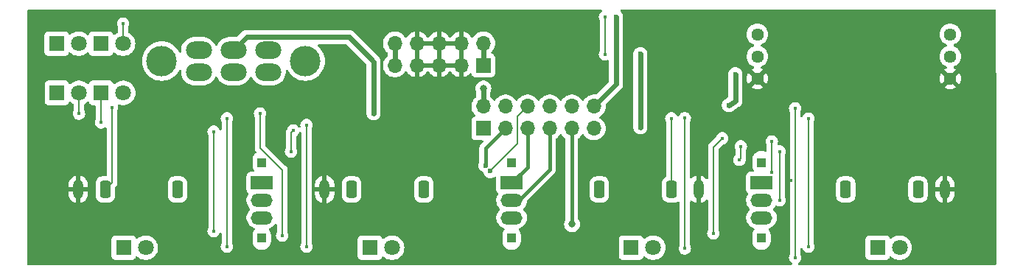
<source format=gbr>
%TF.GenerationSoftware,KiCad,Pcbnew,8.0.5*%
%TF.CreationDate,2025-02-12T17:57:21-08:00*%
%TF.ProjectId,sub,7375622e-6b69-4636-9164-5f7063625858,3.2*%
%TF.SameCoordinates,Original*%
%TF.FileFunction,Copper,L1,Top*%
%TF.FilePolarity,Positive*%
%FSLAX46Y46*%
G04 Gerber Fmt 4.6, Leading zero omitted, Abs format (unit mm)*
G04 Created by KiCad (PCBNEW 8.0.5) date 2025-02-12 17:57:21*
%MOMM*%
%LPD*%
G01*
G04 APERTURE LIST*
G04 Aperture macros list*
%AMRoundRect*
0 Rectangle with rounded corners*
0 $1 Rounding radius*
0 $2 $3 $4 $5 $6 $7 $8 $9 X,Y pos of 4 corners*
0 Add a 4 corners polygon primitive as box body*
4,1,4,$2,$3,$4,$5,$6,$7,$8,$9,$2,$3,0*
0 Add four circle primitives for the rounded corners*
1,1,$1+$1,$2,$3*
1,1,$1+$1,$4,$5*
1,1,$1+$1,$6,$7*
1,1,$1+$1,$8,$9*
0 Add four rect primitives between the rounded corners*
20,1,$1+$1,$2,$3,$4,$5,0*
20,1,$1+$1,$4,$5,$6,$7,0*
20,1,$1+$1,$6,$7,$8,$9,0*
20,1,$1+$1,$8,$9,$2,$3,0*%
G04 Aperture macros list end*
%TA.AperFunction,ComponentPad*%
%ADD10O,1.200000X2.200000*%
%TD*%
%TA.AperFunction,ComponentPad*%
%ADD11RoundRect,0.300000X-0.300000X0.700000X-0.300000X-0.700000X0.300000X-0.700000X0.300000X0.700000X0*%
%TD*%
%TA.AperFunction,ComponentPad*%
%ADD12R,1.000000X1.100000*%
%TD*%
%TA.AperFunction,ComponentPad*%
%ADD13R,2.500000X1.500000*%
%TD*%
%TA.AperFunction,ComponentPad*%
%ADD14O,2.500000X1.500000*%
%TD*%
%TA.AperFunction,ComponentPad*%
%ADD15R,1.700000X1.700000*%
%TD*%
%TA.AperFunction,ComponentPad*%
%ADD16O,1.700000X1.700000*%
%TD*%
%TA.AperFunction,ComponentPad*%
%ADD17R,1.800000X1.800000*%
%TD*%
%TA.AperFunction,ComponentPad*%
%ADD18C,1.800000*%
%TD*%
%TA.AperFunction,ComponentPad*%
%ADD19C,1.440000*%
%TD*%
%TA.AperFunction,ComponentPad*%
%ADD20RoundRect,0.300000X0.300000X-0.700000X0.300000X0.700000X-0.300000X0.700000X-0.300000X-0.700000X0*%
%TD*%
%TA.AperFunction,ComponentPad*%
%ADD21O,3.000000X2.000000*%
%TD*%
%TA.AperFunction,ComponentPad*%
%ADD22C,3.500000*%
%TD*%
%TA.AperFunction,ViaPad*%
%ADD23C,0.400000*%
%TD*%
%TA.AperFunction,ViaPad*%
%ADD24C,0.600000*%
%TD*%
%TA.AperFunction,ViaPad*%
%ADD25C,0.800000*%
%TD*%
%TA.AperFunction,Conductor*%
%ADD26C,0.600000*%
%TD*%
%TA.AperFunction,Conductor*%
%ADD27C,0.400000*%
%TD*%
%TA.AperFunction,Conductor*%
%ADD28C,0.200000*%
%TD*%
G04 APERTURE END LIST*
D10*
%TO.P,J1,S*%
%TO.N,GND*%
X45920000Y-140750000D03*
D11*
%TO.P,J1,T*%
%TO.N,Tip1*%
X57320000Y-140750000D03*
%TO.P,J1,TN*%
%TO.N,SW1*%
X49020000Y-140750000D03*
%TD*%
D12*
%TO.P,SW2,*%
%TO.N,*%
X67000000Y-137650000D03*
X67000000Y-146350000D03*
D13*
%TO.P,SW2,1,A*%
%TO.N,Tip1*%
X67000000Y-140000000D03*
D14*
%TO.P,SW2,2,B*%
%TO.N,Tip2*%
X67000000Y-142000000D03*
%TO.P,SW2,3,C*%
%TO.N,unconnected-(SW2-C-Pad3)*%
X67000000Y-144000000D03*
%TD*%
D15*
%TO.P,J5,1,Pin_1*%
%TO.N,-12V*%
X92440000Y-133740000D03*
D16*
%TO.P,J5,2,Pin_2*%
%TO.N,+12V*%
X92440000Y-131200000D03*
%TO.P,J5,3,Pin_3*%
%TO.N,Tip1*%
X94980000Y-133740000D03*
%TO.P,J5,4,Pin_4*%
%TO.N,SW1*%
X94980000Y-131200000D03*
%TO.P,J5,5,Pin_5*%
%TO.N,Tip2*%
X97520000Y-133740000D03*
%TO.P,J5,6,Pin_6*%
%TO.N,SW2*%
X97520000Y-131200000D03*
%TO.P,J5,7,Pin_7*%
%TO.N,Tip3*%
X100060000Y-133740000D03*
%TO.P,J5,8,Pin_8*%
%TO.N,SW3*%
X100060000Y-131200000D03*
%TO.P,J5,9,Pin_9*%
%TO.N,Tip4*%
X102600000Y-133740000D03*
%TO.P,J5,10,Pin_10*%
%TO.N,SW4*%
X102600000Y-131200000D03*
%TO.P,J5,11,Pin_11*%
%TO.N,A Rail*%
X105140000Y-133740000D03*
%TO.P,J5,12,Pin_12*%
%TO.N,B Rail*%
X105140000Y-131200000D03*
%TD*%
D17*
%TO.P,D1,1,KA*%
%TO.N,Net-(D1-KA)*%
X51130000Y-147450000D03*
D18*
%TO.P,D1,2,AK*%
%TO.N,Net-(D1-AK)*%
X53670000Y-147450000D03*
%TD*%
D19*
%TO.P,RV2,1,1*%
%TO.N,GND*%
X146078000Y-128000000D03*
%TO.P,RV2,2,2*%
%TO.N,Net-(U3-ADJ)*%
X146078000Y-125460000D03*
%TO.P,RV2,3,3*%
X146078000Y-122920000D03*
%TD*%
D17*
%TO.P,D12,1,K*%
%TO.N,-12V*%
X48550000Y-129650000D03*
D18*
%TO.P,D12,2,A*%
%TO.N,Net-(D12-A)*%
X51090000Y-129650000D03*
%TD*%
D17*
%TO.P,D10,1,K*%
%TO.N,Net-(D10-K)*%
X48525000Y-124000000D03*
D18*
%TO.P,D10,2,A*%
%TO.N,B Rail*%
X51065000Y-124000000D03*
%TD*%
D17*
%TO.P,D11,1,K*%
%TO.N,Net-(D11-K)*%
X43465000Y-129650000D03*
D18*
%TO.P,D11,2,A*%
%TO.N,+12V*%
X46005000Y-129650000D03*
%TD*%
D10*
%TO.P,J3,S*%
%TO.N,GND*%
X117180000Y-140750000D03*
D20*
%TO.P,J3,T*%
%TO.N,Tip3*%
X105780000Y-140750000D03*
%TO.P,J3,TN*%
%TO.N,SW3*%
X114080000Y-140750000D03*
%TD*%
D10*
%TO.P,J2,S*%
%TO.N,GND*%
X74220000Y-140750000D03*
D11*
%TO.P,J2,T*%
%TO.N,Tip2*%
X85620000Y-140750000D03*
%TO.P,J2,TN*%
%TO.N,SW2*%
X77320000Y-140750000D03*
%TD*%
D12*
%TO.P,SW3,*%
%TO.N,*%
X124400000Y-137650000D03*
X124400000Y-146350000D03*
D13*
%TO.P,SW3,1,A*%
%TO.N,Tip3*%
X124400000Y-140000000D03*
D14*
%TO.P,SW3,2,B*%
%TO.N,Tip4*%
X124400000Y-142000000D03*
%TO.P,SW3,3,C*%
%TO.N,unconnected-(SW3-C-Pad3)*%
X124400000Y-144000000D03*
%TD*%
D10*
%TO.P,J4,S*%
%TO.N,GND*%
X145480000Y-140750000D03*
D20*
%TO.P,J4,T*%
%TO.N,Tip4*%
X134080000Y-140750000D03*
%TO.P,J4,TN*%
%TO.N,SW4*%
X142380000Y-140750000D03*
%TD*%
D19*
%TO.P,RV1,1,1*%
%TO.N,GND*%
X123928000Y-128000000D03*
%TO.P,RV1,2,2*%
%TO.N,Net-(U1-ADJ)*%
X123928000Y-125460000D03*
%TO.P,RV1,3,3*%
X123928000Y-122920000D03*
%TD*%
D12*
%TO.P,SW1,*%
%TO.N,*%
X95700000Y-137650000D03*
X95700000Y-146350000D03*
D13*
%TO.P,SW1,1,A*%
%TO.N,Tip2*%
X95700000Y-140000000D03*
D14*
%TO.P,SW1,2,B*%
%TO.N,Tip3*%
X95700000Y-142000000D03*
%TO.P,SW1,3,C*%
%TO.N,unconnected-(SW1-C-Pad3)*%
X95700000Y-144000000D03*
%TD*%
D17*
%TO.P,D9,1,K*%
%TO.N,Net-(D9-K)*%
X43420000Y-124000000D03*
D18*
%TO.P,D9,2,A*%
%TO.N,A Rail*%
X45960000Y-124000000D03*
%TD*%
D17*
%TO.P,D7,1,KA*%
%TO.N,Net-(D7-KA)*%
X137730000Y-147450000D03*
D18*
%TO.P,D7,2,AK*%
%TO.N,Net-(D7-AK)*%
X140270000Y-147450000D03*
%TD*%
D21*
%TO.P,SW4,1,A*%
%TO.N,unconnected-(SW4A-A-Pad1)*%
X59750000Y-124750000D03*
%TO.P,SW4,2,B*%
%TO.N,-12V*%
X63750000Y-124750000D03*
%TO.P,SW4,3,C*%
%TO.N,Net-(J6-Pin_1)*%
X67750000Y-124750000D03*
%TO.P,SW4,4,A*%
%TO.N,unconnected-(SW4B-A-Pad4)*%
X59750000Y-127250000D03*
%TO.P,SW4,5,B*%
%TO.N,+12V*%
X63750000Y-127250000D03*
%TO.P,SW4,6,C*%
%TO.N,Net-(J6-Pin_10)*%
X67750000Y-127250000D03*
D22*
%TO.P,SW4,7*%
%TO.N,N/C*%
X55500000Y-126000000D03*
%TO.P,SW4,8*%
X72000000Y-126000000D03*
%TD*%
D17*
%TO.P,D3,1,KA*%
%TO.N,Net-(D3-KA)*%
X79430000Y-147450000D03*
D18*
%TO.P,D3,2,AK*%
%TO.N,Net-(D3-AK)*%
X81970000Y-147450000D03*
%TD*%
D17*
%TO.P,D5,1,KA*%
%TO.N,Net-(D5-KA)*%
X109430000Y-147450000D03*
D18*
%TO.P,D5,2,AK*%
%TO.N,Net-(D5-AK)*%
X111970000Y-147450000D03*
%TD*%
D16*
%TO.P,J6,10,Pin_10*%
%TO.N,Net-(J6-Pin_10)*%
X82280000Y-123960000D03*
%TO.P,J6,9,Pin_9*%
X82280000Y-126500000D03*
%TO.P,J6,8,Pin_8*%
%TO.N,GND*%
X84820000Y-123960000D03*
%TO.P,J6,7,Pin_7*%
X84820000Y-126500000D03*
%TO.P,J6,6,Pin_6*%
X87360000Y-123960000D03*
%TO.P,J6,5,Pin_5*%
X87360000Y-126500000D03*
%TO.P,J6,4,Pin_4*%
X89900000Y-123960000D03*
%TO.P,J6,3,Pin_3*%
X89900000Y-126500000D03*
%TO.P,J6,2,Pin_2*%
%TO.N,Net-(J6-Pin_1)*%
X92440000Y-123960000D03*
D15*
%TO.P,J6,1,Pin_1*%
X92440000Y-126500000D03*
%TD*%
D23*
%TO.N,GND*%
X131318000Y-134112000D03*
D24*
X108966000Y-123190000D03*
X142494000Y-130048000D03*
D23*
X41402000Y-132334000D03*
D24*
X119393000Y-129045000D03*
D23*
X41402000Y-126746000D03*
D25*
X73914000Y-135128000D03*
D23*
X54039000Y-131381000D03*
D25*
X59690000Y-131064000D03*
D24*
X105410000Y-122428000D03*
X117348000Y-131064000D03*
X105410000Y-123952000D03*
X117475000Y-135636000D03*
D23*
X127762000Y-139700000D03*
D24*
X131572000Y-128270000D03*
X149888000Y-128750000D03*
D23*
X60643000Y-136589000D03*
D24*
X109220000Y-128270000D03*
X127762000Y-128524000D03*
X105410000Y-123190000D03*
X108966000Y-123952000D03*
X106426000Y-128270000D03*
D23*
X52133000Y-120841000D03*
X132842000Y-132588000D03*
D24*
X108966000Y-122428000D03*
%TO.N,Tip1*%
X92710000Y-137988000D03*
D23*
%TO.N,SW1*%
X49784000Y-131318000D03*
D24*
%TO.N,SW2*%
X93250000Y-138650000D03*
D23*
%TO.N,SW3*%
X114046000Y-132588000D03*
%TO.N,Tip4*%
X126492000Y-136398000D03*
X126492000Y-142000000D03*
D25*
X102640000Y-144750000D03*
D23*
%TO.N,Net-(D1-KA)*%
X61468000Y-134112000D03*
X61468000Y-145542000D03*
%TO.N,Net-(D1-AK)*%
X62992000Y-132575000D03*
X62992000Y-147320000D03*
D24*
%TO.N,A Rail*%
X110490000Y-133604000D03*
X110490000Y-125200500D03*
D23*
X106426000Y-125222000D03*
X106426000Y-120904000D03*
%TO.N,Net-(D5-AK)*%
X115596000Y-132562000D03*
X115596000Y-147548000D03*
D24*
%TO.N,B Rail*%
X107696000Y-120904000D03*
D23*
X51065000Y-121677000D03*
%TO.N,Net-(D5-KA)*%
X118872000Y-145796000D03*
X119888000Y-134874000D03*
%TO.N,+12V*%
X46005000Y-132049000D03*
D24*
X120650000Y-131064000D03*
D25*
X92456000Y-129140000D03*
D24*
X121399000Y-127495000D03*
D23*
%TO.N,-12V*%
X125600000Y-138775000D03*
X125595000Y-135255000D03*
X48550000Y-133060000D03*
D24*
X79840000Y-132000000D03*
D23*
%TO.N,Net-(D3-KA)*%
X72136000Y-147320000D03*
X72136000Y-133350000D03*
%TO.N,Net-(D3-AK)*%
X69342000Y-146050000D03*
X66802000Y-132031471D03*
%TO.N,Net-(D7-AK)*%
X128270000Y-131445000D03*
X128270000Y-148590000D03*
%TO.N,Net-(D7-KA)*%
X129794000Y-132601000D03*
X129794000Y-147320000D03*
%TO.N,Net-(U4B-+)*%
X122025000Y-135785000D03*
X121857000Y-137351000D03*
%TO.N,Net-(U2A-+)*%
X70612000Y-133985000D03*
X70358000Y-136398000D03*
%TD*%
D26*
%TO.N,-12V*%
X79840000Y-126055000D02*
X79840000Y-132000000D01*
X77035480Y-123250480D02*
X79840000Y-126055000D01*
D27*
%TO.N,Tip1*%
X92710000Y-137988000D02*
X92710000Y-136010000D01*
X92710000Y-136010000D02*
X94980000Y-133740000D01*
D28*
%TO.N,SW1*%
X49784000Y-139986000D02*
X49784000Y-131318000D01*
X49020000Y-140750000D02*
X49784000Y-139986000D01*
D27*
%TO.N,Tip2*%
X97520000Y-138180000D02*
X97520000Y-133740000D01*
X95700000Y-140000000D02*
X97520000Y-138180000D01*
D28*
%TO.N,SW2*%
X96370000Y-135502918D02*
X93250000Y-138622918D01*
X96370000Y-132350000D02*
X96370000Y-135502918D01*
X97520000Y-131200000D02*
X96370000Y-132350000D01*
X93250000Y-138622918D02*
X93250000Y-138650000D01*
%TO.N,Tip3*%
X105780000Y-140020000D02*
X105780000Y-140750000D01*
D27*
X95700000Y-142000000D02*
X96500000Y-142000000D01*
X100060000Y-138440000D02*
X100060000Y-133740000D01*
X96500000Y-142000000D02*
X100060000Y-138440000D01*
D28*
%TO.N,SW3*%
X114046000Y-132588000D02*
X114050000Y-140720000D01*
%TO.N,Tip4*%
X126492000Y-136398000D02*
X126492000Y-142000000D01*
D27*
X102600000Y-133740000D02*
X102600000Y-144710000D01*
X102600000Y-144710000D02*
X102640000Y-144750000D01*
D28*
%TO.N,Net-(D1-KA)*%
X61468000Y-134112000D02*
X61468000Y-145542000D01*
%TO.N,Net-(D1-AK)*%
X62992000Y-132575000D02*
X62992000Y-147320000D01*
%TO.N,A Rail*%
X106426000Y-120904000D02*
X106426000Y-125222000D01*
D26*
X110490000Y-125200500D02*
X110490000Y-133604000D01*
D28*
%TO.N,Net-(D5-AK)*%
X115596000Y-132562000D02*
X115596000Y-147548000D01*
%TO.N,B Rail*%
X51065000Y-124000000D02*
X51065000Y-121677000D01*
D26*
X107696000Y-128644000D02*
X107696000Y-120904000D01*
X105140000Y-131200000D02*
X107696000Y-128644000D01*
D28*
%TO.N,Net-(D5-KA)*%
X118872000Y-135890000D02*
X118872000Y-145796000D01*
X119888000Y-134874000D02*
X118872000Y-135890000D01*
D26*
%TO.N,+12V*%
X121399000Y-130569000D02*
X121399000Y-127495000D01*
X92456000Y-131184000D02*
X92440000Y-131200000D01*
X120650000Y-131064000D02*
X121399000Y-130569000D01*
X92456000Y-129140000D02*
X92456000Y-131184000D01*
D28*
X46005000Y-129650000D02*
X46005000Y-132049000D01*
%TO.N,-12V*%
X125595000Y-135255000D02*
X125595000Y-138770000D01*
X125595000Y-138770000D02*
X125600000Y-138775000D01*
X48550000Y-129650000D02*
X48550000Y-133060000D01*
%TO.N,Net-(D3-KA)*%
X72136000Y-133350000D02*
X72136000Y-147320000D01*
%TO.N,Net-(D3-AK)*%
X66802000Y-135974918D02*
X69342000Y-138514918D01*
X69342000Y-138514918D02*
X69342000Y-146050000D01*
X66802000Y-132031471D02*
X66802000Y-135974918D01*
%TO.N,Net-(D7-AK)*%
X128270000Y-131445000D02*
X128270000Y-148590000D01*
%TO.N,Net-(D7-KA)*%
X129794000Y-132601000D02*
X129794000Y-147320000D01*
D26*
%TO.N,Net-(J6-Pin_10)*%
X82280000Y-126500000D02*
X82280000Y-123960000D01*
%TO.N,Net-(J6-Pin_1)*%
X92440000Y-123960000D02*
X92440000Y-126500000D01*
D28*
%TO.N,Net-(U4B-+)*%
X122025000Y-135785000D02*
X122025000Y-137183000D01*
X122025000Y-137183000D02*
X121857000Y-137351000D01*
%TO.N,Net-(U2A-+)*%
X70612000Y-133985000D02*
X70358000Y-134239000D01*
X70358000Y-134239000D02*
X70358000Y-136398000D01*
D26*
%TO.N,-12V*%
X63750000Y-124750000D02*
X65249520Y-123250480D01*
X65249520Y-123250480D02*
X77035480Y-123250480D01*
%TD*%
%TA.AperFunction,Conductor*%
%TO.N,GND*%
G36*
X86894075Y-126307007D02*
G01*
X86860000Y-126434174D01*
X86860000Y-126565826D01*
X86894075Y-126692993D01*
X86929297Y-126754000D01*
X85250703Y-126754000D01*
X85285925Y-126692993D01*
X85320000Y-126565826D01*
X85320000Y-126434174D01*
X85285925Y-126307007D01*
X85250703Y-126246000D01*
X86929297Y-126246000D01*
X86894075Y-126307007D01*
G37*
%TD.AperFunction*%
%TA.AperFunction,Conductor*%
G36*
X89434075Y-126307007D02*
G01*
X89400000Y-126434174D01*
X89400000Y-126565826D01*
X89434075Y-126692993D01*
X89469297Y-126754000D01*
X87790703Y-126754000D01*
X87825925Y-126692993D01*
X87860000Y-126565826D01*
X87860000Y-126434174D01*
X87825925Y-126307007D01*
X87790703Y-126246000D01*
X89469297Y-126246000D01*
X89434075Y-126307007D01*
G37*
%TD.AperFunction*%
%TA.AperFunction,Conductor*%
G36*
X85074000Y-126069297D02*
G01*
X85012993Y-126034075D01*
X84885826Y-126000000D01*
X84754174Y-126000000D01*
X84627007Y-126034075D01*
X84566000Y-126069297D01*
X84566000Y-124390702D01*
X84627007Y-124425925D01*
X84754174Y-124460000D01*
X84885826Y-124460000D01*
X85012993Y-124425925D01*
X85074000Y-124390702D01*
X85074000Y-126069297D01*
G37*
%TD.AperFunction*%
%TA.AperFunction,Conductor*%
G36*
X87614000Y-126069297D02*
G01*
X87552993Y-126034075D01*
X87425826Y-126000000D01*
X87294174Y-126000000D01*
X87167007Y-126034075D01*
X87106000Y-126069297D01*
X87106000Y-124390702D01*
X87167007Y-124425925D01*
X87294174Y-124460000D01*
X87425826Y-124460000D01*
X87552993Y-124425925D01*
X87614000Y-124390702D01*
X87614000Y-126069297D01*
G37*
%TD.AperFunction*%
%TA.AperFunction,Conductor*%
G36*
X90154000Y-126069297D02*
G01*
X90092993Y-126034075D01*
X89965826Y-126000000D01*
X89834174Y-126000000D01*
X89707007Y-126034075D01*
X89646000Y-126069297D01*
X89646000Y-124390702D01*
X89707007Y-124425925D01*
X89834174Y-124460000D01*
X89965826Y-124460000D01*
X90092993Y-124425925D01*
X90154000Y-124390702D01*
X90154000Y-126069297D01*
G37*
%TD.AperFunction*%
%TA.AperFunction,Conductor*%
G36*
X86894075Y-123767007D02*
G01*
X86860000Y-123894174D01*
X86860000Y-124025826D01*
X86894075Y-124152993D01*
X86929297Y-124214000D01*
X85250703Y-124214000D01*
X85285925Y-124152993D01*
X85320000Y-124025826D01*
X85320000Y-123894174D01*
X85285925Y-123767007D01*
X85250703Y-123706000D01*
X86929297Y-123706000D01*
X86894075Y-123767007D01*
G37*
%TD.AperFunction*%
%TA.AperFunction,Conductor*%
G36*
X89434075Y-123767007D02*
G01*
X89400000Y-123894174D01*
X89400000Y-124025826D01*
X89434075Y-124152993D01*
X89469297Y-124214000D01*
X87790703Y-124214000D01*
X87825925Y-124152993D01*
X87860000Y-124025826D01*
X87860000Y-123894174D01*
X87825925Y-123767007D01*
X87790703Y-123706000D01*
X89469297Y-123706000D01*
X89434075Y-123767007D01*
G37*
%TD.AperFunction*%
%TA.AperFunction,Conductor*%
G36*
X151292287Y-120070027D02*
G01*
X151338804Y-120123662D01*
X151350214Y-120175842D01*
X151374500Y-134456000D01*
X151374500Y-149298500D01*
X151354498Y-149366621D01*
X151300842Y-149413114D01*
X151248500Y-149424500D01*
X128715759Y-149424500D01*
X128647638Y-149404498D01*
X128601145Y-149350842D01*
X128591041Y-149280568D01*
X128620535Y-149215988D01*
X128657201Y-149186933D01*
X128675430Y-149177367D01*
X128804215Y-149063273D01*
X128901954Y-148921675D01*
X128962965Y-148760801D01*
X128978460Y-148633189D01*
X128983704Y-148590003D01*
X128983704Y-148589996D01*
X128962965Y-148419200D01*
X128915221Y-148293308D01*
X128901954Y-148258325D01*
X128901951Y-148258321D01*
X128901949Y-148258317D01*
X128900805Y-148256659D01*
X128900340Y-148255250D01*
X128898408Y-148251568D01*
X128899020Y-148251246D01*
X128878568Y-148189235D01*
X128878500Y-148185082D01*
X128878500Y-147591584D01*
X128898502Y-147523463D01*
X128952158Y-147476970D01*
X129022432Y-147466866D01*
X129087012Y-147496360D01*
X129122312Y-147546904D01*
X129158688Y-147642822D01*
X129162046Y-147651675D01*
X129259785Y-147793273D01*
X129388570Y-147907367D01*
X129388571Y-147907367D01*
X129388573Y-147907369D01*
X129469465Y-147949824D01*
X129540917Y-147987325D01*
X129540918Y-147987325D01*
X129540920Y-147987326D01*
X129678651Y-148021273D01*
X129707972Y-148028500D01*
X129707975Y-148028500D01*
X129880025Y-148028500D01*
X129880028Y-148028500D01*
X130047083Y-147987325D01*
X130199430Y-147907367D01*
X130328215Y-147793273D01*
X130425954Y-147651675D01*
X130486965Y-147490801D01*
X130507704Y-147320000D01*
X130504867Y-147296638D01*
X130490990Y-147182346D01*
X130486965Y-147149199D01*
X130425954Y-146988325D01*
X130425951Y-146988321D01*
X130425949Y-146988317D01*
X130424805Y-146986659D01*
X130424340Y-146985250D01*
X130422408Y-146981568D01*
X130423020Y-146981246D01*
X130402568Y-146919235D01*
X130402500Y-146915082D01*
X130402500Y-146501350D01*
X136321500Y-146501350D01*
X136321500Y-148398649D01*
X136328009Y-148459196D01*
X136328011Y-148459204D01*
X136379110Y-148596202D01*
X136379112Y-148596207D01*
X136466738Y-148713261D01*
X136583792Y-148800887D01*
X136583794Y-148800888D01*
X136583796Y-148800889D01*
X136635243Y-148820078D01*
X136720795Y-148851988D01*
X136720803Y-148851990D01*
X136781350Y-148858499D01*
X136781355Y-148858499D01*
X136781362Y-148858500D01*
X136781368Y-148858500D01*
X138678632Y-148858500D01*
X138678638Y-148858500D01*
X138678645Y-148858499D01*
X138678649Y-148858499D01*
X138739196Y-148851990D01*
X138739199Y-148851989D01*
X138739201Y-148851989D01*
X138876204Y-148800889D01*
X138993261Y-148713261D01*
X139080889Y-148596204D01*
X139104258Y-148533547D01*
X139146804Y-148476715D01*
X139213325Y-148451904D01*
X139282699Y-148466996D01*
X139308294Y-148486996D01*
X139308946Y-148486289D01*
X139312778Y-148489817D01*
X139368966Y-148533550D01*
X139496983Y-148633190D01*
X139702273Y-148744287D01*
X139923049Y-148820080D01*
X140153288Y-148858500D01*
X140153292Y-148858500D01*
X140386708Y-148858500D01*
X140386712Y-148858500D01*
X140616951Y-148820080D01*
X140837727Y-148744287D01*
X141043017Y-148633190D01*
X141227220Y-148489818D01*
X141239283Y-148476715D01*
X141385314Y-148318083D01*
X141428770Y-148251568D01*
X141512984Y-148122669D01*
X141606749Y-147908907D01*
X141664051Y-147682626D01*
X141683327Y-147450000D01*
X141664051Y-147217374D01*
X141646787Y-147149199D01*
X141606750Y-146991096D01*
X141606747Y-146991089D01*
X141602429Y-146981246D01*
X141512984Y-146777331D01*
X141500681Y-146758500D01*
X141385314Y-146581916D01*
X141227225Y-146410186D01*
X141227221Y-146410182D01*
X141135118Y-146338496D01*
X141043017Y-146266810D01*
X140837727Y-146155713D01*
X140837724Y-146155712D01*
X140837723Y-146155711D01*
X140616955Y-146079921D01*
X140616948Y-146079919D01*
X140518411Y-146063476D01*
X140386712Y-146041500D01*
X140153288Y-146041500D01*
X140038066Y-146060727D01*
X139923051Y-146079919D01*
X139923044Y-146079921D01*
X139702276Y-146155711D01*
X139702273Y-146155713D01*
X139582001Y-146220801D01*
X139496985Y-146266809D01*
X139496983Y-146266810D01*
X139312778Y-146410182D01*
X139308946Y-146413711D01*
X139307581Y-146412228D01*
X139254129Y-146444333D01*
X139183165Y-146442180D01*
X139124630Y-146402003D01*
X139104258Y-146366449D01*
X139080889Y-146303797D01*
X139080887Y-146303792D01*
X138993261Y-146186738D01*
X138876207Y-146099112D01*
X138876202Y-146099110D01*
X138739204Y-146048011D01*
X138739196Y-146048009D01*
X138678649Y-146041500D01*
X138678638Y-146041500D01*
X136781362Y-146041500D01*
X136781350Y-146041500D01*
X136720803Y-146048009D01*
X136720795Y-146048011D01*
X136583797Y-146099110D01*
X136583792Y-146099112D01*
X136466738Y-146186738D01*
X136379112Y-146303792D01*
X136379110Y-146303797D01*
X136328011Y-146440795D01*
X136328009Y-146440803D01*
X136321500Y-146501350D01*
X130402500Y-146501350D01*
X130402500Y-140004594D01*
X132971500Y-140004594D01*
X132971500Y-141495406D01*
X132986783Y-141631047D01*
X133012764Y-141705296D01*
X133046957Y-141803015D01*
X133046958Y-141803018D01*
X133143887Y-141957279D01*
X133143888Y-141957281D01*
X133272718Y-142086111D01*
X133272720Y-142086112D01*
X133426981Y-142183041D01*
X133426982Y-142183041D01*
X133426985Y-142183043D01*
X133598953Y-142243217D01*
X133734594Y-142258500D01*
X134425406Y-142258500D01*
X134561047Y-142243217D01*
X134733015Y-142183043D01*
X134887281Y-142086111D01*
X135016111Y-141957281D01*
X135113043Y-141803015D01*
X135173217Y-141631047D01*
X135188500Y-141495406D01*
X135188500Y-140004594D01*
X141271500Y-140004594D01*
X141271500Y-141495406D01*
X141286783Y-141631047D01*
X141312764Y-141705296D01*
X141346957Y-141803015D01*
X141346958Y-141803018D01*
X141443887Y-141957279D01*
X141443888Y-141957281D01*
X141572718Y-142086111D01*
X141572720Y-142086112D01*
X141726981Y-142183041D01*
X141726982Y-142183041D01*
X141726985Y-142183043D01*
X141898953Y-142243217D01*
X142034594Y-142258500D01*
X142725406Y-142258500D01*
X142861047Y-142243217D01*
X143033015Y-142183043D01*
X143187281Y-142086111D01*
X143316111Y-141957281D01*
X143413043Y-141803015D01*
X143473217Y-141631047D01*
X143488500Y-141495406D01*
X143488500Y-140162802D01*
X144372000Y-140162802D01*
X144372000Y-140496000D01*
X145180000Y-140496000D01*
X145180000Y-141004000D01*
X144372000Y-141004000D01*
X144372000Y-141337197D01*
X144399284Y-141509462D01*
X144453174Y-141675319D01*
X144453177Y-141675325D01*
X144532356Y-141830721D01*
X144634867Y-141971815D01*
X144634869Y-141971818D01*
X144758181Y-142095130D01*
X144758184Y-142095132D01*
X144899278Y-142197643D01*
X145054674Y-142276822D01*
X145054680Y-142276825D01*
X145220534Y-142330714D01*
X145226000Y-142331580D01*
X145226000Y-141410060D01*
X145239940Y-141434205D01*
X145295795Y-141490060D01*
X145364204Y-141529556D01*
X145440504Y-141550000D01*
X145519496Y-141550000D01*
X145595796Y-141529556D01*
X145664205Y-141490060D01*
X145720060Y-141434205D01*
X145734000Y-141410060D01*
X145734000Y-142331580D01*
X145739465Y-142330714D01*
X145905319Y-142276825D01*
X145905325Y-142276822D01*
X146060721Y-142197643D01*
X146201815Y-142095132D01*
X146201818Y-142095130D01*
X146325130Y-141971818D01*
X146325132Y-141971815D01*
X146427643Y-141830721D01*
X146506822Y-141675325D01*
X146506825Y-141675319D01*
X146560715Y-141509462D01*
X146588000Y-141337197D01*
X146588000Y-141004000D01*
X145780000Y-141004000D01*
X145780000Y-140496000D01*
X146588000Y-140496000D01*
X146588000Y-140162802D01*
X146560715Y-139990537D01*
X146506825Y-139824680D01*
X146506822Y-139824674D01*
X146427643Y-139669278D01*
X146325132Y-139528184D01*
X146325130Y-139528181D01*
X146201818Y-139404869D01*
X146201815Y-139404867D01*
X146060721Y-139302356D01*
X145905325Y-139223177D01*
X145905319Y-139223174D01*
X145739461Y-139169284D01*
X145739449Y-139169281D01*
X145734000Y-139168417D01*
X145734000Y-140089939D01*
X145720060Y-140065795D01*
X145664205Y-140009940D01*
X145595796Y-139970444D01*
X145519496Y-139950000D01*
X145440504Y-139950000D01*
X145364204Y-139970444D01*
X145295795Y-140009940D01*
X145239940Y-140065795D01*
X145226000Y-140089939D01*
X145226000Y-139168417D01*
X145220550Y-139169281D01*
X145220538Y-139169284D01*
X145054680Y-139223174D01*
X145054674Y-139223177D01*
X144899278Y-139302356D01*
X144758184Y-139404867D01*
X144758181Y-139404869D01*
X144634869Y-139528181D01*
X144634867Y-139528184D01*
X144532356Y-139669278D01*
X144453177Y-139824674D01*
X144453174Y-139824680D01*
X144399284Y-139990537D01*
X144372000Y-140162802D01*
X143488500Y-140162802D01*
X143488500Y-140004594D01*
X143473217Y-139868953D01*
X143413043Y-139696985D01*
X143413041Y-139696982D01*
X143413041Y-139696981D01*
X143316112Y-139542720D01*
X143316111Y-139542718D01*
X143187281Y-139413888D01*
X143187279Y-139413887D01*
X143033018Y-139316958D01*
X143033015Y-139316957D01*
X143019192Y-139312120D01*
X142861047Y-139256783D01*
X142725406Y-139241500D01*
X142034594Y-139241500D01*
X141898953Y-139256783D01*
X141898950Y-139256783D01*
X141898950Y-139256784D01*
X141726984Y-139316957D01*
X141726981Y-139316958D01*
X141572720Y-139413887D01*
X141572718Y-139413888D01*
X141443888Y-139542718D01*
X141443887Y-139542720D01*
X141346958Y-139696981D01*
X141346957Y-139696984D01*
X141346957Y-139696985D01*
X141286783Y-139868953D01*
X141271500Y-140004594D01*
X135188500Y-140004594D01*
X135173217Y-139868953D01*
X135113043Y-139696985D01*
X135113041Y-139696982D01*
X135113041Y-139696981D01*
X135016112Y-139542720D01*
X135016111Y-139542718D01*
X134887281Y-139413888D01*
X134887279Y-139413887D01*
X134733018Y-139316958D01*
X134733015Y-139316957D01*
X134719192Y-139312120D01*
X134561047Y-139256783D01*
X134425406Y-139241500D01*
X133734594Y-139241500D01*
X133598953Y-139256783D01*
X133598950Y-139256783D01*
X133598950Y-139256784D01*
X133426984Y-139316957D01*
X133426981Y-139316958D01*
X133272720Y-139413887D01*
X133272718Y-139413888D01*
X133143888Y-139542718D01*
X133143887Y-139542720D01*
X133046958Y-139696981D01*
X133046957Y-139696984D01*
X133046957Y-139696985D01*
X132986783Y-139868953D01*
X132971500Y-140004594D01*
X130402500Y-140004594D01*
X130402500Y-133005917D01*
X130422502Y-132937796D01*
X130424807Y-132934337D01*
X130425953Y-132932676D01*
X130425952Y-132932676D01*
X130425954Y-132932675D01*
X130486965Y-132771801D01*
X130502508Y-132643792D01*
X130507704Y-132601003D01*
X130507704Y-132600996D01*
X130490764Y-132461485D01*
X130486965Y-132430199D01*
X130425954Y-132269325D01*
X130328215Y-132127727D01*
X130199430Y-132013633D01*
X130199429Y-132013632D01*
X130199426Y-132013630D01*
X130047087Y-131933677D01*
X130047079Y-131933673D01*
X129880031Y-131892500D01*
X129880028Y-131892500D01*
X129707972Y-131892500D01*
X129707968Y-131892500D01*
X129540920Y-131933673D01*
X129540912Y-131933677D01*
X129388573Y-132013630D01*
X129388568Y-132013634D01*
X129289133Y-132101727D01*
X129259785Y-132127727D01*
X129162046Y-132269325D01*
X129127967Y-132359186D01*
X129122312Y-132374096D01*
X129079454Y-132430697D01*
X129012798Y-132455141D01*
X128943508Y-132439669D01*
X128893582Y-132389192D01*
X128878500Y-132329415D01*
X128878500Y-131849917D01*
X128898502Y-131781796D01*
X128900807Y-131778337D01*
X128901953Y-131776676D01*
X128901952Y-131776676D01*
X128901954Y-131776675D01*
X128962965Y-131615801D01*
X128983704Y-131445000D01*
X128983595Y-131444105D01*
X128964214Y-131284486D01*
X128962965Y-131274199D01*
X128901954Y-131113325D01*
X128804215Y-130971727D01*
X128675430Y-130857633D01*
X128675429Y-130857632D01*
X128675426Y-130857630D01*
X128523087Y-130777677D01*
X128523079Y-130777673D01*
X128356031Y-130736500D01*
X128356028Y-130736500D01*
X128183972Y-130736500D01*
X128183968Y-130736500D01*
X128016920Y-130777673D01*
X128016912Y-130777677D01*
X127864573Y-130857630D01*
X127864568Y-130857634D01*
X127735785Y-130971727D01*
X127638045Y-131113326D01*
X127577034Y-131274200D01*
X127556296Y-131444996D01*
X127556296Y-131445003D01*
X127577034Y-131615799D01*
X127638046Y-131776676D01*
X127639193Y-131778337D01*
X127639658Y-131779748D01*
X127641589Y-131783427D01*
X127640977Y-131783747D01*
X127661431Y-131845760D01*
X127661500Y-131849917D01*
X127661500Y-148185082D01*
X127641498Y-148253203D01*
X127639195Y-148256659D01*
X127638050Y-148258317D01*
X127638046Y-148258324D01*
X127577034Y-148419200D01*
X127556296Y-148589996D01*
X127556296Y-148590003D01*
X127577034Y-148760799D01*
X127614087Y-148858499D01*
X127638046Y-148921675D01*
X127735785Y-149063273D01*
X127864570Y-149177367D01*
X127882797Y-149186933D01*
X127933819Y-149236301D01*
X127950051Y-149305417D01*
X127926339Y-149372337D01*
X127870212Y-149415814D01*
X127824241Y-149424500D01*
X40151500Y-149424500D01*
X40083379Y-149404498D01*
X40036886Y-149350842D01*
X40025500Y-149298500D01*
X40025500Y-146501350D01*
X49721500Y-146501350D01*
X49721500Y-148398649D01*
X49728009Y-148459196D01*
X49728011Y-148459204D01*
X49779110Y-148596202D01*
X49779112Y-148596207D01*
X49866738Y-148713261D01*
X49983792Y-148800887D01*
X49983794Y-148800888D01*
X49983796Y-148800889D01*
X50035243Y-148820078D01*
X50120795Y-148851988D01*
X50120803Y-148851990D01*
X50181350Y-148858499D01*
X50181355Y-148858499D01*
X50181362Y-148858500D01*
X50181368Y-148858500D01*
X52078632Y-148858500D01*
X52078638Y-148858500D01*
X52078645Y-148858499D01*
X52078649Y-148858499D01*
X52139196Y-148851990D01*
X52139199Y-148851989D01*
X52139201Y-148851989D01*
X52276204Y-148800889D01*
X52393261Y-148713261D01*
X52480889Y-148596204D01*
X52504258Y-148533547D01*
X52546804Y-148476715D01*
X52613325Y-148451904D01*
X52682699Y-148466996D01*
X52708294Y-148486996D01*
X52708946Y-148486289D01*
X52712778Y-148489817D01*
X52768966Y-148533550D01*
X52896983Y-148633190D01*
X53102273Y-148744287D01*
X53323049Y-148820080D01*
X53553288Y-148858500D01*
X53553292Y-148858500D01*
X53786708Y-148858500D01*
X53786712Y-148858500D01*
X54016951Y-148820080D01*
X54237727Y-148744287D01*
X54443017Y-148633190D01*
X54627220Y-148489818D01*
X54639283Y-148476715D01*
X54785314Y-148318083D01*
X54828770Y-148251568D01*
X54912984Y-148122669D01*
X55006749Y-147908907D01*
X55064051Y-147682626D01*
X55083327Y-147450000D01*
X55064051Y-147217374D01*
X55046787Y-147149199D01*
X55006750Y-146991096D01*
X55006747Y-146991089D01*
X55002429Y-146981246D01*
X54912984Y-146777331D01*
X54900681Y-146758500D01*
X54785314Y-146581916D01*
X54627225Y-146410186D01*
X54627221Y-146410182D01*
X54535118Y-146338496D01*
X54443017Y-146266810D01*
X54237727Y-146155713D01*
X54237724Y-146155712D01*
X54237723Y-146155711D01*
X54016955Y-146079921D01*
X54016948Y-146079919D01*
X53918411Y-146063476D01*
X53786712Y-146041500D01*
X53553288Y-146041500D01*
X53438066Y-146060727D01*
X53323051Y-146079919D01*
X53323044Y-146079921D01*
X53102276Y-146155711D01*
X53102273Y-146155713D01*
X52982001Y-146220801D01*
X52896985Y-146266809D01*
X52896983Y-146266810D01*
X52712778Y-146410182D01*
X52708946Y-146413711D01*
X52707581Y-146412228D01*
X52654129Y-146444333D01*
X52583165Y-146442180D01*
X52524630Y-146402003D01*
X52504258Y-146366449D01*
X52480889Y-146303797D01*
X52480887Y-146303792D01*
X52393261Y-146186738D01*
X52276207Y-146099112D01*
X52276202Y-146099110D01*
X52139204Y-146048011D01*
X52139196Y-146048009D01*
X52078649Y-146041500D01*
X52078638Y-146041500D01*
X50181362Y-146041500D01*
X50181350Y-146041500D01*
X50120803Y-146048009D01*
X50120795Y-146048011D01*
X49983797Y-146099110D01*
X49983792Y-146099112D01*
X49866738Y-146186738D01*
X49779112Y-146303792D01*
X49779110Y-146303797D01*
X49728011Y-146440795D01*
X49728009Y-146440803D01*
X49721500Y-146501350D01*
X40025500Y-146501350D01*
X40025500Y-140162802D01*
X44812000Y-140162802D01*
X44812000Y-140496000D01*
X45620000Y-140496000D01*
X45620000Y-141004000D01*
X44812000Y-141004000D01*
X44812000Y-141337197D01*
X44839284Y-141509462D01*
X44893174Y-141675319D01*
X44893177Y-141675325D01*
X44972356Y-141830721D01*
X45074867Y-141971815D01*
X45074869Y-141971818D01*
X45198181Y-142095130D01*
X45198184Y-142095132D01*
X45339278Y-142197643D01*
X45494674Y-142276822D01*
X45494680Y-142276825D01*
X45660534Y-142330714D01*
X45666000Y-142331580D01*
X45666000Y-141410060D01*
X45679940Y-141434205D01*
X45735795Y-141490060D01*
X45804204Y-141529556D01*
X45880504Y-141550000D01*
X45959496Y-141550000D01*
X46035796Y-141529556D01*
X46104205Y-141490060D01*
X46160060Y-141434205D01*
X46174000Y-141410060D01*
X46174000Y-142331580D01*
X46179465Y-142330714D01*
X46345319Y-142276825D01*
X46345325Y-142276822D01*
X46500721Y-142197643D01*
X46641815Y-142095132D01*
X46641818Y-142095130D01*
X46765130Y-141971818D01*
X46765132Y-141971815D01*
X46867643Y-141830721D01*
X46946822Y-141675325D01*
X46946825Y-141675319D01*
X47000715Y-141509462D01*
X47028000Y-141337197D01*
X47028000Y-141004000D01*
X46220000Y-141004000D01*
X46220000Y-140496000D01*
X47028000Y-140496000D01*
X47028000Y-140162802D01*
X47000715Y-139990537D01*
X46946825Y-139824680D01*
X46946822Y-139824674D01*
X46867643Y-139669278D01*
X46765132Y-139528184D01*
X46765130Y-139528181D01*
X46641818Y-139404869D01*
X46641815Y-139404867D01*
X46500721Y-139302356D01*
X46345325Y-139223177D01*
X46345319Y-139223174D01*
X46179461Y-139169284D01*
X46179449Y-139169281D01*
X46174000Y-139168417D01*
X46174000Y-140089939D01*
X46160060Y-140065795D01*
X46104205Y-140009940D01*
X46035796Y-139970444D01*
X45959496Y-139950000D01*
X45880504Y-139950000D01*
X45804204Y-139970444D01*
X45735795Y-140009940D01*
X45679940Y-140065795D01*
X45666000Y-140089939D01*
X45666000Y-139168417D01*
X45660550Y-139169281D01*
X45660538Y-139169284D01*
X45494680Y-139223174D01*
X45494674Y-139223177D01*
X45339278Y-139302356D01*
X45198184Y-139404867D01*
X45198181Y-139404869D01*
X45074869Y-139528181D01*
X45074867Y-139528184D01*
X44972356Y-139669278D01*
X44893177Y-139824674D01*
X44893174Y-139824680D01*
X44839284Y-139990537D01*
X44812000Y-140162802D01*
X40025500Y-140162802D01*
X40025500Y-134481500D01*
X40025837Y-134283535D01*
X40035346Y-128701350D01*
X42056500Y-128701350D01*
X42056500Y-130598649D01*
X42063009Y-130659196D01*
X42063011Y-130659204D01*
X42114110Y-130796202D01*
X42114112Y-130796207D01*
X42201738Y-130913261D01*
X42318792Y-131000887D01*
X42318794Y-131000888D01*
X42318796Y-131000889D01*
X42377875Y-131022924D01*
X42455795Y-131051988D01*
X42455803Y-131051990D01*
X42516350Y-131058499D01*
X42516355Y-131058499D01*
X42516362Y-131058500D01*
X42516368Y-131058500D01*
X44413632Y-131058500D01*
X44413638Y-131058500D01*
X44413645Y-131058499D01*
X44413649Y-131058499D01*
X44474196Y-131051990D01*
X44474199Y-131051989D01*
X44474201Y-131051989D01*
X44611204Y-131000889D01*
X44634829Y-130983204D01*
X44728261Y-130913261D01*
X44815886Y-130796208D01*
X44815885Y-130796208D01*
X44815889Y-130796204D01*
X44839258Y-130733547D01*
X44881804Y-130676715D01*
X44948325Y-130651904D01*
X45017699Y-130666996D01*
X45043294Y-130686996D01*
X45043946Y-130686289D01*
X45047778Y-130689817D01*
X45124588Y-130749600D01*
X45231983Y-130833190D01*
X45231988Y-130833192D01*
X45231990Y-130833194D01*
X45330468Y-130886487D01*
X45380859Y-130936500D01*
X45396500Y-130997301D01*
X45396500Y-131644082D01*
X45376498Y-131712203D01*
X45374195Y-131715659D01*
X45373050Y-131717317D01*
X45373046Y-131717324D01*
X45312034Y-131878200D01*
X45291296Y-132048996D01*
X45291296Y-132049003D01*
X45312034Y-132219799D01*
X45367657Y-132366464D01*
X45373046Y-132380675D01*
X45470785Y-132522273D01*
X45599570Y-132636367D01*
X45599571Y-132636367D01*
X45599573Y-132636369D01*
X45635228Y-132655082D01*
X45751917Y-132716325D01*
X45751918Y-132716325D01*
X45751920Y-132716326D01*
X45871499Y-132745799D01*
X45918972Y-132757500D01*
X45918975Y-132757500D01*
X46091025Y-132757500D01*
X46091028Y-132757500D01*
X46258083Y-132716325D01*
X46410430Y-132636367D01*
X46539215Y-132522273D01*
X46636954Y-132380675D01*
X46697965Y-132219801D01*
X46714985Y-132079630D01*
X46718704Y-132049003D01*
X46718704Y-132048996D01*
X46699966Y-131894677D01*
X46697965Y-131878199D01*
X46636954Y-131717325D01*
X46636951Y-131717321D01*
X46636949Y-131717317D01*
X46635805Y-131715659D01*
X46635340Y-131714250D01*
X46633408Y-131710568D01*
X46634020Y-131710246D01*
X46613568Y-131648235D01*
X46613500Y-131644082D01*
X46613500Y-130997301D01*
X46633502Y-130929180D01*
X46679532Y-130886487D01*
X46732855Y-130857630D01*
X46778017Y-130833190D01*
X46962220Y-130689818D01*
X46962763Y-130689227D01*
X46963542Y-130688383D01*
X46964225Y-130687972D01*
X46966054Y-130686289D01*
X46966400Y-130686665D01*
X47024394Y-130651810D01*
X47095359Y-130653943D01*
X47153905Y-130694103D01*
X47174300Y-130729685D01*
X47199110Y-130796202D01*
X47199112Y-130796207D01*
X47286738Y-130913261D01*
X47403792Y-131000887D01*
X47403794Y-131000888D01*
X47403796Y-131000889D01*
X47462875Y-131022924D01*
X47540795Y-131051988D01*
X47540803Y-131051990D01*
X47601350Y-131058499D01*
X47601355Y-131058499D01*
X47601362Y-131058500D01*
X47815500Y-131058500D01*
X47883621Y-131078502D01*
X47930114Y-131132158D01*
X47941500Y-131184500D01*
X47941500Y-132655082D01*
X47921498Y-132723203D01*
X47919195Y-132726659D01*
X47918050Y-132728317D01*
X47918046Y-132728324D01*
X47857034Y-132889200D01*
X47836296Y-133059996D01*
X47836296Y-133060003D01*
X47857034Y-133230799D01*
X47889982Y-133317675D01*
X47918046Y-133391675D01*
X48015785Y-133533273D01*
X48144570Y-133647367D01*
X48144571Y-133647367D01*
X48144573Y-133647369D01*
X48178702Y-133665281D01*
X48296917Y-133727325D01*
X48296918Y-133727325D01*
X48296920Y-133727326D01*
X48408863Y-133754917D01*
X48463972Y-133768500D01*
X48463975Y-133768500D01*
X48636025Y-133768500D01*
X48636028Y-133768500D01*
X48803083Y-133727325D01*
X48955430Y-133647367D01*
X48965946Y-133638050D01*
X49030198Y-133607849D01*
X49100578Y-133617180D01*
X49154742Y-133663079D01*
X49175492Y-133730976D01*
X49175500Y-133732362D01*
X49175500Y-139115500D01*
X49155498Y-139183621D01*
X49101842Y-139230114D01*
X49049500Y-139241500D01*
X48674594Y-139241500D01*
X48538953Y-139256783D01*
X48538950Y-139256783D01*
X48538950Y-139256784D01*
X48366984Y-139316957D01*
X48366981Y-139316958D01*
X48212720Y-139413887D01*
X48212718Y-139413888D01*
X48083888Y-139542718D01*
X48083887Y-139542720D01*
X47986958Y-139696981D01*
X47986957Y-139696984D01*
X47986957Y-139696985D01*
X47926783Y-139868953D01*
X47911500Y-140004594D01*
X47911500Y-141495406D01*
X47926783Y-141631047D01*
X47952764Y-141705296D01*
X47986957Y-141803015D01*
X47986958Y-141803018D01*
X48083887Y-141957279D01*
X48083888Y-141957281D01*
X48212718Y-142086111D01*
X48212720Y-142086112D01*
X48366981Y-142183041D01*
X48366982Y-142183041D01*
X48366985Y-142183043D01*
X48538953Y-142243217D01*
X48674594Y-142258500D01*
X49365406Y-142258500D01*
X49501047Y-142243217D01*
X49673015Y-142183043D01*
X49827281Y-142086111D01*
X49956111Y-141957281D01*
X50053043Y-141803015D01*
X50113217Y-141631047D01*
X50128500Y-141495406D01*
X50128500Y-140554239D01*
X50148502Y-140486118D01*
X50165400Y-140465148D01*
X50270921Y-140359628D01*
X50351032Y-140220873D01*
X50371766Y-140143491D01*
X50392500Y-140066111D01*
X50392500Y-140004594D01*
X56211500Y-140004594D01*
X56211500Y-141495406D01*
X56226783Y-141631047D01*
X56252764Y-141705296D01*
X56286957Y-141803015D01*
X56286958Y-141803018D01*
X56383887Y-141957279D01*
X56383888Y-141957281D01*
X56512718Y-142086111D01*
X56512720Y-142086112D01*
X56666981Y-142183041D01*
X56666982Y-142183041D01*
X56666985Y-142183043D01*
X56838953Y-142243217D01*
X56974594Y-142258500D01*
X57665406Y-142258500D01*
X57801047Y-142243217D01*
X57973015Y-142183043D01*
X58127281Y-142086111D01*
X58256111Y-141957281D01*
X58353043Y-141803015D01*
X58413217Y-141631047D01*
X58428500Y-141495406D01*
X58428500Y-140004594D01*
X58413217Y-139868953D01*
X58353043Y-139696985D01*
X58353041Y-139696982D01*
X58353041Y-139696981D01*
X58256112Y-139542720D01*
X58256111Y-139542718D01*
X58127281Y-139413888D01*
X58127279Y-139413887D01*
X57973018Y-139316958D01*
X57973015Y-139316957D01*
X57959192Y-139312120D01*
X57801047Y-139256783D01*
X57665406Y-139241500D01*
X56974594Y-139241500D01*
X56838953Y-139256783D01*
X56838950Y-139256783D01*
X56838950Y-139256784D01*
X56666984Y-139316957D01*
X56666981Y-139316958D01*
X56512720Y-139413887D01*
X56512718Y-139413888D01*
X56383888Y-139542718D01*
X56383887Y-139542720D01*
X56286958Y-139696981D01*
X56286957Y-139696984D01*
X56286957Y-139696985D01*
X56226783Y-139868953D01*
X56211500Y-140004594D01*
X50392500Y-140004594D01*
X50392500Y-134111996D01*
X60754296Y-134111996D01*
X60754296Y-134112003D01*
X60775034Y-134282799D01*
X60836046Y-134443676D01*
X60837193Y-134445337D01*
X60837658Y-134446748D01*
X60839589Y-134450427D01*
X60838977Y-134450747D01*
X60859431Y-134512760D01*
X60859500Y-134516917D01*
X60859500Y-145137082D01*
X60839498Y-145205203D01*
X60837195Y-145208659D01*
X60836050Y-145210317D01*
X60836046Y-145210324D01*
X60775034Y-145371200D01*
X60754296Y-145541996D01*
X60754296Y-145542003D01*
X60775034Y-145712799D01*
X60813257Y-145813584D01*
X60836046Y-145873675D01*
X60933785Y-146015273D01*
X61062570Y-146129367D01*
X61062571Y-146129367D01*
X61062573Y-146129369D01*
X61112764Y-146155711D01*
X61214917Y-146209325D01*
X61214918Y-146209325D01*
X61214920Y-146209326D01*
X61261469Y-146220799D01*
X61381972Y-146250500D01*
X61381975Y-146250500D01*
X61554025Y-146250500D01*
X61554028Y-146250500D01*
X61721083Y-146209325D01*
X61873430Y-146129367D01*
X62002215Y-146015273D01*
X62099954Y-145873675D01*
X62139688Y-145768903D01*
X62182546Y-145712303D01*
X62249202Y-145687858D01*
X62318492Y-145703330D01*
X62368418Y-145753807D01*
X62383500Y-145813584D01*
X62383500Y-146915082D01*
X62363498Y-146983203D01*
X62361195Y-146986659D01*
X62360050Y-146988317D01*
X62360046Y-146988324D01*
X62299034Y-147149200D01*
X62278296Y-147319996D01*
X62278296Y-147320003D01*
X62299034Y-147490799D01*
X62356689Y-147642822D01*
X62360046Y-147651675D01*
X62457785Y-147793273D01*
X62586570Y-147907367D01*
X62586571Y-147907367D01*
X62586573Y-147907369D01*
X62667465Y-147949824D01*
X62738917Y-147987325D01*
X62738918Y-147987325D01*
X62738920Y-147987326D01*
X62876651Y-148021273D01*
X62905972Y-148028500D01*
X62905975Y-148028500D01*
X63078025Y-148028500D01*
X63078028Y-148028500D01*
X63245083Y-147987325D01*
X63397430Y-147907367D01*
X63526215Y-147793273D01*
X63623954Y-147651675D01*
X63684965Y-147490801D01*
X63705704Y-147320000D01*
X63702867Y-147296638D01*
X63688990Y-147182346D01*
X63684965Y-147149199D01*
X63623954Y-146988325D01*
X63623951Y-146988321D01*
X63623949Y-146988317D01*
X63622805Y-146986659D01*
X63622340Y-146985250D01*
X63620408Y-146981568D01*
X63621020Y-146981246D01*
X63600568Y-146919235D01*
X63600500Y-146915082D01*
X63600500Y-139201350D01*
X65241500Y-139201350D01*
X65241500Y-140798649D01*
X65248009Y-140859196D01*
X65248011Y-140859204D01*
X65299110Y-140996202D01*
X65299112Y-140996207D01*
X65386737Y-141113259D01*
X65386738Y-141113259D01*
X65386739Y-141113261D01*
X65418090Y-141136730D01*
X65460636Y-141193566D01*
X65465700Y-141264382D01*
X65444517Y-141311657D01*
X65423637Y-141340396D01*
X65333703Y-141516901D01*
X65333702Y-141516903D01*
X65284505Y-141668317D01*
X65272488Y-141705300D01*
X65241500Y-141900954D01*
X65241500Y-142099046D01*
X65272488Y-142294700D01*
X65333702Y-142483097D01*
X65422119Y-142656624D01*
X65423636Y-142659601D01*
X65540071Y-142819860D01*
X65631116Y-142910905D01*
X65665142Y-142973217D01*
X65660077Y-143044032D01*
X65631116Y-143089095D01*
X65540074Y-143180136D01*
X65540071Y-143180139D01*
X65423636Y-143340398D01*
X65423634Y-143340402D01*
X65333702Y-143516903D01*
X65272488Y-143705300D01*
X65241500Y-143900954D01*
X65241500Y-144099046D01*
X65272488Y-144294700D01*
X65333702Y-144483097D01*
X65333703Y-144483098D01*
X65423636Y-144659601D01*
X65540071Y-144819860D01*
X65680139Y-144959928D01*
X65680142Y-144959930D01*
X65840402Y-145076366D01*
X66016903Y-145166298D01*
X66119926Y-145199772D01*
X66178531Y-145239846D01*
X66206168Y-145305243D01*
X66194061Y-145375199D01*
X66178386Y-145399541D01*
X66175250Y-145403362D01*
X66153365Y-145424292D01*
X66136738Y-145436739D01*
X66049112Y-145553792D01*
X66049110Y-145553797D01*
X65998011Y-145690795D01*
X65994542Y-145723059D01*
X65985675Y-145757798D01*
X65982179Y-145766237D01*
X65982176Y-145766249D01*
X65941500Y-145970741D01*
X65941500Y-146729258D01*
X65982175Y-146933749D01*
X65982177Y-146933755D01*
X65985676Y-146942203D01*
X65994542Y-146976940D01*
X65998011Y-147009204D01*
X66049110Y-147146202D01*
X66049112Y-147146207D01*
X66136738Y-147263260D01*
X66153360Y-147275703D01*
X66175251Y-147296638D01*
X66177809Y-147299755D01*
X66325245Y-147447191D01*
X66498612Y-147563031D01*
X66691247Y-147642823D01*
X66895747Y-147683500D01*
X66895748Y-147683500D01*
X67104252Y-147683500D01*
X67104253Y-147683500D01*
X67308753Y-147642823D01*
X67501388Y-147563031D01*
X67674755Y-147447191D01*
X67822191Y-147299755D01*
X67822201Y-147299739D01*
X67824745Y-147296641D01*
X67846642Y-147275701D01*
X67863261Y-147263261D01*
X67950886Y-147146208D01*
X67950885Y-147146208D01*
X67950889Y-147146204D01*
X68001989Y-147009201D01*
X68005457Y-146976940D01*
X68014329Y-146942187D01*
X68017821Y-146933758D01*
X68017822Y-146933755D01*
X68017823Y-146933753D01*
X68058500Y-146729253D01*
X68058500Y-145970747D01*
X68017823Y-145766247D01*
X68014327Y-145757806D01*
X68005456Y-145723049D01*
X68001990Y-145690805D01*
X68001990Y-145690804D01*
X68001989Y-145690802D01*
X68001989Y-145690799D01*
X67950889Y-145553796D01*
X67950886Y-145553792D01*
X67950886Y-145553791D01*
X67863261Y-145436738D01*
X67846637Y-145424294D01*
X67824749Y-145403362D01*
X67821613Y-145399541D01*
X67793858Y-145334195D01*
X67805837Y-145264216D01*
X67853748Y-145211823D01*
X67880072Y-145199772D01*
X67983097Y-145166298D01*
X68159598Y-145076366D01*
X68319858Y-144959930D01*
X68459930Y-144819858D01*
X68505564Y-144757047D01*
X68561786Y-144713694D01*
X68632522Y-144707619D01*
X68695314Y-144740750D01*
X68730226Y-144802570D01*
X68733500Y-144831109D01*
X68733500Y-145645082D01*
X68713498Y-145713203D01*
X68711195Y-145716659D01*
X68710050Y-145718317D01*
X68710046Y-145718324D01*
X68649034Y-145879200D01*
X68628296Y-146049996D01*
X68628296Y-146050003D01*
X68649034Y-146220799D01*
X68704272Y-146366449D01*
X68710046Y-146381675D01*
X68807785Y-146523273D01*
X68936570Y-146637367D01*
X68936571Y-146637367D01*
X68936573Y-146637369D01*
X69017465Y-146679824D01*
X69088917Y-146717325D01*
X69088918Y-146717325D01*
X69088920Y-146717326D01*
X69247394Y-146756385D01*
X69255972Y-146758500D01*
X69255975Y-146758500D01*
X69428025Y-146758500D01*
X69428028Y-146758500D01*
X69595083Y-146717325D01*
X69747430Y-146637367D01*
X69876215Y-146523273D01*
X69973954Y-146381675D01*
X70034965Y-146220801D01*
X70055704Y-146050000D01*
X70055462Y-146048011D01*
X70034965Y-145879200D01*
X70032869Y-145873673D01*
X69973954Y-145718325D01*
X69973951Y-145718321D01*
X69973949Y-145718317D01*
X69972805Y-145716659D01*
X69972340Y-145715250D01*
X69970408Y-145711568D01*
X69971020Y-145711246D01*
X69950568Y-145649235D01*
X69950500Y-145645082D01*
X69950500Y-138434808D01*
X69950500Y-138434807D01*
X69909032Y-138280046D01*
X69828921Y-138141290D01*
X69715628Y-138027997D01*
X68085627Y-136397996D01*
X69644296Y-136397996D01*
X69644296Y-136398003D01*
X69665034Y-136568799D01*
X69724005Y-136724292D01*
X69726046Y-136729675D01*
X69823785Y-136871273D01*
X69952570Y-136985367D01*
X69952571Y-136985367D01*
X69952573Y-136985369D01*
X70017271Y-137019325D01*
X70104917Y-137065325D01*
X70104918Y-137065325D01*
X70104920Y-137065326D01*
X70263394Y-137104385D01*
X70271972Y-137106500D01*
X70271975Y-137106500D01*
X70444025Y-137106500D01*
X70444028Y-137106500D01*
X70611083Y-137065325D01*
X70763430Y-136985367D01*
X70892215Y-136871273D01*
X70989954Y-136729675D01*
X71050965Y-136568801D01*
X71062347Y-136475064D01*
X71071704Y-136398003D01*
X71071704Y-136397996D01*
X71050965Y-136227200D01*
X71050965Y-136227199D01*
X70989954Y-136066325D01*
X70989951Y-136066321D01*
X70989949Y-136066317D01*
X70988805Y-136064659D01*
X70988340Y-136063250D01*
X70986408Y-136059568D01*
X70987020Y-136059246D01*
X70966568Y-135997235D01*
X70966500Y-135993082D01*
X70966500Y-134673651D01*
X70986502Y-134605530D01*
X71012669Y-134578486D01*
X71011725Y-134577421D01*
X71017430Y-134572367D01*
X71146215Y-134458273D01*
X71243954Y-134316675D01*
X71283688Y-134211903D01*
X71326546Y-134155303D01*
X71393202Y-134130858D01*
X71462492Y-134146330D01*
X71512418Y-134196807D01*
X71527500Y-134256584D01*
X71527500Y-146915082D01*
X71507498Y-146983203D01*
X71505195Y-146986659D01*
X71504050Y-146988317D01*
X71504046Y-146988324D01*
X71443034Y-147149200D01*
X71422296Y-147319996D01*
X71422296Y-147320003D01*
X71443034Y-147490799D01*
X71500689Y-147642822D01*
X71504046Y-147651675D01*
X71601785Y-147793273D01*
X71730570Y-147907367D01*
X71730571Y-147907367D01*
X71730573Y-147907369D01*
X71811465Y-147949824D01*
X71882917Y-147987325D01*
X71882918Y-147987325D01*
X71882920Y-147987326D01*
X72020651Y-148021273D01*
X72049972Y-148028500D01*
X72049975Y-148028500D01*
X72222025Y-148028500D01*
X72222028Y-148028500D01*
X72389083Y-147987325D01*
X72541430Y-147907367D01*
X72670215Y-147793273D01*
X72767954Y-147651675D01*
X72828965Y-147490801D01*
X72849704Y-147320000D01*
X72846867Y-147296638D01*
X72832990Y-147182346D01*
X72828965Y-147149199D01*
X72767954Y-146988325D01*
X72767951Y-146988321D01*
X72767949Y-146988317D01*
X72766805Y-146986659D01*
X72766340Y-146985250D01*
X72764408Y-146981568D01*
X72765020Y-146981246D01*
X72744568Y-146919235D01*
X72744500Y-146915082D01*
X72744500Y-146501350D01*
X78021500Y-146501350D01*
X78021500Y-148398649D01*
X78028009Y-148459196D01*
X78028011Y-148459204D01*
X78079110Y-148596202D01*
X78079112Y-148596207D01*
X78166738Y-148713261D01*
X78283792Y-148800887D01*
X78283794Y-148800888D01*
X78283796Y-148800889D01*
X78335243Y-148820078D01*
X78420795Y-148851988D01*
X78420803Y-148851990D01*
X78481350Y-148858499D01*
X78481355Y-148858499D01*
X78481362Y-148858500D01*
X78481368Y-148858500D01*
X80378632Y-148858500D01*
X80378638Y-148858500D01*
X80378645Y-148858499D01*
X80378649Y-148858499D01*
X80439196Y-148851990D01*
X80439199Y-148851989D01*
X80439201Y-148851989D01*
X80576204Y-148800889D01*
X80693261Y-148713261D01*
X80780889Y-148596204D01*
X80804258Y-148533547D01*
X80846804Y-148476715D01*
X80913325Y-148451904D01*
X80982699Y-148466996D01*
X81008294Y-148486996D01*
X81008946Y-148486289D01*
X81012778Y-148489817D01*
X81068966Y-148533550D01*
X81196983Y-148633190D01*
X81402273Y-148744287D01*
X81623049Y-148820080D01*
X81853288Y-148858500D01*
X81853292Y-148858500D01*
X82086708Y-148858500D01*
X82086712Y-148858500D01*
X82316951Y-148820080D01*
X82537727Y-148744287D01*
X82743017Y-148633190D01*
X82927220Y-148489818D01*
X82939283Y-148476715D01*
X83085314Y-148318083D01*
X83128770Y-148251568D01*
X83212984Y-148122669D01*
X83306749Y-147908907D01*
X83364051Y-147682626D01*
X83383327Y-147450000D01*
X83364051Y-147217374D01*
X83346787Y-147149199D01*
X83306750Y-146991096D01*
X83306747Y-146991089D01*
X83302429Y-146981246D01*
X83212984Y-146777331D01*
X83200681Y-146758500D01*
X83085314Y-146581916D01*
X82927225Y-146410186D01*
X82927221Y-146410182D01*
X82835118Y-146338496D01*
X82743017Y-146266810D01*
X82537727Y-146155713D01*
X82537724Y-146155712D01*
X82537723Y-146155711D01*
X82316955Y-146079921D01*
X82316948Y-146079919D01*
X82218411Y-146063476D01*
X82086712Y-146041500D01*
X81853288Y-146041500D01*
X81738066Y-146060727D01*
X81623051Y-146079919D01*
X81623044Y-146079921D01*
X81402276Y-146155711D01*
X81402273Y-146155713D01*
X81282001Y-146220801D01*
X81196985Y-146266809D01*
X81196983Y-146266810D01*
X81012778Y-146410182D01*
X81008946Y-146413711D01*
X81007581Y-146412228D01*
X80954129Y-146444333D01*
X80883165Y-146442180D01*
X80824630Y-146402003D01*
X80804258Y-146366449D01*
X80780889Y-146303797D01*
X80780887Y-146303792D01*
X80693261Y-146186738D01*
X80576207Y-146099112D01*
X80576202Y-146099110D01*
X80439204Y-146048011D01*
X80439196Y-146048009D01*
X80378649Y-146041500D01*
X80378638Y-146041500D01*
X78481362Y-146041500D01*
X78481350Y-146041500D01*
X78420803Y-146048009D01*
X78420795Y-146048011D01*
X78283797Y-146099110D01*
X78283792Y-146099112D01*
X78166738Y-146186738D01*
X78079112Y-146303792D01*
X78079110Y-146303797D01*
X78028011Y-146440795D01*
X78028009Y-146440803D01*
X78021500Y-146501350D01*
X72744500Y-146501350D01*
X72744500Y-140162802D01*
X73112000Y-140162802D01*
X73112000Y-140496000D01*
X73920000Y-140496000D01*
X73920000Y-141004000D01*
X73112000Y-141004000D01*
X73112000Y-141337197D01*
X73139284Y-141509462D01*
X73193174Y-141675319D01*
X73193177Y-141675325D01*
X73272356Y-141830721D01*
X73374867Y-141971815D01*
X73374869Y-141971818D01*
X73498181Y-142095130D01*
X73498184Y-142095132D01*
X73639278Y-142197643D01*
X73794674Y-142276822D01*
X73794680Y-142276825D01*
X73960534Y-142330714D01*
X73966000Y-142331580D01*
X73966000Y-141410060D01*
X73979940Y-141434205D01*
X74035795Y-141490060D01*
X74104204Y-141529556D01*
X74180504Y-141550000D01*
X74259496Y-141550000D01*
X74335796Y-141529556D01*
X74404205Y-141490060D01*
X74460060Y-141434205D01*
X74474000Y-141410060D01*
X74474000Y-142331580D01*
X74479465Y-142330714D01*
X74645319Y-142276825D01*
X74645325Y-142276822D01*
X74800721Y-142197643D01*
X74941815Y-142095132D01*
X74941818Y-142095130D01*
X75065130Y-141971818D01*
X75065132Y-141971815D01*
X75167643Y-141830721D01*
X75246822Y-141675325D01*
X75246825Y-141675319D01*
X75300715Y-141509462D01*
X75328000Y-141337197D01*
X75328000Y-141004000D01*
X74520000Y-141004000D01*
X74520000Y-140496000D01*
X75328000Y-140496000D01*
X75328000Y-140162802D01*
X75302941Y-140004594D01*
X76211500Y-140004594D01*
X76211500Y-141495406D01*
X76226783Y-141631047D01*
X76252764Y-141705296D01*
X76286957Y-141803015D01*
X76286958Y-141803018D01*
X76383887Y-141957279D01*
X76383888Y-141957281D01*
X76512718Y-142086111D01*
X76512720Y-142086112D01*
X76666981Y-142183041D01*
X76666982Y-142183041D01*
X76666985Y-142183043D01*
X76838953Y-142243217D01*
X76974594Y-142258500D01*
X77665406Y-142258500D01*
X77801047Y-142243217D01*
X77973015Y-142183043D01*
X78127281Y-142086111D01*
X78256111Y-141957281D01*
X78353043Y-141803015D01*
X78413217Y-141631047D01*
X78428500Y-141495406D01*
X78428500Y-140004594D01*
X84511500Y-140004594D01*
X84511500Y-141495406D01*
X84526783Y-141631047D01*
X84552764Y-141705296D01*
X84586957Y-141803015D01*
X84586958Y-141803018D01*
X84683887Y-141957279D01*
X84683888Y-141957281D01*
X84812718Y-142086111D01*
X84812720Y-142086112D01*
X84966981Y-142183041D01*
X84966982Y-142183041D01*
X84966985Y-142183043D01*
X85138953Y-142243217D01*
X85274594Y-142258500D01*
X85965406Y-142258500D01*
X86101047Y-142243217D01*
X86273015Y-142183043D01*
X86427281Y-142086111D01*
X86556111Y-141957281D01*
X86653043Y-141803015D01*
X86713217Y-141631047D01*
X86728500Y-141495406D01*
X86728500Y-140004594D01*
X86713217Y-139868953D01*
X86653043Y-139696985D01*
X86653041Y-139696982D01*
X86653041Y-139696981D01*
X86556112Y-139542720D01*
X86556111Y-139542718D01*
X86427281Y-139413888D01*
X86427279Y-139413887D01*
X86273018Y-139316958D01*
X86273015Y-139316957D01*
X86259192Y-139312120D01*
X86101047Y-139256783D01*
X85965406Y-139241500D01*
X85274594Y-139241500D01*
X85138953Y-139256783D01*
X85138950Y-139256783D01*
X85138950Y-139256784D01*
X84966984Y-139316957D01*
X84966981Y-139316958D01*
X84812720Y-139413887D01*
X84812718Y-139413888D01*
X84683888Y-139542718D01*
X84683887Y-139542720D01*
X84586958Y-139696981D01*
X84586957Y-139696984D01*
X84586957Y-139696985D01*
X84526783Y-139868953D01*
X84511500Y-140004594D01*
X78428500Y-140004594D01*
X78413217Y-139868953D01*
X78353043Y-139696985D01*
X78353041Y-139696982D01*
X78353041Y-139696981D01*
X78256112Y-139542720D01*
X78256111Y-139542718D01*
X78127281Y-139413888D01*
X78127279Y-139413887D01*
X77973018Y-139316958D01*
X77973015Y-139316957D01*
X77959192Y-139312120D01*
X77801047Y-139256783D01*
X77665406Y-139241500D01*
X76974594Y-139241500D01*
X76838953Y-139256783D01*
X76838950Y-139256783D01*
X76838950Y-139256784D01*
X76666984Y-139316957D01*
X76666981Y-139316958D01*
X76512720Y-139413887D01*
X76512718Y-139413888D01*
X76383888Y-139542718D01*
X76383887Y-139542720D01*
X76286958Y-139696981D01*
X76286957Y-139696984D01*
X76286957Y-139696985D01*
X76226783Y-139868953D01*
X76211500Y-140004594D01*
X75302941Y-140004594D01*
X75300715Y-139990537D01*
X75246825Y-139824680D01*
X75246822Y-139824674D01*
X75167643Y-139669278D01*
X75065132Y-139528184D01*
X75065130Y-139528181D01*
X74941818Y-139404869D01*
X74941815Y-139404867D01*
X74800721Y-139302356D01*
X74645325Y-139223177D01*
X74645319Y-139223174D01*
X74479461Y-139169284D01*
X74479449Y-139169281D01*
X74474000Y-139168417D01*
X74474000Y-140089939D01*
X74460060Y-140065795D01*
X74404205Y-140009940D01*
X74335796Y-139970444D01*
X74259496Y-139950000D01*
X74180504Y-139950000D01*
X74104204Y-139970444D01*
X74035795Y-140009940D01*
X73979940Y-140065795D01*
X73966000Y-140089939D01*
X73966000Y-139168417D01*
X73960550Y-139169281D01*
X73960538Y-139169284D01*
X73794680Y-139223174D01*
X73794674Y-139223177D01*
X73639278Y-139302356D01*
X73498184Y-139404867D01*
X73498181Y-139404869D01*
X73374869Y-139528181D01*
X73374867Y-139528184D01*
X73272356Y-139669278D01*
X73193177Y-139824674D01*
X73193174Y-139824680D01*
X73139284Y-139990537D01*
X73112000Y-140162802D01*
X72744500Y-140162802D01*
X72744500Y-133754917D01*
X72764502Y-133686796D01*
X72766807Y-133683337D01*
X72767953Y-133681676D01*
X72767952Y-133681676D01*
X72767954Y-133681675D01*
X72828965Y-133520801D01*
X72843208Y-133403500D01*
X72849704Y-133350003D01*
X72849704Y-133349996D01*
X72828965Y-133179200D01*
X72796770Y-133094306D01*
X72767954Y-133018325D01*
X72670215Y-132876727D01*
X72541430Y-132762633D01*
X72541429Y-132762632D01*
X72541426Y-132762630D01*
X72389087Y-132682677D01*
X72389079Y-132682673D01*
X72222031Y-132641500D01*
X72222028Y-132641500D01*
X72049972Y-132641500D01*
X72049968Y-132641500D01*
X71882920Y-132682673D01*
X71882912Y-132682677D01*
X71730573Y-132762630D01*
X71730568Y-132762634D01*
X71601785Y-132876727D01*
X71504045Y-133018326D01*
X71443034Y-133179200D01*
X71422296Y-133349996D01*
X71422296Y-133350004D01*
X71443437Y-133524124D01*
X71431792Y-133594159D01*
X71384131Y-133646780D01*
X71315587Y-133665281D01*
X71247923Y-133643787D01*
X71214662Y-133610889D01*
X71146215Y-133511727D01*
X71017430Y-133397633D01*
X71017429Y-133397632D01*
X71017426Y-133397630D01*
X70865087Y-133317677D01*
X70865079Y-133317673D01*
X70698031Y-133276500D01*
X70698028Y-133276500D01*
X70525972Y-133276500D01*
X70525968Y-133276500D01*
X70358920Y-133317673D01*
X70358912Y-133317677D01*
X70206573Y-133397630D01*
X70206568Y-133397634D01*
X70077785Y-133511727D01*
X69980046Y-133653325D01*
X69926661Y-133794090D01*
X69897947Y-133838502D01*
X69871081Y-133865368D01*
X69871075Y-133865377D01*
X69790966Y-134004129D01*
X69780317Y-134043871D01*
X69780318Y-134043872D01*
X69749500Y-134158888D01*
X69749500Y-135993082D01*
X69729498Y-136061203D01*
X69727195Y-136064659D01*
X69726050Y-136066317D01*
X69726046Y-136066324D01*
X69665034Y-136227200D01*
X69644296Y-136397996D01*
X68085627Y-136397996D01*
X67447405Y-135759774D01*
X67413379Y-135697462D01*
X67410500Y-135670679D01*
X67410500Y-132436388D01*
X67430502Y-132368267D01*
X67432807Y-132364808D01*
X67433953Y-132363147D01*
X67433952Y-132363147D01*
X67433954Y-132363146D01*
X67494965Y-132202272D01*
X67509856Y-132079635D01*
X67515704Y-132031474D01*
X67515704Y-132031467D01*
X67497251Y-131879500D01*
X67494965Y-131860670D01*
X67433954Y-131699796D01*
X67336215Y-131558198D01*
X67207430Y-131444104D01*
X67207429Y-131444103D01*
X67207426Y-131444101D01*
X67055087Y-131364148D01*
X67055079Y-131364144D01*
X66888031Y-131322971D01*
X66888028Y-131322971D01*
X66715972Y-131322971D01*
X66715968Y-131322971D01*
X66548920Y-131364144D01*
X66548912Y-131364148D01*
X66396573Y-131444101D01*
X66396568Y-131444105D01*
X66267785Y-131558198D01*
X66170045Y-131699797D01*
X66109034Y-131860671D01*
X66088296Y-132031467D01*
X66088296Y-132031474D01*
X66109034Y-132202270D01*
X66170046Y-132363147D01*
X66171193Y-132364808D01*
X66171658Y-132366219D01*
X66173589Y-132369898D01*
X66172977Y-132370218D01*
X66193431Y-132432231D01*
X66193500Y-132436388D01*
X66193500Y-135894808D01*
X66193500Y-136055028D01*
X66234968Y-136209791D01*
X66234969Y-136209793D01*
X66234970Y-136209795D01*
X66315075Y-136348541D01*
X66315083Y-136348551D01*
X66333549Y-136367017D01*
X66367575Y-136429329D01*
X66362510Y-136500144D01*
X66328689Y-136547500D01*
X66329621Y-136548432D01*
X66177811Y-136700241D01*
X66175247Y-136703366D01*
X66153365Y-136724292D01*
X66136738Y-136736739D01*
X66049112Y-136853792D01*
X66049110Y-136853797D01*
X65998011Y-136990795D01*
X65994542Y-137023059D01*
X65985675Y-137057798D01*
X65982179Y-137066237D01*
X65982176Y-137066249D01*
X65941500Y-137270741D01*
X65941500Y-138029258D01*
X65982175Y-138233749D01*
X65982177Y-138233755D01*
X65985676Y-138242203D01*
X65994542Y-138276940D01*
X65998011Y-138309204D01*
X66049110Y-138446202D01*
X66049112Y-138446207D01*
X66119319Y-138539991D01*
X66144130Y-138606511D01*
X66129039Y-138675885D01*
X66078837Y-138726087D01*
X66018451Y-138741500D01*
X65701350Y-138741500D01*
X65640803Y-138748009D01*
X65640795Y-138748011D01*
X65503797Y-138799110D01*
X65503792Y-138799112D01*
X65386738Y-138886738D01*
X65299112Y-139003792D01*
X65299110Y-139003797D01*
X65248011Y-139140795D01*
X65248009Y-139140803D01*
X65241500Y-139201350D01*
X63600500Y-139201350D01*
X63600500Y-132979917D01*
X63620502Y-132911796D01*
X63622807Y-132908337D01*
X63623953Y-132906676D01*
X63623952Y-132906676D01*
X63623954Y-132906675D01*
X63684965Y-132745801D01*
X63697351Y-132643792D01*
X63705704Y-132575003D01*
X63705704Y-132574996D01*
X63684965Y-132404200D01*
X63682282Y-132397124D01*
X63623954Y-132243325D01*
X63526215Y-132101727D01*
X63397430Y-131987633D01*
X63397429Y-131987632D01*
X63397426Y-131987630D01*
X63245087Y-131907677D01*
X63245079Y-131907673D01*
X63078031Y-131866500D01*
X63078028Y-131866500D01*
X62905972Y-131866500D01*
X62905968Y-131866500D01*
X62738920Y-131907673D01*
X62738912Y-131907677D01*
X62586573Y-131987630D01*
X62586568Y-131987634D01*
X62457785Y-132101727D01*
X62360045Y-132243326D01*
X62299034Y-132404200D01*
X62278296Y-132574996D01*
X62278296Y-132575003D01*
X62299034Y-132745799D01*
X62360046Y-132906676D01*
X62361193Y-132908337D01*
X62361658Y-132909748D01*
X62363589Y-132913427D01*
X62362977Y-132913747D01*
X62383431Y-132975760D01*
X62383500Y-132979917D01*
X62383500Y-133840415D01*
X62363498Y-133908536D01*
X62309842Y-133955029D01*
X62239568Y-133965133D01*
X62174988Y-133935639D01*
X62139688Y-133885096D01*
X62099954Y-133780325D01*
X62002215Y-133638727D01*
X61873430Y-133524633D01*
X61873429Y-133524632D01*
X61873426Y-133524630D01*
X61721087Y-133444677D01*
X61721079Y-133444673D01*
X61554031Y-133403500D01*
X61554028Y-133403500D01*
X61381972Y-133403500D01*
X61381968Y-133403500D01*
X61214920Y-133444673D01*
X61214912Y-133444677D01*
X61062573Y-133524630D01*
X61062568Y-133524634D01*
X60933785Y-133638727D01*
X60836045Y-133780326D01*
X60775034Y-133941200D01*
X60754296Y-134111996D01*
X50392500Y-134111996D01*
X50392500Y-131722917D01*
X50412502Y-131654796D01*
X50414807Y-131651337D01*
X50415953Y-131649676D01*
X50415952Y-131649676D01*
X50415954Y-131649675D01*
X50476965Y-131488801D01*
X50494117Y-131347542D01*
X50497704Y-131318003D01*
X50497704Y-131317996D01*
X50476966Y-131147204D01*
X50476965Y-131147202D01*
X50476965Y-131147199D01*
X50476913Y-131147064D01*
X50476905Y-131146953D01*
X50475142Y-131139800D01*
X50476331Y-131139506D01*
X50471455Y-131076279D01*
X50505133Y-131013779D01*
X50567255Y-130979407D01*
X50635633Y-130983203D01*
X50743049Y-131020080D01*
X50973288Y-131058500D01*
X50973292Y-131058500D01*
X51206708Y-131058500D01*
X51206712Y-131058500D01*
X51436951Y-131020080D01*
X51657727Y-130944287D01*
X51863017Y-130833190D01*
X52047220Y-130689818D01*
X52048920Y-130687972D01*
X52205314Y-130518083D01*
X52264240Y-130427890D01*
X52332984Y-130322669D01*
X52426749Y-130108907D01*
X52484051Y-129882626D01*
X52503327Y-129650000D01*
X52484051Y-129417374D01*
X52461907Y-129329928D01*
X52426750Y-129191096D01*
X52426747Y-129191089D01*
X52332984Y-128977331D01*
X52205314Y-128781916D01*
X52047225Y-128610186D01*
X52047221Y-128610182D01*
X51955118Y-128538496D01*
X51863017Y-128466810D01*
X51657727Y-128355713D01*
X51657724Y-128355712D01*
X51657723Y-128355711D01*
X51436955Y-128279921D01*
X51436948Y-128279919D01*
X51337628Y-128263346D01*
X51206712Y-128241500D01*
X50973288Y-128241500D01*
X50858066Y-128260727D01*
X50743051Y-128279919D01*
X50743044Y-128279921D01*
X50522276Y-128355711D01*
X50522273Y-128355713D01*
X50327472Y-128461134D01*
X50316985Y-128466809D01*
X50316983Y-128466810D01*
X50132778Y-128610182D01*
X50128946Y-128613711D01*
X50127581Y-128612228D01*
X50074129Y-128644333D01*
X50003165Y-128642180D01*
X49944630Y-128602003D01*
X49924258Y-128566449D01*
X49900889Y-128503797D01*
X49900887Y-128503792D01*
X49813261Y-128386738D01*
X49696207Y-128299112D01*
X49696202Y-128299110D01*
X49559204Y-128248011D01*
X49559196Y-128248009D01*
X49498649Y-128241500D01*
X49498638Y-128241500D01*
X47601362Y-128241500D01*
X47601350Y-128241500D01*
X47540803Y-128248009D01*
X47540795Y-128248011D01*
X47403797Y-128299110D01*
X47403792Y-128299112D01*
X47286738Y-128386738D01*
X47199112Y-128503792D01*
X47199111Y-128503795D01*
X47174300Y-128570315D01*
X47131753Y-128627150D01*
X47065232Y-128651960D01*
X46995858Y-128636868D01*
X46966123Y-128613635D01*
X46966054Y-128613711D01*
X46965123Y-128612854D01*
X46963550Y-128611625D01*
X46962226Y-128610187D01*
X46962221Y-128610182D01*
X46870118Y-128538496D01*
X46778017Y-128466810D01*
X46572727Y-128355713D01*
X46572724Y-128355712D01*
X46572723Y-128355711D01*
X46351955Y-128279921D01*
X46351948Y-128279919D01*
X46252628Y-128263346D01*
X46121712Y-128241500D01*
X45888288Y-128241500D01*
X45773066Y-128260727D01*
X45658051Y-128279919D01*
X45658044Y-128279921D01*
X45437276Y-128355711D01*
X45437273Y-128355713D01*
X45242472Y-128461134D01*
X45231985Y-128466809D01*
X45231983Y-128466810D01*
X45047778Y-128610182D01*
X45043946Y-128613711D01*
X45042581Y-128612228D01*
X44989129Y-128644333D01*
X44918165Y-128642180D01*
X44859630Y-128602003D01*
X44839258Y-128566449D01*
X44815889Y-128503797D01*
X44815887Y-128503792D01*
X44728261Y-128386738D01*
X44611207Y-128299112D01*
X44611202Y-128299110D01*
X44474204Y-128248011D01*
X44474196Y-128248009D01*
X44413649Y-128241500D01*
X44413638Y-128241500D01*
X42516362Y-128241500D01*
X42516350Y-128241500D01*
X42455803Y-128248009D01*
X42455795Y-128248011D01*
X42318797Y-128299110D01*
X42318792Y-128299112D01*
X42201738Y-128386738D01*
X42114112Y-128503792D01*
X42114110Y-128503797D01*
X42063011Y-128640795D01*
X42063009Y-128640803D01*
X42056500Y-128701350D01*
X40035346Y-128701350D01*
X40039948Y-125999996D01*
X53236654Y-125999996D01*
X53236654Y-126000003D01*
X53256016Y-126295421D01*
X53256018Y-126295435D01*
X53279861Y-126415299D01*
X53309803Y-126565826D01*
X53313776Y-126585795D01*
X53313778Y-126585805D01*
X53408938Y-126866137D01*
X53408944Y-126866151D01*
X53539883Y-127131670D01*
X53704359Y-127377827D01*
X53704361Y-127377830D01*
X53704367Y-127377838D01*
X53899573Y-127600427D01*
X54122162Y-127795633D01*
X54122170Y-127795638D01*
X54122172Y-127795640D01*
X54196952Y-127845606D01*
X54368327Y-127960115D01*
X54633855Y-128091059D01*
X54914203Y-128186224D01*
X55204574Y-128243983D01*
X55373388Y-128255047D01*
X55499997Y-128263346D01*
X55500000Y-128263346D01*
X55500003Y-128263346D01*
X55610784Y-128256084D01*
X55795426Y-128243983D01*
X56085797Y-128186224D01*
X56366145Y-128091059D01*
X56631673Y-127960115D01*
X56877838Y-127795633D01*
X57100427Y-127600427D01*
X57295633Y-127377838D01*
X57460115Y-127131673D01*
X57460115Y-127131671D01*
X57460118Y-127131668D01*
X57460118Y-127131667D01*
X57507136Y-127036324D01*
X57555203Y-126984074D01*
X57623889Y-126966107D01*
X57691385Y-126988126D01*
X57736261Y-127043140D01*
X57744591Y-127111759D01*
X57742876Y-127122590D01*
X57741500Y-127131278D01*
X57741500Y-127368722D01*
X57778644Y-127603241D01*
X57778645Y-127603246D01*
X57849542Y-127821444D01*
X57852018Y-127829063D01*
X57959815Y-128040627D01*
X58099380Y-128232722D01*
X58099382Y-128232724D01*
X58099384Y-128232727D01*
X58267272Y-128400615D01*
X58267275Y-128400617D01*
X58267278Y-128400620D01*
X58459373Y-128540185D01*
X58670937Y-128647982D01*
X58896759Y-128721356D01*
X59131278Y-128758500D01*
X59131281Y-128758500D01*
X60368719Y-128758500D01*
X60368722Y-128758500D01*
X60603241Y-128721356D01*
X60829063Y-128647982D01*
X61040627Y-128540185D01*
X61232722Y-128400620D01*
X61400620Y-128232722D01*
X61540185Y-128040627D01*
X61637733Y-127849176D01*
X61686481Y-127797561D01*
X61755396Y-127780495D01*
X61822598Y-127803396D01*
X61862265Y-127849175D01*
X61959815Y-128040627D01*
X62099380Y-128232722D01*
X62099382Y-128232724D01*
X62099384Y-128232727D01*
X62267272Y-128400615D01*
X62267275Y-128400617D01*
X62267278Y-128400620D01*
X62459373Y-128540185D01*
X62670937Y-128647982D01*
X62896759Y-128721356D01*
X63131278Y-128758500D01*
X63131281Y-128758500D01*
X64368719Y-128758500D01*
X64368722Y-128758500D01*
X64603241Y-128721356D01*
X64829063Y-128647982D01*
X65040627Y-128540185D01*
X65232722Y-128400620D01*
X65400620Y-128232722D01*
X65540185Y-128040627D01*
X65637733Y-127849176D01*
X65686481Y-127797561D01*
X65755396Y-127780495D01*
X65822598Y-127803396D01*
X65862265Y-127849175D01*
X65959815Y-128040627D01*
X66099380Y-128232722D01*
X66099382Y-128232724D01*
X66099384Y-128232727D01*
X66267272Y-128400615D01*
X66267275Y-128400617D01*
X66267278Y-128400620D01*
X66459373Y-128540185D01*
X66670937Y-128647982D01*
X66896759Y-128721356D01*
X67131278Y-128758500D01*
X67131281Y-128758500D01*
X68368719Y-128758500D01*
X68368722Y-128758500D01*
X68603241Y-128721356D01*
X68829063Y-128647982D01*
X69040627Y-128540185D01*
X69232722Y-128400620D01*
X69400620Y-128232722D01*
X69540185Y-128040627D01*
X69647982Y-127829063D01*
X69721356Y-127603241D01*
X69758500Y-127368722D01*
X69758500Y-127131278D01*
X69755409Y-127111762D01*
X69764507Y-127041353D01*
X69810228Y-126987038D01*
X69878055Y-126966064D01*
X69946455Y-126985090D01*
X69992863Y-127036323D01*
X70039883Y-127131670D01*
X70204359Y-127377827D01*
X70204361Y-127377830D01*
X70204367Y-127377838D01*
X70399573Y-127600427D01*
X70622162Y-127795633D01*
X70622170Y-127795638D01*
X70622172Y-127795640D01*
X70696952Y-127845606D01*
X70868327Y-127960115D01*
X71133855Y-128091059D01*
X71414203Y-128186224D01*
X71704574Y-128243983D01*
X71873388Y-128255047D01*
X71999997Y-128263346D01*
X72000000Y-128263346D01*
X72000003Y-128263346D01*
X72110784Y-128256084D01*
X72295426Y-128243983D01*
X72585797Y-128186224D01*
X72866145Y-128091059D01*
X73131673Y-127960115D01*
X73377838Y-127795633D01*
X73600427Y-127600427D01*
X73795633Y-127377838D01*
X73960115Y-127131673D01*
X74091059Y-126866145D01*
X74186224Y-126585797D01*
X74243983Y-126295426D01*
X74263346Y-126000000D01*
X74261731Y-125975367D01*
X74251494Y-125819165D01*
X74243983Y-125704574D01*
X74186224Y-125414203D01*
X74091059Y-125133855D01*
X73960115Y-124868327D01*
X73795633Y-124622162D01*
X73600427Y-124399573D01*
X73463751Y-124279711D01*
X73425725Y-124219758D01*
X73426147Y-124148763D01*
X73464886Y-124089266D01*
X73529641Y-124060158D01*
X73546830Y-124058980D01*
X76648398Y-124058980D01*
X76716519Y-124078982D01*
X76737493Y-124095885D01*
X78994595Y-126352987D01*
X79028621Y-126415299D01*
X79031500Y-126442082D01*
X79031500Y-131947516D01*
X79030707Y-131961623D01*
X79026384Y-132000000D01*
X79027920Y-132013630D01*
X79030708Y-132038376D01*
X79031500Y-132052483D01*
X79031500Y-132079635D01*
X79039358Y-132119138D01*
X79040986Y-132129609D01*
X79046782Y-132181042D01*
X79046783Y-132181047D01*
X79055191Y-132205076D01*
X79059839Y-132222103D01*
X79062569Y-132235827D01*
X79062572Y-132235836D01*
X79083009Y-132285175D01*
X79085529Y-132291778D01*
X79106956Y-132353014D01*
X79113488Y-132363409D01*
X79123208Y-132382221D01*
X79123518Y-132382971D01*
X79160449Y-132438243D01*
X79162369Y-132441205D01*
X79203889Y-132507281D01*
X79203892Y-132507285D01*
X79332715Y-132636108D01*
X79332717Y-132636109D01*
X79332719Y-132636111D01*
X79398775Y-132677617D01*
X79401739Y-132679538D01*
X79457032Y-132716483D01*
X79457773Y-132716790D01*
X79476594Y-132726514D01*
X79486981Y-132733041D01*
X79486982Y-132733041D01*
X79486985Y-132733043D01*
X79548252Y-132754481D01*
X79554836Y-132756995D01*
X79579896Y-132767375D01*
X79604166Y-132777429D01*
X79604167Y-132777429D01*
X79604169Y-132777430D01*
X79617884Y-132780157D01*
X79634921Y-132784807D01*
X79658953Y-132793217D01*
X79710385Y-132799011D01*
X79720841Y-132800636D01*
X79760370Y-132808500D01*
X79787516Y-132808500D01*
X79801623Y-132809292D01*
X79840000Y-132813616D01*
X79878377Y-132809292D01*
X79892484Y-132808500D01*
X79919626Y-132808500D01*
X79919630Y-132808500D01*
X79959154Y-132800637D01*
X79969616Y-132799011D01*
X80021047Y-132793217D01*
X80045079Y-132784806D01*
X80062100Y-132780160D01*
X80075831Y-132777430D01*
X80125166Y-132756993D01*
X80131754Y-132754478D01*
X80193015Y-132733043D01*
X80200536Y-132728317D01*
X80203407Y-132726513D01*
X80222234Y-132716786D01*
X80222968Y-132716483D01*
X80278324Y-132679495D01*
X80281120Y-132677682D01*
X80347281Y-132636111D01*
X80476111Y-132507281D01*
X80517682Y-132441120D01*
X80519495Y-132438324D01*
X80556483Y-132382968D01*
X80556786Y-132382234D01*
X80566513Y-132363407D01*
X80573040Y-132353019D01*
X80573043Y-132353015D01*
X80594478Y-132291754D01*
X80596996Y-132285160D01*
X80603556Y-132269325D01*
X80617430Y-132235831D01*
X80620160Y-132222100D01*
X80624808Y-132205076D01*
X80633217Y-132181047D01*
X80639012Y-132129609D01*
X80640639Y-132119144D01*
X80648500Y-132079630D01*
X80648500Y-132052483D01*
X80649292Y-132038376D01*
X80649417Y-132037265D01*
X80653616Y-132000000D01*
X80649292Y-131961623D01*
X80648500Y-131947516D01*
X80648500Y-125975371D01*
X80648499Y-125975367D01*
X80648425Y-125974994D01*
X80617430Y-125819169D01*
X80581622Y-125732722D01*
X80556484Y-125672032D01*
X80468003Y-125539611D01*
X78888392Y-123960000D01*
X80916844Y-123960000D01*
X80934323Y-124170941D01*
X80935437Y-124184375D01*
X80990702Y-124402612D01*
X80990703Y-124402613D01*
X80990704Y-124402616D01*
X81043461Y-124522891D01*
X81081141Y-124608793D01*
X81204275Y-124797265D01*
X81204279Y-124797270D01*
X81269468Y-124868083D01*
X81356760Y-124962906D01*
X81422892Y-125014379D01*
X81464362Y-125072002D01*
X81471500Y-125113809D01*
X81471500Y-125346190D01*
X81451498Y-125414311D01*
X81422892Y-125445621D01*
X81356760Y-125497094D01*
X81204279Y-125662729D01*
X81204275Y-125662734D01*
X81081141Y-125851206D01*
X80990703Y-126057386D01*
X80990702Y-126057387D01*
X80935437Y-126275624D01*
X80935436Y-126275630D01*
X80935436Y-126275632D01*
X80916844Y-126500000D01*
X80934646Y-126714840D01*
X80935437Y-126724375D01*
X80990702Y-126942612D01*
X80990703Y-126942613D01*
X80990704Y-126942616D01*
X81078153Y-127141981D01*
X81081141Y-127148793D01*
X81204275Y-127337265D01*
X81204279Y-127337270D01*
X81356762Y-127502908D01*
X81395907Y-127533376D01*
X81534424Y-127641189D01*
X81732426Y-127748342D01*
X81732427Y-127748342D01*
X81732428Y-127748343D01*
X81841966Y-127785947D01*
X81945365Y-127821444D01*
X82167431Y-127858500D01*
X82167435Y-127858500D01*
X82392565Y-127858500D01*
X82392569Y-127858500D01*
X82614635Y-127821444D01*
X82827574Y-127748342D01*
X83025576Y-127641189D01*
X83203240Y-127502906D01*
X83355722Y-127337268D01*
X83355927Y-127336955D01*
X83392111Y-127281570D01*
X83444816Y-127200898D01*
X83498819Y-127154810D01*
X83569167Y-127145235D01*
X83633524Y-127175212D01*
X83655782Y-127200898D01*
X83744674Y-127336958D01*
X83897097Y-127502534D01*
X84074698Y-127640767D01*
X84074699Y-127640768D01*
X84272628Y-127747882D01*
X84272630Y-127747883D01*
X84485483Y-127820955D01*
X84485492Y-127820957D01*
X84566000Y-127834391D01*
X84566000Y-126930702D01*
X84627007Y-126965925D01*
X84754174Y-127000000D01*
X84885826Y-127000000D01*
X85012993Y-126965925D01*
X85074000Y-126930702D01*
X85074000Y-127834390D01*
X85154507Y-127820957D01*
X85154516Y-127820955D01*
X85367369Y-127747883D01*
X85367371Y-127747882D01*
X85565300Y-127640768D01*
X85565301Y-127640767D01*
X85742902Y-127502534D01*
X85895327Y-127336955D01*
X85984517Y-127200441D01*
X86038521Y-127154352D01*
X86108868Y-127144777D01*
X86173226Y-127174754D01*
X86195483Y-127200441D01*
X86284672Y-127336955D01*
X86437097Y-127502534D01*
X86614698Y-127640767D01*
X86614699Y-127640768D01*
X86812628Y-127747882D01*
X86812630Y-127747883D01*
X87025483Y-127820955D01*
X87025492Y-127820957D01*
X87106000Y-127834391D01*
X87106000Y-126930702D01*
X87167007Y-126965925D01*
X87294174Y-127000000D01*
X87425826Y-127000000D01*
X87552993Y-126965925D01*
X87614000Y-126930702D01*
X87614000Y-127834390D01*
X87694507Y-127820957D01*
X87694516Y-127820955D01*
X87907369Y-127747883D01*
X87907371Y-127747882D01*
X88105300Y-127640768D01*
X88105301Y-127640767D01*
X88282902Y-127502534D01*
X88435327Y-127336955D01*
X88524517Y-127200441D01*
X88578521Y-127154352D01*
X88648868Y-127144777D01*
X88713226Y-127174754D01*
X88735483Y-127200441D01*
X88824672Y-127336955D01*
X88977097Y-127502534D01*
X89154698Y-127640767D01*
X89154699Y-127640768D01*
X89352628Y-127747882D01*
X89352630Y-127747883D01*
X89565483Y-127820955D01*
X89565492Y-127820957D01*
X89646000Y-127834391D01*
X89646000Y-126930702D01*
X89707007Y-126965925D01*
X89834174Y-127000000D01*
X89965826Y-127000000D01*
X90092993Y-126965925D01*
X90154000Y-126930702D01*
X90154000Y-127834390D01*
X90234507Y-127820957D01*
X90234516Y-127820955D01*
X90447369Y-127747883D01*
X90447371Y-127747882D01*
X90645300Y-127640768D01*
X90645301Y-127640767D01*
X90822905Y-127502532D01*
X90884047Y-127436113D01*
X90944899Y-127399541D01*
X91015863Y-127401674D01*
X91074409Y-127441835D01*
X91094804Y-127477415D01*
X91139111Y-127596204D01*
X91139112Y-127596207D01*
X91226738Y-127713261D01*
X91343792Y-127800887D01*
X91343794Y-127800888D01*
X91343796Y-127800889D01*
X91397600Y-127820957D01*
X91480795Y-127851988D01*
X91480803Y-127851990D01*
X91541350Y-127858499D01*
X91541355Y-127858499D01*
X91541362Y-127858500D01*
X91541368Y-127858500D01*
X93338632Y-127858500D01*
X93338638Y-127858500D01*
X93338645Y-127858499D01*
X93338649Y-127858499D01*
X93399196Y-127851990D01*
X93399199Y-127851989D01*
X93399201Y-127851989D01*
X93536204Y-127800889D01*
X93606399Y-127748342D01*
X93653261Y-127713261D01*
X93740887Y-127596207D01*
X93740887Y-127596206D01*
X93740889Y-127596204D01*
X93791989Y-127459201D01*
X93792267Y-127456623D01*
X93798499Y-127398649D01*
X93798500Y-127398632D01*
X93798500Y-125601367D01*
X93798499Y-125601350D01*
X93791990Y-125540803D01*
X93791988Y-125540795D01*
X93744771Y-125414204D01*
X93740889Y-125403796D01*
X93740888Y-125403794D01*
X93740887Y-125403792D01*
X93653261Y-125286738D01*
X93536207Y-125199112D01*
X93536203Y-125199110D01*
X93421192Y-125156213D01*
X93364356Y-125113667D01*
X93339546Y-125047146D01*
X93354638Y-124977772D01*
X93372525Y-124952820D01*
X93515714Y-124797277D01*
X93515724Y-124797265D01*
X93522441Y-124786983D01*
X93638860Y-124608791D01*
X93729296Y-124402616D01*
X93784564Y-124184368D01*
X93803156Y-123960000D01*
X93784564Y-123735632D01*
X93735299Y-123541089D01*
X93729297Y-123517387D01*
X93729296Y-123517386D01*
X93729296Y-123517384D01*
X93638860Y-123311209D01*
X93617584Y-123278644D01*
X93515724Y-123122734D01*
X93515720Y-123122729D01*
X93394264Y-122990795D01*
X93363240Y-122957094D01*
X93363239Y-122957093D01*
X93363237Y-122957091D01*
X93281382Y-122893381D01*
X93185576Y-122818811D01*
X92987574Y-122711658D01*
X92987572Y-122711657D01*
X92987571Y-122711656D01*
X92774639Y-122638557D01*
X92774630Y-122638555D01*
X92697029Y-122625606D01*
X92552569Y-122601500D01*
X92327431Y-122601500D01*
X92201740Y-122622474D01*
X92105369Y-122638555D01*
X92105360Y-122638557D01*
X91892428Y-122711656D01*
X91892426Y-122711658D01*
X91698124Y-122816809D01*
X91694426Y-122818810D01*
X91694424Y-122818811D01*
X91516762Y-122957091D01*
X91364279Y-123122729D01*
X91275183Y-123259101D01*
X91221179Y-123305189D01*
X91150831Y-123314764D01*
X91086474Y-123284786D01*
X91064217Y-123259100D01*
X90975327Y-123123044D01*
X90822902Y-122957465D01*
X90645301Y-122819232D01*
X90645300Y-122819231D01*
X90447371Y-122712117D01*
X90447369Y-122712116D01*
X90234512Y-122639043D01*
X90234501Y-122639040D01*
X90154000Y-122625606D01*
X90154000Y-123529297D01*
X90092993Y-123494075D01*
X89965826Y-123460000D01*
X89834174Y-123460000D01*
X89707007Y-123494075D01*
X89646000Y-123529297D01*
X89646000Y-122625607D01*
X89645999Y-122625606D01*
X89565498Y-122639040D01*
X89565487Y-122639043D01*
X89352630Y-122712116D01*
X89352628Y-122712117D01*
X89154699Y-122819231D01*
X89154698Y-122819232D01*
X88977097Y-122957465D01*
X88824674Y-123123042D01*
X88735483Y-123259559D01*
X88681479Y-123305647D01*
X88611131Y-123315222D01*
X88546774Y-123285244D01*
X88524517Y-123259559D01*
X88435325Y-123123042D01*
X88282902Y-122957465D01*
X88105301Y-122819232D01*
X88105300Y-122819231D01*
X87907371Y-122712117D01*
X87907369Y-122712116D01*
X87694512Y-122639043D01*
X87694501Y-122639040D01*
X87614000Y-122625606D01*
X87614000Y-123529297D01*
X87552993Y-123494075D01*
X87425826Y-123460000D01*
X87294174Y-123460000D01*
X87167007Y-123494075D01*
X87106000Y-123529297D01*
X87106000Y-122625607D01*
X87105999Y-122625606D01*
X87025498Y-122639040D01*
X87025487Y-122639043D01*
X86812630Y-122712116D01*
X86812628Y-122712117D01*
X86614699Y-122819231D01*
X86614698Y-122819232D01*
X86437097Y-122957465D01*
X86284674Y-123123042D01*
X86195483Y-123259559D01*
X86141479Y-123305647D01*
X86071131Y-123315222D01*
X86006774Y-123285244D01*
X85984517Y-123259559D01*
X85895325Y-123123042D01*
X85742902Y-122957465D01*
X85565301Y-122819232D01*
X85565300Y-122819231D01*
X85367371Y-122712117D01*
X85367369Y-122712116D01*
X85154512Y-122639043D01*
X85154501Y-122639040D01*
X85074000Y-122625606D01*
X85074000Y-123529297D01*
X85012993Y-123494075D01*
X84885826Y-123460000D01*
X84754174Y-123460000D01*
X84627007Y-123494075D01*
X84566000Y-123529297D01*
X84566000Y-122625607D01*
X84565999Y-122625606D01*
X84485498Y-122639040D01*
X84485487Y-122639043D01*
X84272630Y-122712116D01*
X84272628Y-122712117D01*
X84074699Y-122819231D01*
X84074698Y-122819232D01*
X83897097Y-122957465D01*
X83744670Y-123123045D01*
X83655780Y-123259101D01*
X83601776Y-123305189D01*
X83531428Y-123314764D01*
X83467071Y-123284786D01*
X83444816Y-123259101D01*
X83402909Y-123194957D01*
X83355724Y-123122734D01*
X83355720Y-123122729D01*
X83234264Y-122990795D01*
X83203240Y-122957094D01*
X83203239Y-122957093D01*
X83203237Y-122957091D01*
X83121382Y-122893381D01*
X83025576Y-122818811D01*
X82827574Y-122711658D01*
X82827572Y-122711657D01*
X82827571Y-122711656D01*
X82614639Y-122638557D01*
X82614630Y-122638555D01*
X82537029Y-122625606D01*
X82392569Y-122601500D01*
X82167431Y-122601500D01*
X82041740Y-122622474D01*
X81945369Y-122638555D01*
X81945360Y-122638557D01*
X81732428Y-122711656D01*
X81732426Y-122711658D01*
X81538124Y-122816809D01*
X81534426Y-122818810D01*
X81534424Y-122818811D01*
X81356762Y-122957091D01*
X81204279Y-123122729D01*
X81204275Y-123122734D01*
X81081141Y-123311206D01*
X80990703Y-123517386D01*
X80990702Y-123517387D01*
X80935437Y-123735624D01*
X80935436Y-123735630D01*
X80935436Y-123735632D01*
X80916844Y-123960000D01*
X78888392Y-123960000D01*
X77550869Y-122622477D01*
X77418448Y-122533996D01*
X77332083Y-122498223D01*
X77332080Y-122498221D01*
X77271317Y-122473052D01*
X77271314Y-122473051D01*
X77271311Y-122473050D01*
X77193210Y-122457515D01*
X77115112Y-122441980D01*
X77115110Y-122441980D01*
X65335383Y-122441980D01*
X65335363Y-122441979D01*
X65329150Y-122441979D01*
X65169890Y-122441979D01*
X65169889Y-122441979D01*
X65039605Y-122467894D01*
X65039605Y-122467895D01*
X65026647Y-122470472D01*
X65013688Y-122473050D01*
X65013684Y-122473051D01*
X64973578Y-122489663D01*
X64973579Y-122489664D01*
X64866552Y-122533996D01*
X64734135Y-122622474D01*
X64734128Y-122622479D01*
X64152013Y-123204595D01*
X64089701Y-123238621D01*
X64062918Y-123241500D01*
X63131278Y-123241500D01*
X62896759Y-123278644D01*
X62896753Y-123278645D01*
X62670941Y-123352016D01*
X62670935Y-123352019D01*
X62459369Y-123459817D01*
X62267275Y-123599382D01*
X62267272Y-123599384D01*
X62099384Y-123767272D01*
X62099382Y-123767275D01*
X61959817Y-123959369D01*
X61951845Y-123975013D01*
X61863317Y-124148763D01*
X61862267Y-124150823D01*
X61813519Y-124202438D01*
X61744604Y-124219504D01*
X61677402Y-124196603D01*
X61637733Y-124150823D01*
X61540185Y-123959373D01*
X61400620Y-123767278D01*
X61400617Y-123767275D01*
X61400615Y-123767272D01*
X61232727Y-123599384D01*
X61232724Y-123599382D01*
X61232722Y-123599380D01*
X61040627Y-123459815D01*
X60829063Y-123352018D01*
X60829060Y-123352017D01*
X60829058Y-123352016D01*
X60603246Y-123278645D01*
X60603242Y-123278644D01*
X60603241Y-123278644D01*
X60368722Y-123241500D01*
X59131278Y-123241500D01*
X58896759Y-123278644D01*
X58896753Y-123278645D01*
X58670941Y-123352016D01*
X58670935Y-123352019D01*
X58459369Y-123459817D01*
X58267275Y-123599382D01*
X58267272Y-123599384D01*
X58099384Y-123767272D01*
X58099382Y-123767275D01*
X57959817Y-123959369D01*
X57852019Y-124170935D01*
X57852016Y-124170941D01*
X57778645Y-124396753D01*
X57778644Y-124396758D01*
X57778644Y-124396759D01*
X57742943Y-124622172D01*
X57741500Y-124631281D01*
X57741500Y-124868721D01*
X57744591Y-124888239D01*
X57735491Y-124958650D01*
X57689768Y-125012963D01*
X57621939Y-125033935D01*
X57553540Y-125014907D01*
X57507136Y-124963676D01*
X57460116Y-124868329D01*
X57452109Y-124856346D01*
X57295633Y-124622162D01*
X57100427Y-124399573D01*
X56877838Y-124204367D01*
X56877830Y-124204361D01*
X56877827Y-124204359D01*
X56631670Y-124039883D01*
X56366151Y-123908944D01*
X56366145Y-123908941D01*
X56366140Y-123908939D01*
X56366137Y-123908938D01*
X56085805Y-123813778D01*
X56085799Y-123813776D01*
X56085797Y-123813776D01*
X55988566Y-123794435D01*
X55795435Y-123756018D01*
X55795421Y-123756016D01*
X55500003Y-123736654D01*
X55499997Y-123736654D01*
X55204578Y-123756016D01*
X55204564Y-123756018D01*
X54962818Y-123804105D01*
X54914203Y-123813776D01*
X54914201Y-123813776D01*
X54914194Y-123813778D01*
X54633862Y-123908938D01*
X54633848Y-123908944D01*
X54368329Y-124039883D01*
X54122172Y-124204359D01*
X54122165Y-124204364D01*
X54122162Y-124204367D01*
X53899573Y-124399573D01*
X53704367Y-124622162D01*
X53704364Y-124622165D01*
X53704359Y-124622172D01*
X53539883Y-124868329D01*
X53408944Y-125133848D01*
X53408938Y-125133862D01*
X53313778Y-125414194D01*
X53313776Y-125414204D01*
X53256018Y-125704564D01*
X53256016Y-125704578D01*
X53236654Y-125999996D01*
X40039948Y-125999996D01*
X40044971Y-123051350D01*
X42011500Y-123051350D01*
X42011500Y-124948649D01*
X42018009Y-125009196D01*
X42018011Y-125009204D01*
X42069110Y-125146202D01*
X42069112Y-125146207D01*
X42156738Y-125263261D01*
X42273792Y-125350887D01*
X42273794Y-125350888D01*
X42273796Y-125350889D01*
X42325243Y-125370078D01*
X42410795Y-125401988D01*
X42410803Y-125401990D01*
X42471350Y-125408499D01*
X42471355Y-125408499D01*
X42471362Y-125408500D01*
X42471368Y-125408500D01*
X44368632Y-125408500D01*
X44368638Y-125408500D01*
X44368645Y-125408499D01*
X44368649Y-125408499D01*
X44429196Y-125401990D01*
X44429199Y-125401989D01*
X44429201Y-125401989D01*
X44566204Y-125350889D01*
X44651900Y-125286738D01*
X44683261Y-125263261D01*
X44770886Y-125146208D01*
X44770885Y-125146208D01*
X44770889Y-125146204D01*
X44794258Y-125083547D01*
X44836804Y-125026715D01*
X44903325Y-125001904D01*
X44972699Y-125016996D01*
X44998294Y-125036996D01*
X44998946Y-125036289D01*
X45002778Y-125039817D01*
X45056155Y-125081362D01*
X45186983Y-125183190D01*
X45392273Y-125294287D01*
X45613049Y-125370080D01*
X45843288Y-125408500D01*
X45843292Y-125408500D01*
X46076708Y-125408500D01*
X46076712Y-125408500D01*
X46306951Y-125370080D01*
X46527727Y-125294287D01*
X46733017Y-125183190D01*
X46917220Y-125039818D01*
X46918687Y-125038225D01*
X46932775Y-125022921D01*
X46993627Y-124986348D01*
X47064591Y-124988481D01*
X47123138Y-125028641D01*
X47143533Y-125064223D01*
X47174110Y-125146202D01*
X47174112Y-125146207D01*
X47261738Y-125263261D01*
X47378792Y-125350887D01*
X47378794Y-125350888D01*
X47378796Y-125350889D01*
X47430243Y-125370078D01*
X47515795Y-125401988D01*
X47515803Y-125401990D01*
X47576350Y-125408499D01*
X47576355Y-125408499D01*
X47576362Y-125408500D01*
X47576368Y-125408500D01*
X49473632Y-125408500D01*
X49473638Y-125408500D01*
X49473645Y-125408499D01*
X49473649Y-125408499D01*
X49534196Y-125401990D01*
X49534199Y-125401989D01*
X49534201Y-125401989D01*
X49671204Y-125350889D01*
X49756900Y-125286738D01*
X49788261Y-125263261D01*
X49875886Y-125146208D01*
X49875885Y-125146208D01*
X49875889Y-125146204D01*
X49899258Y-125083547D01*
X49941804Y-125026715D01*
X50008325Y-125001904D01*
X50077699Y-125016996D01*
X50103294Y-125036996D01*
X50103946Y-125036289D01*
X50107778Y-125039817D01*
X50161155Y-125081362D01*
X50291983Y-125183190D01*
X50497273Y-125294287D01*
X50718049Y-125370080D01*
X50948288Y-125408500D01*
X50948292Y-125408500D01*
X51181708Y-125408500D01*
X51181712Y-125408500D01*
X51411951Y-125370080D01*
X51632727Y-125294287D01*
X51838017Y-125183190D01*
X52022220Y-125039818D01*
X52023687Y-125038225D01*
X52180314Y-124868083D01*
X52193774Y-124847481D01*
X52307984Y-124672669D01*
X52401749Y-124458907D01*
X52459051Y-124232626D01*
X52478327Y-124000000D01*
X52459051Y-123767374D01*
X52401749Y-123541093D01*
X52307984Y-123327331D01*
X52276175Y-123278644D01*
X52180314Y-123131916D01*
X52022225Y-122960186D01*
X52022221Y-122960182D01*
X51878849Y-122848591D01*
X51838017Y-122816810D01*
X51739529Y-122763511D01*
X51689140Y-122713498D01*
X51673500Y-122652698D01*
X51673500Y-122081917D01*
X51693502Y-122013796D01*
X51695807Y-122010337D01*
X51696953Y-122008676D01*
X51696952Y-122008676D01*
X51696954Y-122008675D01*
X51757965Y-121847801D01*
X51768483Y-121761177D01*
X51778704Y-121677003D01*
X51778704Y-121676996D01*
X51757965Y-121506200D01*
X51696954Y-121345326D01*
X51696954Y-121345325D01*
X51599215Y-121203727D01*
X51470430Y-121089633D01*
X51470429Y-121089632D01*
X51470426Y-121089630D01*
X51318087Y-121009677D01*
X51318079Y-121009673D01*
X51151031Y-120968500D01*
X51151028Y-120968500D01*
X50978972Y-120968500D01*
X50978968Y-120968500D01*
X50811920Y-121009673D01*
X50811912Y-121009677D01*
X50659573Y-121089630D01*
X50659568Y-121089634D01*
X50530785Y-121203727D01*
X50433045Y-121345326D01*
X50372034Y-121506200D01*
X50351296Y-121676996D01*
X50351296Y-121677003D01*
X50372034Y-121847799D01*
X50433046Y-122008676D01*
X50434193Y-122010337D01*
X50434658Y-122011748D01*
X50436589Y-122015427D01*
X50435977Y-122015747D01*
X50456431Y-122077760D01*
X50456500Y-122081917D01*
X50456500Y-122652698D01*
X50436498Y-122720819D01*
X50390471Y-122763511D01*
X50308439Y-122807904D01*
X50291981Y-122816811D01*
X50107778Y-122960182D01*
X50103946Y-122963711D01*
X50102581Y-122962228D01*
X50049129Y-122994333D01*
X49978165Y-122992180D01*
X49919630Y-122952003D01*
X49899258Y-122916449D01*
X49875889Y-122853797D01*
X49875887Y-122853792D01*
X49788261Y-122736738D01*
X49671207Y-122649112D01*
X49671202Y-122649110D01*
X49534204Y-122598011D01*
X49534196Y-122598009D01*
X49473649Y-122591500D01*
X49473638Y-122591500D01*
X47576362Y-122591500D01*
X47576350Y-122591500D01*
X47515803Y-122598009D01*
X47515795Y-122598011D01*
X47378797Y-122649110D01*
X47378792Y-122649112D01*
X47261738Y-122736738D01*
X47174112Y-122853792D01*
X47174111Y-122853795D01*
X47143533Y-122935777D01*
X47100986Y-122992612D01*
X47034466Y-123017422D01*
X46965092Y-123002330D01*
X46932777Y-122977080D01*
X46917225Y-122960186D01*
X46917221Y-122960182D01*
X46825118Y-122888496D01*
X46733017Y-122816810D01*
X46527727Y-122705713D01*
X46527724Y-122705712D01*
X46527723Y-122705711D01*
X46306955Y-122629921D01*
X46306948Y-122629919D01*
X46208411Y-122613476D01*
X46076712Y-122591500D01*
X45843288Y-122591500D01*
X45728066Y-122610727D01*
X45613051Y-122629919D01*
X45613044Y-122629921D01*
X45392276Y-122705711D01*
X45392273Y-122705713D01*
X45285470Y-122763512D01*
X45186985Y-122816809D01*
X45186983Y-122816810D01*
X45002778Y-122960182D01*
X44998946Y-122963711D01*
X44997581Y-122962228D01*
X44944129Y-122994333D01*
X44873165Y-122992180D01*
X44814630Y-122952003D01*
X44794258Y-122916449D01*
X44770889Y-122853797D01*
X44770887Y-122853792D01*
X44683261Y-122736738D01*
X44566207Y-122649112D01*
X44566202Y-122649110D01*
X44429204Y-122598011D01*
X44429196Y-122598009D01*
X44368649Y-122591500D01*
X44368638Y-122591500D01*
X42471362Y-122591500D01*
X42471350Y-122591500D01*
X42410803Y-122598009D01*
X42410795Y-122598011D01*
X42273797Y-122649110D01*
X42273792Y-122649112D01*
X42156738Y-122736738D01*
X42069112Y-122853792D01*
X42069110Y-122853797D01*
X42018011Y-122990795D01*
X42018009Y-122990803D01*
X42011500Y-123051350D01*
X40044971Y-123051350D01*
X40049785Y-120225725D01*
X40069903Y-120157642D01*
X40123638Y-120111240D01*
X40175725Y-120099943D01*
X105978503Y-120070382D01*
X106046632Y-120090353D01*
X106093149Y-120143988D01*
X106103285Y-120214258D01*
X106073821Y-120278852D01*
X106037117Y-120307948D01*
X106020571Y-120316632D01*
X106020568Y-120316634D01*
X105891785Y-120430727D01*
X105794045Y-120572326D01*
X105733034Y-120733200D01*
X105712296Y-120903996D01*
X105712296Y-120904003D01*
X105733034Y-121074799D01*
X105794046Y-121235676D01*
X105795193Y-121237337D01*
X105795658Y-121238748D01*
X105797589Y-121242427D01*
X105796977Y-121242747D01*
X105817431Y-121304760D01*
X105817500Y-121308917D01*
X105817500Y-124817082D01*
X105797498Y-124885203D01*
X105795195Y-124888659D01*
X105794050Y-124890317D01*
X105794046Y-124890324D01*
X105733034Y-125051200D01*
X105712296Y-125221996D01*
X105712296Y-125222003D01*
X105733034Y-125392799D01*
X105789098Y-125540627D01*
X105794046Y-125553675D01*
X105891785Y-125695273D01*
X106020570Y-125809367D01*
X106020571Y-125809367D01*
X106020573Y-125809369D01*
X106049948Y-125824786D01*
X106172917Y-125889325D01*
X106172918Y-125889325D01*
X106172920Y-125889326D01*
X106238826Y-125905570D01*
X106339972Y-125930500D01*
X106339975Y-125930500D01*
X106512025Y-125930500D01*
X106512028Y-125930500D01*
X106679083Y-125889325D01*
X106702946Y-125876800D01*
X106772556Y-125862854D01*
X106838659Y-125888756D01*
X106880264Y-125946285D01*
X106887500Y-125988368D01*
X106887500Y-128256917D01*
X106867498Y-128325038D01*
X106850595Y-128346012D01*
X105386305Y-129810301D01*
X105323993Y-129844327D01*
X105276477Y-129845489D01*
X105268451Y-129844150D01*
X105252569Y-129841500D01*
X105027431Y-129841500D01*
X104879211Y-129866233D01*
X104805369Y-129878555D01*
X104805360Y-129878557D01*
X104592428Y-129951656D01*
X104592426Y-129951658D01*
X104394735Y-130058643D01*
X104394426Y-130058810D01*
X104394424Y-130058811D01*
X104216762Y-130197091D01*
X104064279Y-130362729D01*
X103975483Y-130498643D01*
X103921479Y-130544731D01*
X103851131Y-130554306D01*
X103786774Y-130524329D01*
X103764517Y-130498643D01*
X103675720Y-130362729D01*
X103559570Y-130236559D01*
X103523240Y-130197094D01*
X103523239Y-130197093D01*
X103523237Y-130197091D01*
X103409942Y-130108910D01*
X103345576Y-130058811D01*
X103147574Y-129951658D01*
X103147572Y-129951657D01*
X103147571Y-129951656D01*
X102934639Y-129878557D01*
X102934630Y-129878555D01*
X102890476Y-129871187D01*
X102712569Y-129841500D01*
X102487431Y-129841500D01*
X102339211Y-129866233D01*
X102265369Y-129878555D01*
X102265360Y-129878557D01*
X102052428Y-129951656D01*
X102052426Y-129951658D01*
X101854735Y-130058643D01*
X101854426Y-130058810D01*
X101854424Y-130058811D01*
X101676762Y-130197091D01*
X101524279Y-130362729D01*
X101435483Y-130498643D01*
X101381479Y-130544731D01*
X101311131Y-130554306D01*
X101246774Y-130524329D01*
X101224517Y-130498643D01*
X101135720Y-130362729D01*
X101019570Y-130236559D01*
X100983240Y-130197094D01*
X100983239Y-130197093D01*
X100983237Y-130197091D01*
X100869942Y-130108910D01*
X100805576Y-130058811D01*
X100607574Y-129951658D01*
X100607572Y-129951657D01*
X100607571Y-129951656D01*
X100394639Y-129878557D01*
X100394630Y-129878555D01*
X100350476Y-129871187D01*
X100172569Y-129841500D01*
X99947431Y-129841500D01*
X99799211Y-129866233D01*
X99725369Y-129878555D01*
X99725360Y-129878557D01*
X99512428Y-129951656D01*
X99512426Y-129951658D01*
X99314735Y-130058643D01*
X99314426Y-130058810D01*
X99314424Y-130058811D01*
X99136762Y-130197091D01*
X98984279Y-130362729D01*
X98895483Y-130498643D01*
X98841479Y-130544731D01*
X98771131Y-130554306D01*
X98706774Y-130524329D01*
X98684517Y-130498643D01*
X98595720Y-130362729D01*
X98479570Y-130236559D01*
X98443240Y-130197094D01*
X98443239Y-130197093D01*
X98443237Y-130197091D01*
X98329942Y-130108910D01*
X98265576Y-130058811D01*
X98067574Y-129951658D01*
X98067572Y-129951657D01*
X98067571Y-129951656D01*
X97854639Y-129878557D01*
X97854630Y-129878555D01*
X97810476Y-129871187D01*
X97632569Y-129841500D01*
X97407431Y-129841500D01*
X97259211Y-129866233D01*
X97185369Y-129878555D01*
X97185360Y-129878557D01*
X96972428Y-129951656D01*
X96972426Y-129951658D01*
X96774735Y-130058643D01*
X96774426Y-130058810D01*
X96774424Y-130058811D01*
X96596762Y-130197091D01*
X96444279Y-130362729D01*
X96355483Y-130498643D01*
X96301479Y-130544731D01*
X96231131Y-130554306D01*
X96166774Y-130524329D01*
X96144517Y-130498643D01*
X96055720Y-130362729D01*
X95939570Y-130236559D01*
X95903240Y-130197094D01*
X95903239Y-130197093D01*
X95903237Y-130197091D01*
X95789942Y-130108910D01*
X95725576Y-130058811D01*
X95527574Y-129951658D01*
X95527572Y-129951657D01*
X95527571Y-129951656D01*
X95314639Y-129878557D01*
X95314630Y-129878555D01*
X95270476Y-129871187D01*
X95092569Y-129841500D01*
X94867431Y-129841500D01*
X94719211Y-129866233D01*
X94645369Y-129878555D01*
X94645360Y-129878557D01*
X94432428Y-129951656D01*
X94432426Y-129951658D01*
X94234735Y-130058643D01*
X94234426Y-130058810D01*
X94234424Y-130058811D01*
X94056762Y-130197091D01*
X93904279Y-130362729D01*
X93815483Y-130498643D01*
X93761479Y-130544731D01*
X93691131Y-130554306D01*
X93626774Y-130524329D01*
X93604517Y-130498643D01*
X93515720Y-130362729D01*
X93363246Y-130197100D01*
X93363243Y-130197098D01*
X93363240Y-130197094D01*
X93313107Y-130158073D01*
X93271637Y-130100448D01*
X93264500Y-130058643D01*
X93264500Y-129590397D01*
X93281381Y-129527397D01*
X93281564Y-129527078D01*
X93290527Y-129511556D01*
X93349542Y-129329928D01*
X93369504Y-129140000D01*
X93349542Y-128950072D01*
X93290527Y-128768444D01*
X93195040Y-128603056D01*
X93195038Y-128603054D01*
X93195034Y-128603048D01*
X93067255Y-128461135D01*
X92912752Y-128348882D01*
X92738288Y-128271206D01*
X92551487Y-128231500D01*
X92360513Y-128231500D01*
X92173711Y-128271206D01*
X91999247Y-128348882D01*
X91844744Y-128461135D01*
X91716965Y-128603048D01*
X91716958Y-128603058D01*
X91647346Y-128723630D01*
X91621473Y-128768444D01*
X91609046Y-128806691D01*
X91562458Y-128950071D01*
X91542496Y-129140000D01*
X91562457Y-129329927D01*
X91621472Y-129511554D01*
X91621475Y-129511559D01*
X91630619Y-129527397D01*
X91647500Y-129590397D01*
X91647500Y-130033736D01*
X91627498Y-130101857D01*
X91598892Y-130133167D01*
X91516760Y-130197094D01*
X91516753Y-130197100D01*
X91364280Y-130362729D01*
X91364275Y-130362734D01*
X91241141Y-130551206D01*
X91150703Y-130757386D01*
X91150702Y-130757387D01*
X91095437Y-130975624D01*
X91095436Y-130975630D01*
X91095436Y-130975632D01*
X91076844Y-131200000D01*
X91089315Y-131350505D01*
X91095437Y-131424375D01*
X91150702Y-131642612D01*
X91150703Y-131642613D01*
X91150704Y-131642616D01*
X91240164Y-131846565D01*
X91241141Y-131848793D01*
X91364275Y-132037265D01*
X91364278Y-132037268D01*
X91375078Y-132049000D01*
X91507475Y-132192820D01*
X91538896Y-132256485D01*
X91530909Y-132327031D01*
X91486051Y-132382060D01*
X91458807Y-132396213D01*
X91343797Y-132439110D01*
X91343792Y-132439112D01*
X91226738Y-132526738D01*
X91139112Y-132643792D01*
X91139110Y-132643797D01*
X91088011Y-132780795D01*
X91088009Y-132780803D01*
X91081500Y-132841350D01*
X91081500Y-134638649D01*
X91088009Y-134699196D01*
X91088011Y-134699204D01*
X91139110Y-134836202D01*
X91139112Y-134836207D01*
X91226738Y-134953261D01*
X91343792Y-135040887D01*
X91343794Y-135040888D01*
X91343796Y-135040889D01*
X91398900Y-135061442D01*
X91480795Y-135091988D01*
X91480803Y-135091990D01*
X91541350Y-135098499D01*
X91541355Y-135098499D01*
X91541362Y-135098500D01*
X92315339Y-135098500D01*
X92383460Y-135118502D01*
X92429953Y-135172158D01*
X92440057Y-135242432D01*
X92410563Y-135307012D01*
X92404447Y-135313581D01*
X92292232Y-135425797D01*
X92159671Y-135558357D01*
X92082135Y-135674398D01*
X92072582Y-135697462D01*
X92069506Y-135704889D01*
X92029565Y-135801317D01*
X92029098Y-135802443D01*
X92028726Y-135803340D01*
X92004583Y-135924723D01*
X92004582Y-135924727D01*
X92001500Y-135940216D01*
X92001500Y-137559624D01*
X91982188Y-137626658D01*
X91976959Y-137634979D01*
X91976957Y-137634984D01*
X91960270Y-137682675D01*
X91916783Y-137806953D01*
X91896384Y-137988000D01*
X91916783Y-138169047D01*
X91916783Y-138169049D01*
X91916784Y-138169050D01*
X91976957Y-138341015D01*
X91976958Y-138341018D01*
X92073887Y-138495279D01*
X92073888Y-138495281D01*
X92202718Y-138624111D01*
X92202720Y-138624112D01*
X92356981Y-138721041D01*
X92356982Y-138721041D01*
X92356985Y-138721043D01*
X92373246Y-138726733D01*
X92430938Y-138768110D01*
X92453938Y-138824438D01*
X92455209Y-138824148D01*
X92456784Y-138831052D01*
X92516957Y-139003015D01*
X92516958Y-139003018D01*
X92613887Y-139157279D01*
X92613888Y-139157281D01*
X92742718Y-139286111D01*
X92742720Y-139286112D01*
X92896981Y-139383041D01*
X92896982Y-139383041D01*
X92896985Y-139383043D01*
X93068953Y-139443217D01*
X93250000Y-139463616D01*
X93431047Y-139443217D01*
X93603015Y-139383043D01*
X93660110Y-139347168D01*
X93748464Y-139291652D01*
X93816785Y-139272346D01*
X93884698Y-139293041D01*
X93930642Y-139347168D01*
X93941500Y-139398339D01*
X93941500Y-140798649D01*
X93948009Y-140859196D01*
X93948011Y-140859204D01*
X93999110Y-140996202D01*
X93999112Y-140996207D01*
X94086737Y-141113259D01*
X94086738Y-141113259D01*
X94086739Y-141113261D01*
X94118090Y-141136730D01*
X94160636Y-141193566D01*
X94165700Y-141264382D01*
X94144517Y-141311657D01*
X94123637Y-141340396D01*
X94033703Y-141516901D01*
X94033702Y-141516903D01*
X93984505Y-141668317D01*
X93972488Y-141705300D01*
X93941500Y-141900954D01*
X93941500Y-142099046D01*
X93972488Y-142294700D01*
X94033702Y-142483097D01*
X94122119Y-142656624D01*
X94123636Y-142659601D01*
X94240071Y-142819860D01*
X94331116Y-142910905D01*
X94365142Y-142973217D01*
X94360077Y-143044032D01*
X94331116Y-143089095D01*
X94240074Y-143180136D01*
X94240071Y-143180139D01*
X94123636Y-143340398D01*
X94123634Y-143340402D01*
X94033702Y-143516903D01*
X93972488Y-143705300D01*
X93941500Y-143900954D01*
X93941500Y-144099046D01*
X93972488Y-144294700D01*
X94033702Y-144483097D01*
X94033703Y-144483098D01*
X94123636Y-144659601D01*
X94240071Y-144819860D01*
X94380139Y-144959928D01*
X94380142Y-144959930D01*
X94540402Y-145076366D01*
X94716903Y-145166298D01*
X94819926Y-145199772D01*
X94878531Y-145239846D01*
X94906168Y-145305243D01*
X94894061Y-145375199D01*
X94878386Y-145399541D01*
X94875250Y-145403362D01*
X94853365Y-145424292D01*
X94836738Y-145436739D01*
X94749112Y-145553792D01*
X94749110Y-145553797D01*
X94698011Y-145690795D01*
X94694542Y-145723059D01*
X94685675Y-145757798D01*
X94682179Y-145766237D01*
X94682176Y-145766249D01*
X94641500Y-145970741D01*
X94641500Y-146729258D01*
X94682175Y-146933749D01*
X94682177Y-146933755D01*
X94685676Y-146942203D01*
X94694542Y-146976940D01*
X94698011Y-147009204D01*
X94749110Y-147146202D01*
X94749112Y-147146207D01*
X94836738Y-147263260D01*
X94853360Y-147275703D01*
X94875251Y-147296638D01*
X94877809Y-147299755D01*
X95025245Y-147447191D01*
X95198612Y-147563031D01*
X95391247Y-147642823D01*
X95595747Y-147683500D01*
X95595748Y-147683500D01*
X95804252Y-147683500D01*
X95804253Y-147683500D01*
X96008753Y-147642823D01*
X96201388Y-147563031D01*
X96374755Y-147447191D01*
X96522191Y-147299755D01*
X96522201Y-147299739D01*
X96524745Y-147296641D01*
X96546642Y-147275701D01*
X96563261Y-147263261D01*
X96650886Y-147146208D01*
X96650885Y-147146208D01*
X96650889Y-147146204D01*
X96701989Y-147009201D01*
X96705457Y-146976940D01*
X96714329Y-146942187D01*
X96717821Y-146933758D01*
X96717822Y-146933755D01*
X96717823Y-146933753D01*
X96758500Y-146729253D01*
X96758500Y-146501350D01*
X108021500Y-146501350D01*
X108021500Y-148398649D01*
X108028009Y-148459196D01*
X108028011Y-148459204D01*
X108079110Y-148596202D01*
X108079112Y-148596207D01*
X108166738Y-148713261D01*
X108283792Y-148800887D01*
X108283794Y-148800888D01*
X108283796Y-148800889D01*
X108335243Y-148820078D01*
X108420795Y-148851988D01*
X108420803Y-148851990D01*
X108481350Y-148858499D01*
X108481355Y-148858499D01*
X108481362Y-148858500D01*
X108481368Y-148858500D01*
X110378632Y-148858500D01*
X110378638Y-148858500D01*
X110378645Y-148858499D01*
X110378649Y-148858499D01*
X110439196Y-148851990D01*
X110439199Y-148851989D01*
X110439201Y-148851989D01*
X110576204Y-148800889D01*
X110693261Y-148713261D01*
X110780889Y-148596204D01*
X110804258Y-148533547D01*
X110846804Y-148476715D01*
X110913325Y-148451904D01*
X110982699Y-148466996D01*
X111008294Y-148486996D01*
X111008946Y-148486289D01*
X111012778Y-148489817D01*
X111068966Y-148533550D01*
X111196983Y-148633190D01*
X111402273Y-148744287D01*
X111623049Y-148820080D01*
X111853288Y-148858500D01*
X111853292Y-148858500D01*
X112086708Y-148858500D01*
X112086712Y-148858500D01*
X112316951Y-148820080D01*
X112537727Y-148744287D01*
X112743017Y-148633190D01*
X112927220Y-148489818D01*
X112939283Y-148476715D01*
X113085314Y-148318083D01*
X113128770Y-148251568D01*
X113212984Y-148122669D01*
X113306749Y-147908907D01*
X113364051Y-147682626D01*
X113383327Y-147450000D01*
X113364051Y-147217374D01*
X113346787Y-147149199D01*
X113306750Y-146991096D01*
X113306747Y-146991089D01*
X113302429Y-146981246D01*
X113212984Y-146777331D01*
X113200681Y-146758500D01*
X113085314Y-146581916D01*
X112927225Y-146410186D01*
X112927221Y-146410182D01*
X112835118Y-146338496D01*
X112743017Y-146266810D01*
X112537727Y-146155713D01*
X112537724Y-146155712D01*
X112537723Y-146155711D01*
X112316955Y-146079921D01*
X112316948Y-146079919D01*
X112218411Y-146063476D01*
X112086712Y-146041500D01*
X111853288Y-146041500D01*
X111738066Y-146060727D01*
X111623051Y-146079919D01*
X111623044Y-146079921D01*
X111402276Y-146155711D01*
X111402273Y-146155713D01*
X111282001Y-146220801D01*
X111196985Y-146266809D01*
X111196983Y-146266810D01*
X111012778Y-146410182D01*
X111008946Y-146413711D01*
X111007581Y-146412228D01*
X110954129Y-146444333D01*
X110883165Y-146442180D01*
X110824630Y-146402003D01*
X110804258Y-146366449D01*
X110780889Y-146303797D01*
X110780887Y-146303792D01*
X110693261Y-146186738D01*
X110576207Y-146099112D01*
X110576202Y-146099110D01*
X110439204Y-146048011D01*
X110439196Y-146048009D01*
X110378649Y-146041500D01*
X110378638Y-146041500D01*
X108481362Y-146041500D01*
X108481350Y-146041500D01*
X108420803Y-146048009D01*
X108420795Y-146048011D01*
X108283797Y-146099110D01*
X108283792Y-146099112D01*
X108166738Y-146186738D01*
X108079112Y-146303792D01*
X108079110Y-146303797D01*
X108028011Y-146440795D01*
X108028009Y-146440803D01*
X108021500Y-146501350D01*
X96758500Y-146501350D01*
X96758500Y-145970747D01*
X96717823Y-145766247D01*
X96714327Y-145757806D01*
X96705456Y-145723049D01*
X96701990Y-145690805D01*
X96701990Y-145690804D01*
X96701989Y-145690802D01*
X96701989Y-145690799D01*
X96650889Y-145553796D01*
X96650886Y-145553792D01*
X96650886Y-145553791D01*
X96563261Y-145436738D01*
X96546637Y-145424294D01*
X96524749Y-145403362D01*
X96521613Y-145399541D01*
X96493858Y-145334195D01*
X96505837Y-145264216D01*
X96553748Y-145211823D01*
X96580072Y-145199772D01*
X96683097Y-145166298D01*
X96859598Y-145076366D01*
X97019858Y-144959930D01*
X97159930Y-144819858D01*
X97276366Y-144659598D01*
X97366298Y-144483097D01*
X97427512Y-144294700D01*
X97458500Y-144099046D01*
X97458500Y-143900954D01*
X97427512Y-143705300D01*
X97366298Y-143516903D01*
X97276366Y-143340402D01*
X97159930Y-143180142D01*
X97159928Y-143180139D01*
X97068884Y-143089095D01*
X97034858Y-143026783D01*
X97039923Y-142955968D01*
X97068884Y-142910905D01*
X97159925Y-142819863D01*
X97159928Y-142819860D01*
X97159930Y-142819858D01*
X97276366Y-142659598D01*
X97366298Y-142483097D01*
X97427512Y-142294700D01*
X97458500Y-142099046D01*
X97458500Y-142095661D01*
X97458864Y-142094419D01*
X97458889Y-142094108D01*
X97458954Y-142094113D01*
X97478502Y-142027540D01*
X97495405Y-142006566D01*
X100610323Y-138891648D01*
X100610328Y-138891643D01*
X100687865Y-138775601D01*
X100710463Y-138721043D01*
X100741273Y-138646662D01*
X100768500Y-138509781D01*
X100768500Y-134971644D01*
X100788502Y-134903523D01*
X100817109Y-134872213D01*
X100983234Y-134742911D01*
X100983237Y-134742908D01*
X100983240Y-134742906D01*
X101135722Y-134577268D01*
X101224518Y-134441354D01*
X101278520Y-134395268D01*
X101348868Y-134385692D01*
X101413225Y-134415669D01*
X101435480Y-134441353D01*
X101461710Y-134481500D01*
X101524275Y-134577265D01*
X101524279Y-134577270D01*
X101613006Y-134673651D01*
X101662580Y-134727503D01*
X101676765Y-134742911D01*
X101842891Y-134872213D01*
X101884362Y-134929838D01*
X101891500Y-134971644D01*
X101891500Y-144195679D01*
X101874619Y-144258679D01*
X101805476Y-144378438D01*
X101805473Y-144378445D01*
X101746457Y-144560072D01*
X101726496Y-144750000D01*
X101746457Y-144939927D01*
X101752956Y-144959928D01*
X101805473Y-145121556D01*
X101805476Y-145121561D01*
X101900958Y-145286941D01*
X101900965Y-145286951D01*
X102028744Y-145428864D01*
X102068252Y-145457568D01*
X102183248Y-145541118D01*
X102357712Y-145618794D01*
X102544513Y-145658500D01*
X102735487Y-145658500D01*
X102922288Y-145618794D01*
X103096752Y-145541118D01*
X103251253Y-145428866D01*
X103255370Y-145424294D01*
X103379034Y-145286951D01*
X103379035Y-145286949D01*
X103379040Y-145286944D01*
X103474527Y-145121556D01*
X103533542Y-144939928D01*
X103553504Y-144750000D01*
X103533542Y-144560072D01*
X103474527Y-144378444D01*
X103379040Y-144213056D01*
X103340862Y-144170655D01*
X103310146Y-144106648D01*
X103308500Y-144086346D01*
X103308500Y-140004594D01*
X104671500Y-140004594D01*
X104671500Y-141495406D01*
X104686783Y-141631047D01*
X104712764Y-141705296D01*
X104746957Y-141803015D01*
X104746958Y-141803018D01*
X104843887Y-141957279D01*
X104843888Y-141957281D01*
X104972718Y-142086111D01*
X104972720Y-142086112D01*
X105126981Y-142183041D01*
X105126982Y-142183041D01*
X105126985Y-142183043D01*
X105298953Y-142243217D01*
X105434594Y-142258500D01*
X106125406Y-142258500D01*
X106261047Y-142243217D01*
X106433015Y-142183043D01*
X106587281Y-142086111D01*
X106716111Y-141957281D01*
X106813043Y-141803015D01*
X106873217Y-141631047D01*
X106888500Y-141495406D01*
X106888500Y-140004594D01*
X112971500Y-140004594D01*
X112971500Y-141495406D01*
X112986783Y-141631047D01*
X113012764Y-141705296D01*
X113046957Y-141803015D01*
X113046958Y-141803018D01*
X113143887Y-141957279D01*
X113143888Y-141957281D01*
X113272718Y-142086111D01*
X113272720Y-142086112D01*
X113426981Y-142183041D01*
X113426982Y-142183041D01*
X113426985Y-142183043D01*
X113598953Y-142243217D01*
X113734594Y-142258500D01*
X114425406Y-142258500D01*
X114561047Y-142243217D01*
X114733015Y-142183043D01*
X114794464Y-142144431D01*
X114862784Y-142125126D01*
X114930698Y-142145821D01*
X114976641Y-142199948D01*
X114987500Y-142251119D01*
X114987500Y-147143082D01*
X114967498Y-147211203D01*
X114965195Y-147214659D01*
X114964050Y-147216317D01*
X114964046Y-147216324D01*
X114903034Y-147377200D01*
X114882296Y-147547996D01*
X114882296Y-147548003D01*
X114903034Y-147718799D01*
X114903035Y-147718801D01*
X114964046Y-147879675D01*
X115061785Y-148021273D01*
X115190570Y-148135367D01*
X115190571Y-148135367D01*
X115190573Y-148135369D01*
X115271465Y-148177824D01*
X115342917Y-148215325D01*
X115342918Y-148215325D01*
X115342920Y-148215326D01*
X115488655Y-148251246D01*
X115509972Y-148256500D01*
X115509975Y-148256500D01*
X115682025Y-148256500D01*
X115682028Y-148256500D01*
X115849083Y-148215325D01*
X116001430Y-148135367D01*
X116130215Y-148021273D01*
X116227954Y-147879675D01*
X116288965Y-147718801D01*
X116309704Y-147548000D01*
X116301079Y-147476970D01*
X116288965Y-147377200D01*
X116288965Y-147377199D01*
X116227954Y-147216325D01*
X116227951Y-147216321D01*
X116227949Y-147216317D01*
X116226805Y-147214659D01*
X116226340Y-147213250D01*
X116224408Y-147209568D01*
X116225020Y-147209246D01*
X116204568Y-147147235D01*
X116204500Y-147143082D01*
X116204500Y-142145639D01*
X116224502Y-142077518D01*
X116278158Y-142031025D01*
X116348432Y-142020921D01*
X116413012Y-142050415D01*
X116419595Y-142056544D01*
X116458181Y-142095130D01*
X116458184Y-142095132D01*
X116599278Y-142197643D01*
X116754674Y-142276822D01*
X116754680Y-142276825D01*
X116920534Y-142330714D01*
X116926000Y-142331580D01*
X116926000Y-141410060D01*
X116939940Y-141434205D01*
X116995795Y-141490060D01*
X117064204Y-141529556D01*
X117140504Y-141550000D01*
X117219496Y-141550000D01*
X117295796Y-141529556D01*
X117364205Y-141490060D01*
X117420060Y-141434205D01*
X117434000Y-141410060D01*
X117434000Y-142331580D01*
X117439465Y-142330714D01*
X117605319Y-142276825D01*
X117605325Y-142276822D01*
X117760721Y-142197643D01*
X117901815Y-142095132D01*
X117901818Y-142095130D01*
X118025130Y-141971818D01*
X118035563Y-141957459D01*
X118091785Y-141914105D01*
X118162521Y-141908028D01*
X118225313Y-141941159D01*
X118260225Y-142002979D01*
X118263500Y-142031519D01*
X118263500Y-145391082D01*
X118243498Y-145459203D01*
X118241195Y-145462659D01*
X118240050Y-145464317D01*
X118240046Y-145464324D01*
X118179034Y-145625200D01*
X118158296Y-145795996D01*
X118158296Y-145796003D01*
X118179034Y-145966799D01*
X118229214Y-146099112D01*
X118240046Y-146127675D01*
X118337785Y-146269273D01*
X118466570Y-146383367D01*
X118466571Y-146383367D01*
X118466573Y-146383369D01*
X118547465Y-146425824D01*
X118618917Y-146463325D01*
X118618918Y-146463325D01*
X118618920Y-146463326D01*
X118777394Y-146502385D01*
X118785972Y-146504500D01*
X118785975Y-146504500D01*
X118958025Y-146504500D01*
X118958028Y-146504500D01*
X119125083Y-146463325D01*
X119277430Y-146383367D01*
X119406215Y-146269273D01*
X119503954Y-146127675D01*
X119564965Y-145966801D01*
X119585704Y-145796000D01*
X119582091Y-145766247D01*
X119564965Y-145625200D01*
X119562536Y-145618794D01*
X119503954Y-145464325D01*
X119503951Y-145464321D01*
X119503949Y-145464317D01*
X119502805Y-145462659D01*
X119502340Y-145461250D01*
X119500408Y-145457568D01*
X119501020Y-145457246D01*
X119480568Y-145395235D01*
X119480500Y-145391082D01*
X119480500Y-139201350D01*
X122641500Y-139201350D01*
X122641500Y-140798649D01*
X122648009Y-140859196D01*
X122648011Y-140859204D01*
X122699110Y-140996202D01*
X122699112Y-140996207D01*
X122786737Y-141113259D01*
X122786738Y-141113259D01*
X122786739Y-141113261D01*
X122818090Y-141136730D01*
X122860636Y-141193566D01*
X122865700Y-141264382D01*
X122844517Y-141311657D01*
X122823637Y-141340396D01*
X122733703Y-141516901D01*
X122733702Y-141516903D01*
X122684505Y-141668317D01*
X122672488Y-141705300D01*
X122641500Y-141900954D01*
X122641500Y-142099046D01*
X122672488Y-142294700D01*
X122733702Y-142483097D01*
X122822119Y-142656624D01*
X122823636Y-142659601D01*
X122940071Y-142819860D01*
X123031116Y-142910905D01*
X123065142Y-142973217D01*
X123060077Y-143044032D01*
X123031116Y-143089095D01*
X122940074Y-143180136D01*
X122940071Y-143180139D01*
X122823636Y-143340398D01*
X122823634Y-143340402D01*
X122733702Y-143516903D01*
X122672488Y-143705300D01*
X122641500Y-143900954D01*
X122641500Y-144099046D01*
X122672488Y-144294700D01*
X122733702Y-144483097D01*
X122733703Y-144483098D01*
X122823636Y-144659601D01*
X122940071Y-144819860D01*
X123080139Y-144959928D01*
X123080142Y-144959930D01*
X123240402Y-145076366D01*
X123416903Y-145166298D01*
X123519926Y-145199772D01*
X123578531Y-145239846D01*
X123606168Y-145305243D01*
X123594061Y-145375199D01*
X123578386Y-145399541D01*
X123575250Y-145403362D01*
X123553365Y-145424292D01*
X123536738Y-145436739D01*
X123449112Y-145553792D01*
X123449110Y-145553797D01*
X123398011Y-145690795D01*
X123394542Y-145723059D01*
X123385675Y-145757798D01*
X123382179Y-145766237D01*
X123382176Y-145766249D01*
X123341500Y-145970741D01*
X123341500Y-146729258D01*
X123382175Y-146933749D01*
X123382177Y-146933755D01*
X123385676Y-146942203D01*
X123394542Y-146976940D01*
X123398011Y-147009204D01*
X123449110Y-147146202D01*
X123449112Y-147146207D01*
X123536738Y-147263260D01*
X123553360Y-147275703D01*
X123575251Y-147296638D01*
X123577809Y-147299755D01*
X123725245Y-147447191D01*
X123898612Y-147563031D01*
X124091247Y-147642823D01*
X124295747Y-147683500D01*
X124295748Y-147683500D01*
X124504252Y-147683500D01*
X124504253Y-147683500D01*
X124708753Y-147642823D01*
X124901388Y-147563031D01*
X125074755Y-147447191D01*
X125222191Y-147299755D01*
X125222201Y-147299739D01*
X125224745Y-147296641D01*
X125246642Y-147275701D01*
X125263261Y-147263261D01*
X125350886Y-147146208D01*
X125350885Y-147146208D01*
X125350889Y-147146204D01*
X125401989Y-147009201D01*
X125405457Y-146976940D01*
X125414329Y-146942187D01*
X125417821Y-146933758D01*
X125417822Y-146933755D01*
X125417823Y-146933753D01*
X125458500Y-146729253D01*
X125458500Y-145970747D01*
X125417823Y-145766247D01*
X125414327Y-145757806D01*
X125405456Y-145723049D01*
X125401990Y-145690805D01*
X125401990Y-145690804D01*
X125401989Y-145690802D01*
X125401989Y-145690799D01*
X125350889Y-145553796D01*
X125350886Y-145553792D01*
X125350886Y-145553791D01*
X125263261Y-145436738D01*
X125246637Y-145424294D01*
X125224749Y-145403362D01*
X125221613Y-145399541D01*
X125193858Y-145334195D01*
X125205837Y-145264216D01*
X125253748Y-145211823D01*
X125280072Y-145199772D01*
X125383097Y-145166298D01*
X125559598Y-145076366D01*
X125719858Y-144959930D01*
X125859930Y-144819858D01*
X125976366Y-144659598D01*
X126066298Y-144483097D01*
X126127512Y-144294700D01*
X126158500Y-144099046D01*
X126158500Y-143900954D01*
X126127512Y-143705300D01*
X126066298Y-143516903D01*
X125976366Y-143340402D01*
X125859930Y-143180142D01*
X125859928Y-143180139D01*
X125768884Y-143089095D01*
X125734858Y-143026783D01*
X125739923Y-142955968D01*
X125768884Y-142910905D01*
X125859925Y-142819863D01*
X125859928Y-142819860D01*
X125859930Y-142819858D01*
X125976366Y-142659598D01*
X125976365Y-142659598D01*
X125979276Y-142655593D01*
X125980695Y-142656624D01*
X126027704Y-142614079D01*
X126097744Y-142602459D01*
X126141062Y-142615966D01*
X126238917Y-142667325D01*
X126238918Y-142667325D01*
X126238920Y-142667326D01*
X126397394Y-142706385D01*
X126405972Y-142708500D01*
X126405975Y-142708500D01*
X126578025Y-142708500D01*
X126578028Y-142708500D01*
X126745083Y-142667325D01*
X126897430Y-142587367D01*
X127026215Y-142473273D01*
X127123954Y-142331675D01*
X127184965Y-142170801D01*
X127204907Y-142006566D01*
X127205704Y-142000003D01*
X127205704Y-141999996D01*
X127184965Y-141829200D01*
X127175036Y-141803018D01*
X127123954Y-141668325D01*
X127123951Y-141668321D01*
X127123949Y-141668317D01*
X127122805Y-141666659D01*
X127122340Y-141665250D01*
X127120408Y-141661568D01*
X127121020Y-141661246D01*
X127100568Y-141599235D01*
X127100500Y-141595082D01*
X127100500Y-136802917D01*
X127120502Y-136734796D01*
X127122807Y-136731337D01*
X127123953Y-136729676D01*
X127123952Y-136729676D01*
X127123954Y-136729675D01*
X127184965Y-136568801D01*
X127196347Y-136475064D01*
X127205704Y-136398003D01*
X127205704Y-136397996D01*
X127184965Y-136227200D01*
X127184570Y-136226157D01*
X127123954Y-136066325D01*
X127026215Y-135924727D01*
X126897430Y-135810633D01*
X126897429Y-135810632D01*
X126897426Y-135810630D01*
X126745087Y-135730677D01*
X126745079Y-135730673D01*
X126578031Y-135689500D01*
X126578028Y-135689500D01*
X126405972Y-135689500D01*
X126405970Y-135689500D01*
X126405961Y-135689501D01*
X126398566Y-135691324D01*
X126327638Y-135688202D01*
X126269658Y-135647229D01*
X126243034Y-135581413D01*
X126250606Y-135524308D01*
X126287965Y-135425801D01*
X126287965Y-135425798D01*
X126287966Y-135425797D01*
X126308704Y-135255003D01*
X126308704Y-135254996D01*
X126287965Y-135084200D01*
X126273023Y-135044799D01*
X126226954Y-134923325D01*
X126129215Y-134781727D01*
X126000430Y-134667633D01*
X126000429Y-134667632D01*
X126000426Y-134667630D01*
X125848087Y-134587677D01*
X125848079Y-134587673D01*
X125681031Y-134546500D01*
X125681028Y-134546500D01*
X125508972Y-134546500D01*
X125508968Y-134546500D01*
X125341920Y-134587673D01*
X125341912Y-134587677D01*
X125189573Y-134667630D01*
X125189568Y-134667634D01*
X125060785Y-134781727D01*
X124963045Y-134923326D01*
X124902034Y-135084200D01*
X124881296Y-135254996D01*
X124881296Y-135255003D01*
X124902034Y-135425799D01*
X124963046Y-135586676D01*
X124964193Y-135588337D01*
X124964658Y-135589748D01*
X124966589Y-135593427D01*
X124965977Y-135593747D01*
X124986431Y-135655760D01*
X124986500Y-135659917D01*
X124986500Y-136283651D01*
X124966498Y-136351772D01*
X124912842Y-136398265D01*
X124842568Y-136408369D01*
X124812282Y-136400060D01*
X124708758Y-136357179D01*
X124708753Y-136357177D01*
X124504256Y-136316500D01*
X124504253Y-136316500D01*
X124295747Y-136316500D01*
X124295743Y-136316500D01*
X124091246Y-136357177D01*
X124091241Y-136357179D01*
X123898611Y-136436969D01*
X123725249Y-136552806D01*
X123725247Y-136552807D01*
X123577806Y-136700247D01*
X123575247Y-136703366D01*
X123553365Y-136724292D01*
X123536738Y-136736739D01*
X123449112Y-136853792D01*
X123449110Y-136853797D01*
X123398011Y-136990795D01*
X123394542Y-137023059D01*
X123385675Y-137057798D01*
X123382179Y-137066237D01*
X123382176Y-137066249D01*
X123341500Y-137270741D01*
X123341500Y-138029258D01*
X123382175Y-138233749D01*
X123382177Y-138233755D01*
X123385676Y-138242203D01*
X123394542Y-138276940D01*
X123398011Y-138309204D01*
X123449110Y-138446202D01*
X123449112Y-138446207D01*
X123519319Y-138539991D01*
X123544130Y-138606511D01*
X123529039Y-138675885D01*
X123478837Y-138726087D01*
X123418451Y-138741500D01*
X123101350Y-138741500D01*
X123040803Y-138748009D01*
X123040795Y-138748011D01*
X122903797Y-138799110D01*
X122903792Y-138799112D01*
X122786738Y-138886738D01*
X122699112Y-139003792D01*
X122699110Y-139003797D01*
X122648011Y-139140795D01*
X122648009Y-139140803D01*
X122641500Y-139201350D01*
X119480500Y-139201350D01*
X119480500Y-137350996D01*
X121143296Y-137350996D01*
X121143296Y-137351003D01*
X121164034Y-137521799D01*
X121206960Y-137634985D01*
X121225046Y-137682675D01*
X121322785Y-137824273D01*
X121451570Y-137938367D01*
X121451571Y-137938367D01*
X121451573Y-137938369D01*
X121532465Y-137980824D01*
X121603917Y-138018325D01*
X121603918Y-138018325D01*
X121603920Y-138018326D01*
X121648274Y-138029258D01*
X121770972Y-138059500D01*
X121770975Y-138059500D01*
X121943025Y-138059500D01*
X121943028Y-138059500D01*
X122110083Y-138018325D01*
X122262430Y-137938367D01*
X122391215Y-137824273D01*
X122488954Y-137682675D01*
X122549965Y-137521801D01*
X122551640Y-137507997D01*
X122567602Y-137460184D01*
X122592032Y-137417873D01*
X122615711Y-137329500D01*
X122633500Y-137263111D01*
X122633500Y-136189917D01*
X122653502Y-136121796D01*
X122655807Y-136118337D01*
X122656953Y-136116676D01*
X122656952Y-136116676D01*
X122656954Y-136116675D01*
X122717965Y-135955801D01*
X122726260Y-135887480D01*
X122738704Y-135785003D01*
X122738704Y-135784996D01*
X122717965Y-135614200D01*
X122710209Y-135593747D01*
X122656954Y-135453325D01*
X122559215Y-135311727D01*
X122430430Y-135197633D01*
X122430429Y-135197632D01*
X122430426Y-135197630D01*
X122278087Y-135117677D01*
X122278079Y-135117673D01*
X122111031Y-135076500D01*
X122111028Y-135076500D01*
X121938972Y-135076500D01*
X121938968Y-135076500D01*
X121771920Y-135117673D01*
X121771912Y-135117677D01*
X121619573Y-135197630D01*
X121619568Y-135197634D01*
X121490785Y-135311727D01*
X121393045Y-135453326D01*
X121332034Y-135614200D01*
X121311296Y-135784996D01*
X121311296Y-135785003D01*
X121332034Y-135955799D01*
X121393046Y-136116676D01*
X121394193Y-136118337D01*
X121394658Y-136119748D01*
X121396589Y-136123427D01*
X121395977Y-136123747D01*
X121416431Y-136185760D01*
X121416500Y-136189917D01*
X121416500Y-136737994D01*
X121396498Y-136806115D01*
X121374055Y-136832305D01*
X121322786Y-136877726D01*
X121225045Y-137019326D01*
X121164034Y-137180200D01*
X121143296Y-137350996D01*
X119480500Y-137350996D01*
X119480500Y-136194239D01*
X119500502Y-136126118D01*
X119517400Y-136105148D01*
X120036807Y-135585740D01*
X120095748Y-135552498D01*
X120141083Y-135541325D01*
X120293430Y-135461367D01*
X120422215Y-135347273D01*
X120519954Y-135205675D01*
X120580965Y-135044801D01*
X120592080Y-134953261D01*
X120601704Y-134874003D01*
X120601704Y-134873996D01*
X120583916Y-134727503D01*
X120580965Y-134703199D01*
X120519954Y-134542325D01*
X120422215Y-134400727D01*
X120293430Y-134286633D01*
X120293429Y-134286632D01*
X120293426Y-134286630D01*
X120141087Y-134206677D01*
X120141079Y-134206673D01*
X119974031Y-134165500D01*
X119974028Y-134165500D01*
X119801972Y-134165500D01*
X119801968Y-134165500D01*
X119634920Y-134206673D01*
X119634912Y-134206677D01*
X119482573Y-134286630D01*
X119482568Y-134286634D01*
X119353785Y-134400727D01*
X119256045Y-134542326D01*
X119202662Y-134683088D01*
X119173946Y-134727503D01*
X118385080Y-135516370D01*
X118385075Y-135516376D01*
X118304967Y-135655127D01*
X118304968Y-135655128D01*
X118265795Y-135801326D01*
X118263500Y-135809890D01*
X118263500Y-139468480D01*
X118243498Y-139536601D01*
X118189842Y-139583094D01*
X118119568Y-139593198D01*
X118054988Y-139563704D01*
X118035565Y-139542542D01*
X118025135Y-139528187D01*
X118025130Y-139528181D01*
X117901818Y-139404869D01*
X117901815Y-139404867D01*
X117760721Y-139302356D01*
X117605325Y-139223177D01*
X117605319Y-139223174D01*
X117439461Y-139169284D01*
X117439449Y-139169281D01*
X117434000Y-139168417D01*
X117434000Y-140089939D01*
X117420060Y-140065795D01*
X117364205Y-140009940D01*
X117295796Y-139970444D01*
X117219496Y-139950000D01*
X117140504Y-139950000D01*
X117064204Y-139970444D01*
X116995795Y-140009940D01*
X116939940Y-140065795D01*
X116926000Y-140089939D01*
X116926000Y-139168417D01*
X116920550Y-139169281D01*
X116920538Y-139169284D01*
X116754680Y-139223174D01*
X116754674Y-139223177D01*
X116599278Y-139302356D01*
X116458184Y-139404867D01*
X116458181Y-139404869D01*
X116419595Y-139443456D01*
X116357283Y-139477482D01*
X116286468Y-139472417D01*
X116229632Y-139429870D01*
X116204821Y-139363350D01*
X116204500Y-139354361D01*
X116204500Y-132966917D01*
X116224502Y-132898796D01*
X116226807Y-132895337D01*
X116227294Y-132894630D01*
X116227954Y-132893675D01*
X116288965Y-132732801D01*
X116300674Y-132636367D01*
X116309704Y-132562003D01*
X116309704Y-132561996D01*
X116288965Y-132391200D01*
X116288204Y-132389192D01*
X116227954Y-132230325D01*
X116130215Y-132088727D01*
X116001430Y-131974633D01*
X116001429Y-131974632D01*
X116001426Y-131974630D01*
X115849087Y-131894677D01*
X115849079Y-131894673D01*
X115682031Y-131853500D01*
X115682028Y-131853500D01*
X115509972Y-131853500D01*
X115509968Y-131853500D01*
X115342920Y-131894673D01*
X115342912Y-131894677D01*
X115190573Y-131974630D01*
X115190568Y-131974634D01*
X115061785Y-132088727D01*
X114964046Y-132230325D01*
X114933881Y-132309863D01*
X114891022Y-132366464D01*
X114824366Y-132390909D01*
X114755076Y-132375436D01*
X114705151Y-132324958D01*
X114698257Y-132309861D01*
X114691399Y-132291778D01*
X114677954Y-132256325D01*
X114580215Y-132114727D01*
X114451430Y-132000633D01*
X114451429Y-132000632D01*
X114451426Y-132000630D01*
X114299087Y-131920677D01*
X114299079Y-131920673D01*
X114132031Y-131879500D01*
X114132028Y-131879500D01*
X113959972Y-131879500D01*
X113959968Y-131879500D01*
X113792920Y-131920673D01*
X113792912Y-131920677D01*
X113640573Y-132000630D01*
X113640568Y-132000634D01*
X113511785Y-132114727D01*
X113414045Y-132256326D01*
X113353034Y-132417200D01*
X113332296Y-132587996D01*
X113332296Y-132588003D01*
X113353034Y-132758799D01*
X113407619Y-132902729D01*
X113414045Y-132919673D01*
X113414048Y-132919678D01*
X113415395Y-132921629D01*
X113415940Y-132923282D01*
X113417588Y-132926422D01*
X113417066Y-132926695D01*
X113437631Y-132989054D01*
X113437699Y-132993143D01*
X113440770Y-139238594D01*
X113420801Y-139306725D01*
X113381807Y-139345343D01*
X113272717Y-139413889D01*
X113143888Y-139542718D01*
X113143887Y-139542720D01*
X113046958Y-139696981D01*
X113046957Y-139696984D01*
X113046957Y-139696985D01*
X112986783Y-139868953D01*
X112971500Y-140004594D01*
X106888500Y-140004594D01*
X106873217Y-139868953D01*
X106813043Y-139696985D01*
X106813041Y-139696982D01*
X106813041Y-139696981D01*
X106716112Y-139542720D01*
X106716111Y-139542718D01*
X106587281Y-139413888D01*
X106587279Y-139413887D01*
X106433018Y-139316958D01*
X106433015Y-139316957D01*
X106419192Y-139312120D01*
X106261047Y-139256783D01*
X106125406Y-139241500D01*
X105434594Y-139241500D01*
X105298953Y-139256783D01*
X105298950Y-139256783D01*
X105298950Y-139256784D01*
X105126984Y-139316957D01*
X105126981Y-139316958D01*
X104972720Y-139413887D01*
X104972718Y-139413888D01*
X104843888Y-139542718D01*
X104843887Y-139542720D01*
X104746958Y-139696981D01*
X104746957Y-139696984D01*
X104746957Y-139696985D01*
X104686783Y-139868953D01*
X104671500Y-140004594D01*
X103308500Y-140004594D01*
X103308500Y-134971644D01*
X103328502Y-134903523D01*
X103357109Y-134872213D01*
X103523234Y-134742911D01*
X103523237Y-134742908D01*
X103523240Y-134742906D01*
X103675722Y-134577268D01*
X103764518Y-134441354D01*
X103818520Y-134395268D01*
X103888868Y-134385692D01*
X103953225Y-134415669D01*
X103975480Y-134441353D01*
X104001710Y-134481500D01*
X104064275Y-134577265D01*
X104064279Y-134577270D01*
X104216762Y-134742908D01*
X104216766Y-134742911D01*
X104394424Y-134881189D01*
X104592426Y-134988342D01*
X104592427Y-134988342D01*
X104592428Y-134988343D01*
X104704227Y-135026723D01*
X104805365Y-135061444D01*
X105027431Y-135098500D01*
X105027435Y-135098500D01*
X105252565Y-135098500D01*
X105252569Y-135098500D01*
X105474635Y-135061444D01*
X105687574Y-134988342D01*
X105885576Y-134881189D01*
X106063240Y-134742906D01*
X106215722Y-134577268D01*
X106338860Y-134388791D01*
X106429296Y-134182616D01*
X106484564Y-133964368D01*
X106503156Y-133740000D01*
X106484564Y-133515632D01*
X106434435Y-133317677D01*
X106429297Y-133297387D01*
X106429296Y-133297386D01*
X106429296Y-133297384D01*
X106338860Y-133091209D01*
X106321500Y-133064637D01*
X106215724Y-132902734D01*
X106215720Y-132902729D01*
X106095190Y-132771801D01*
X106063240Y-132737094D01*
X106063239Y-132737093D01*
X106063237Y-132737091D01*
X105940422Y-132641500D01*
X105885576Y-132598811D01*
X105852319Y-132580813D01*
X105801929Y-132530802D01*
X105786576Y-132461485D01*
X105811136Y-132394872D01*
X105852320Y-132359186D01*
X105885576Y-132341189D01*
X106063240Y-132202906D01*
X106215722Y-132037268D01*
X106338860Y-131848791D01*
X106429296Y-131642616D01*
X106484564Y-131424368D01*
X106503156Y-131200000D01*
X106491161Y-131055251D01*
X106505469Y-130985715D01*
X106527630Y-130955760D01*
X108324003Y-129159389D01*
X108412484Y-129026968D01*
X108444335Y-128950072D01*
X108444336Y-128950071D01*
X108473427Y-128879838D01*
X108473426Y-128879838D01*
X108473430Y-128879831D01*
X108504500Y-128723630D01*
X108504500Y-125200499D01*
X109676384Y-125200499D01*
X109680708Y-125238876D01*
X109681500Y-125252983D01*
X109681500Y-133551516D01*
X109680708Y-133565623D01*
X109676384Y-133603999D01*
X109680708Y-133642376D01*
X109681500Y-133656483D01*
X109681500Y-133683635D01*
X109689358Y-133723138D01*
X109690986Y-133733609D01*
X109696782Y-133785042D01*
X109696783Y-133785047D01*
X109705191Y-133809076D01*
X109709839Y-133826103D01*
X109712569Y-133839827D01*
X109712572Y-133839836D01*
X109733009Y-133889175D01*
X109735529Y-133895778D01*
X109756956Y-133957014D01*
X109763488Y-133967409D01*
X109773208Y-133986221D01*
X109773518Y-133986971D01*
X109810449Y-134042243D01*
X109812369Y-134045205D01*
X109853889Y-134111281D01*
X109853892Y-134111285D01*
X109982715Y-134240108D01*
X109982717Y-134240109D01*
X109982719Y-134240111D01*
X110048775Y-134281617D01*
X110051728Y-134283531D01*
X110101330Y-134316673D01*
X110107032Y-134320483D01*
X110107773Y-134320790D01*
X110126594Y-134330514D01*
X110136981Y-134337041D01*
X110136982Y-134337041D01*
X110136985Y-134337043D01*
X110198252Y-134358481D01*
X110204836Y-134360995D01*
X110229896Y-134371375D01*
X110254166Y-134381429D01*
X110254167Y-134381429D01*
X110254169Y-134381430D01*
X110267884Y-134384157D01*
X110284921Y-134388807D01*
X110308953Y-134397217D01*
X110360385Y-134403011D01*
X110370841Y-134404636D01*
X110410370Y-134412500D01*
X110437516Y-134412500D01*
X110451623Y-134413292D01*
X110490000Y-134417616D01*
X110528377Y-134413292D01*
X110542484Y-134412500D01*
X110569626Y-134412500D01*
X110569630Y-134412500D01*
X110609154Y-134404637D01*
X110619616Y-134403011D01*
X110671047Y-134397217D01*
X110695079Y-134388806D01*
X110712100Y-134384160D01*
X110725831Y-134381430D01*
X110775166Y-134360993D01*
X110781754Y-134358478D01*
X110843015Y-134337043D01*
X110853407Y-134330513D01*
X110872234Y-134320786D01*
X110872968Y-134320483D01*
X110928324Y-134283495D01*
X110931120Y-134281682D01*
X110997281Y-134240111D01*
X111126111Y-134111281D01*
X111167682Y-134045120D01*
X111169495Y-134042324D01*
X111206483Y-133986968D01*
X111206786Y-133986234D01*
X111216513Y-133967407D01*
X111223040Y-133957019D01*
X111223043Y-133957015D01*
X111244478Y-133895754D01*
X111246996Y-133889160D01*
X111248680Y-133885096D01*
X111267430Y-133839831D01*
X111270160Y-133826100D01*
X111274808Y-133809076D01*
X111283217Y-133785047D01*
X111289012Y-133733609D01*
X111290639Y-133723144D01*
X111298500Y-133683630D01*
X111298500Y-133656483D01*
X111299292Y-133642376D01*
X111299779Y-133638051D01*
X111303616Y-133604000D01*
X111299292Y-133565623D01*
X111298500Y-133551516D01*
X111298500Y-131063999D01*
X119836384Y-131063999D01*
X119836384Y-131064001D01*
X119840442Y-131100026D01*
X119841232Y-131114765D01*
X119841107Y-131139534D01*
X119841107Y-131139537D01*
X119849215Y-131181406D01*
X119850721Y-131191251D01*
X119856782Y-131245044D01*
X119856782Y-131245045D01*
X119856783Y-131245047D01*
X119864408Y-131266840D01*
X119869177Y-131284486D01*
X119871386Y-131295893D01*
X119892474Y-131347542D01*
X119894751Y-131353554D01*
X119916956Y-131417014D01*
X119916957Y-131417015D01*
X119922219Y-131425390D01*
X119928638Y-131437893D01*
X119928696Y-131437863D01*
X119931585Y-131443334D01*
X119931587Y-131443337D01*
X119969564Y-131500802D01*
X119971113Y-131503206D01*
X120005668Y-131558198D01*
X120013889Y-131571281D01*
X120076891Y-131634283D01*
X120101384Y-131659025D01*
X120132494Y-131690452D01*
X120138847Y-131696239D01*
X120142719Y-131700111D01*
X120206759Y-131740350D01*
X120210252Y-131742626D01*
X120263410Y-131778535D01*
X120266344Y-131779768D01*
X120284570Y-131789242D01*
X120296985Y-131797043D01*
X120355997Y-131817692D01*
X120363191Y-131820459D01*
X120410234Y-131840225D01*
X120410235Y-131840225D01*
X120410237Y-131840226D01*
X120426271Y-131843499D01*
X120442672Y-131848020D01*
X120468953Y-131857217D01*
X120468960Y-131857217D01*
X120468961Y-131857218D01*
X120477524Y-131858182D01*
X120518036Y-131862746D01*
X120529104Y-131864496D01*
X120566278Y-131872087D01*
X120595804Y-131872235D01*
X120609264Y-131873025D01*
X120613978Y-131873557D01*
X120649997Y-131877616D01*
X120650000Y-131877616D01*
X120650004Y-131877616D01*
X120686022Y-131873557D01*
X120700766Y-131872766D01*
X120725300Y-131872890D01*
X120725536Y-131872892D01*
X120725536Y-131872891D01*
X120725537Y-131872892D01*
X120767416Y-131864781D01*
X120777250Y-131863277D01*
X120831047Y-131857217D01*
X120852841Y-131849590D01*
X120870494Y-131844821D01*
X120881892Y-131842614D01*
X120933527Y-131821531D01*
X120939530Y-131819256D01*
X121003015Y-131797043D01*
X121011384Y-131791783D01*
X121023891Y-131785363D01*
X121023861Y-131785305D01*
X121029333Y-131782415D01*
X121029334Y-131782414D01*
X121029337Y-131782413D01*
X121086868Y-131744390D01*
X121089148Y-131742920D01*
X121157281Y-131700111D01*
X121157285Y-131700107D01*
X121162815Y-131695698D01*
X121162973Y-131695896D01*
X121174549Y-131686443D01*
X121773365Y-131290697D01*
X121780729Y-131286311D01*
X121846101Y-131242630D01*
X121846536Y-131242339D01*
X121911203Y-131199604D01*
X121911206Y-131199600D01*
X121911286Y-131199548D01*
X121912579Y-131198487D01*
X121913110Y-131198053D01*
X121914326Y-131197065D01*
X121914385Y-131197005D01*
X121914389Y-131197003D01*
X121969233Y-131142158D01*
X122024387Y-131087561D01*
X122024390Y-131087556D01*
X122024443Y-131087504D01*
X122025376Y-131086368D01*
X122025799Y-131085855D01*
X122026948Y-131084468D01*
X122026996Y-131084395D01*
X122027003Y-131084389D01*
X122070038Y-131019980D01*
X122113536Y-130955590D01*
X122113537Y-130955586D01*
X122113585Y-130955516D01*
X122114278Y-130954221D01*
X122114574Y-130953670D01*
X122115443Y-130952061D01*
X122115479Y-130951973D01*
X122115483Y-130951968D01*
X122145123Y-130880410D01*
X122175227Y-130808763D01*
X122175227Y-130808761D01*
X122175257Y-130808691D01*
X122175684Y-130807285D01*
X122175862Y-130806704D01*
X122176412Y-130804922D01*
X122183359Y-130769994D01*
X122191543Y-130728849D01*
X122207087Y-130652722D01*
X122207087Y-130652718D01*
X122207105Y-130652630D01*
X122207247Y-130651193D01*
X122207311Y-130650553D01*
X122207500Y-130648729D01*
X122207500Y-130571359D01*
X122207502Y-130570720D01*
X122207901Y-130491991D01*
X122207500Y-130483384D01*
X122207500Y-127547483D01*
X122208292Y-127533376D01*
X122208325Y-127533077D01*
X122212616Y-127495000D01*
X122208292Y-127456623D01*
X122207500Y-127442516D01*
X122207500Y-127415373D01*
X122207500Y-127415370D01*
X122199636Y-127375841D01*
X122198010Y-127365377D01*
X122194843Y-127337268D01*
X122192217Y-127313953D01*
X122183807Y-127289920D01*
X122179157Y-127272882D01*
X122176430Y-127259169D01*
X122155995Y-127209836D01*
X122153481Y-127203252D01*
X122132043Y-127141985D01*
X122132041Y-127141982D01*
X122132041Y-127141981D01*
X122125514Y-127131594D01*
X122115790Y-127112773D01*
X122115483Y-127112032D01*
X122078538Y-127056739D01*
X122076617Y-127053775D01*
X122076607Y-127053759D01*
X122035111Y-126987719D01*
X122035109Y-126987717D01*
X122035108Y-126987715D01*
X121906285Y-126858892D01*
X121906281Y-126858889D01*
X121840205Y-126817369D01*
X121837243Y-126815449D01*
X121781970Y-126778518D01*
X121781971Y-126778518D01*
X121781704Y-126778407D01*
X121781216Y-126778205D01*
X121762409Y-126768488D01*
X121752014Y-126761956D01*
X121690778Y-126740529D01*
X121684175Y-126738009D01*
X121634836Y-126717572D01*
X121634835Y-126717571D01*
X121634831Y-126717570D01*
X121634828Y-126717569D01*
X121634827Y-126717569D01*
X121621103Y-126714839D01*
X121604076Y-126710191D01*
X121580047Y-126701783D01*
X121580042Y-126701782D01*
X121528609Y-126695986D01*
X121518138Y-126694358D01*
X121478635Y-126686500D01*
X121478630Y-126686500D01*
X121451484Y-126686500D01*
X121437377Y-126685708D01*
X121399000Y-126681384D01*
X121360623Y-126685708D01*
X121346516Y-126686500D01*
X121319364Y-126686500D01*
X121279862Y-126694358D01*
X121269391Y-126695986D01*
X121217954Y-126701782D01*
X121217949Y-126701783D01*
X121193920Y-126710192D01*
X121176891Y-126714840D01*
X121163173Y-126717568D01*
X121163161Y-126717572D01*
X121113827Y-126738007D01*
X121107225Y-126740527D01*
X121045985Y-126761957D01*
X121045983Y-126761957D01*
X121045983Y-126761958D01*
X121035582Y-126768493D01*
X121016787Y-126778203D01*
X121016045Y-126778510D01*
X121016027Y-126778520D01*
X120960721Y-126815472D01*
X120957759Y-126817391D01*
X120891722Y-126858885D01*
X120891716Y-126858890D01*
X120762890Y-126987716D01*
X120762885Y-126987722D01*
X120721391Y-127053759D01*
X120719472Y-127056721D01*
X120682520Y-127112027D01*
X120682510Y-127112045D01*
X120682203Y-127112787D01*
X120672493Y-127131582D01*
X120665958Y-127141983D01*
X120665957Y-127141985D01*
X120654330Y-127175212D01*
X120644527Y-127203227D01*
X120642007Y-127209827D01*
X120621572Y-127259161D01*
X120621568Y-127259173D01*
X120618840Y-127272891D01*
X120614192Y-127289920D01*
X120605783Y-127313949D01*
X120605782Y-127313954D01*
X120599986Y-127365391D01*
X120598358Y-127375862D01*
X120590500Y-127415364D01*
X120590500Y-127442516D01*
X120589708Y-127456623D01*
X120585384Y-127494999D01*
X120589708Y-127533376D01*
X120590500Y-127547483D01*
X120590500Y-130066453D01*
X120570498Y-130134574D01*
X120533970Y-130171571D01*
X120213212Y-130383553D01*
X120210781Y-130385121D01*
X120142716Y-130427890D01*
X120079867Y-130490739D01*
X120079417Y-130491186D01*
X120024614Y-130545439D01*
X120024612Y-130545440D01*
X120023557Y-130546486D01*
X120017784Y-130552822D01*
X120013894Y-130556712D01*
X120013888Y-130556719D01*
X119991239Y-130592765D01*
X119973627Y-130620793D01*
X119971373Y-130624252D01*
X119935466Y-130677408D01*
X119935458Y-130677423D01*
X119934227Y-130680353D01*
X119924759Y-130698567D01*
X119916956Y-130710985D01*
X119896307Y-130769994D01*
X119893544Y-130777179D01*
X119873772Y-130824239D01*
X119870497Y-130840278D01*
X119865977Y-130856672D01*
X119856784Y-130882947D01*
X119856782Y-130882953D01*
X119851252Y-130932031D01*
X119849498Y-130943126D01*
X119841913Y-130980273D01*
X119841912Y-130980284D01*
X119841763Y-131009797D01*
X119840973Y-131023263D01*
X119836384Y-131063999D01*
X111298500Y-131063999D01*
X111298500Y-125252983D01*
X111299292Y-125238876D01*
X111301193Y-125222000D01*
X111303616Y-125200500D01*
X111299292Y-125162123D01*
X111298500Y-125148016D01*
X111298500Y-125120873D01*
X111298500Y-125120870D01*
X111290636Y-125081341D01*
X111289010Y-125070877D01*
X111288260Y-125064223D01*
X111283217Y-125019453D01*
X111274807Y-124995420D01*
X111270157Y-124978382D01*
X111270036Y-124977772D01*
X111267430Y-124964669D01*
X111266699Y-124962905D01*
X111246998Y-124915344D01*
X111244481Y-124908752D01*
X111223043Y-124847485D01*
X111223041Y-124847482D01*
X111223041Y-124847481D01*
X111216514Y-124837094D01*
X111206790Y-124818273D01*
X111206483Y-124817532D01*
X111169538Y-124762239D01*
X111167617Y-124759275D01*
X111167607Y-124759259D01*
X111126111Y-124693219D01*
X111126109Y-124693217D01*
X111126108Y-124693215D01*
X110997285Y-124564392D01*
X110997281Y-124564389D01*
X110931205Y-124522869D01*
X110928243Y-124520949D01*
X110872970Y-124484018D01*
X110872971Y-124484018D01*
X110872704Y-124483907D01*
X110872216Y-124483705D01*
X110853409Y-124473988D01*
X110843014Y-124467456D01*
X110781778Y-124446029D01*
X110775175Y-124443509D01*
X110725836Y-124423072D01*
X110725835Y-124423071D01*
X110725831Y-124423070D01*
X110725828Y-124423069D01*
X110725827Y-124423069D01*
X110712103Y-124420339D01*
X110695076Y-124415691D01*
X110671047Y-124407283D01*
X110671042Y-124407282D01*
X110619609Y-124401486D01*
X110609138Y-124399858D01*
X110569635Y-124392000D01*
X110569630Y-124392000D01*
X110542484Y-124392000D01*
X110528377Y-124391208D01*
X110490000Y-124386884D01*
X110451623Y-124391208D01*
X110437516Y-124392000D01*
X110410364Y-124392000D01*
X110370862Y-124399858D01*
X110360391Y-124401486D01*
X110308954Y-124407282D01*
X110308949Y-124407283D01*
X110284920Y-124415692D01*
X110267891Y-124420340D01*
X110254173Y-124423068D01*
X110254161Y-124423072D01*
X110204827Y-124443507D01*
X110198225Y-124446027D01*
X110136985Y-124467457D01*
X110136983Y-124467457D01*
X110136983Y-124467458D01*
X110126582Y-124473993D01*
X110107787Y-124483703D01*
X110107045Y-124484010D01*
X110107027Y-124484020D01*
X110051721Y-124520972D01*
X110048759Y-124522891D01*
X109982722Y-124564385D01*
X109982716Y-124564390D01*
X109853890Y-124693216D01*
X109853885Y-124693222D01*
X109812391Y-124759259D01*
X109810472Y-124762221D01*
X109773520Y-124817527D01*
X109773510Y-124817545D01*
X109773203Y-124818287D01*
X109763493Y-124837082D01*
X109756958Y-124847483D01*
X109756957Y-124847485D01*
X109749749Y-124868083D01*
X109735527Y-124908727D01*
X109733007Y-124915327D01*
X109712572Y-124964661D01*
X109712568Y-124964673D01*
X109709840Y-124978391D01*
X109705192Y-124995420D01*
X109696783Y-125019449D01*
X109696782Y-125019454D01*
X109690986Y-125070891D01*
X109689358Y-125081362D01*
X109681500Y-125120864D01*
X109681500Y-125148016D01*
X109680708Y-125162123D01*
X109676384Y-125200499D01*
X108504500Y-125200499D01*
X108504500Y-122920000D01*
X122694807Y-122920000D01*
X122713542Y-123134142D01*
X122732420Y-123204595D01*
X122769177Y-123341774D01*
X122769179Y-123341780D01*
X122773953Y-123352018D01*
X122860024Y-123536597D01*
X122983319Y-123712681D01*
X123135319Y-123864681D01*
X123311403Y-123987976D01*
X123463672Y-124058980D01*
X123499753Y-124075805D01*
X123553038Y-124122722D01*
X123572499Y-124191000D01*
X123551957Y-124258959D01*
X123499753Y-124304195D01*
X123311400Y-124392025D01*
X123135323Y-124515314D01*
X123135313Y-124515323D01*
X122983323Y-124667313D01*
X122983314Y-124667323D01*
X122860025Y-124843400D01*
X122769179Y-125038220D01*
X122769177Y-125038225D01*
X122740243Y-125146208D01*
X122713542Y-125245858D01*
X122694807Y-125460000D01*
X122713542Y-125674142D01*
X122745663Y-125794019D01*
X122769177Y-125881774D01*
X122769179Y-125881780D01*
X122835988Y-126025051D01*
X122860024Y-126076597D01*
X122983319Y-126252681D01*
X123135319Y-126404681D01*
X123311403Y-126527976D01*
X123500345Y-126616081D01*
X123553629Y-126662997D01*
X123573090Y-126731274D01*
X123552548Y-126799234D01*
X123500345Y-126844469D01*
X123311656Y-126932457D01*
X123311654Y-126932458D01*
X123257550Y-126970341D01*
X123887209Y-127600000D01*
X123875339Y-127600000D01*
X123773606Y-127627259D01*
X123682394Y-127679920D01*
X123607920Y-127754394D01*
X123555259Y-127845606D01*
X123528000Y-127947339D01*
X123528000Y-127959209D01*
X122898341Y-127329550D01*
X122860459Y-127383653D01*
X122769650Y-127578392D01*
X122769648Y-127578396D01*
X122714036Y-127785947D01*
X122695309Y-128000000D01*
X122714036Y-128214052D01*
X122769648Y-128421603D01*
X122769650Y-128421608D01*
X122860457Y-128616345D01*
X122898341Y-128670447D01*
X123528000Y-128040788D01*
X123528000Y-128052661D01*
X123555259Y-128154394D01*
X123607920Y-128245606D01*
X123682394Y-128320080D01*
X123773606Y-128372741D01*
X123875339Y-128400000D01*
X123887210Y-128400000D01*
X123257551Y-129029657D01*
X123257551Y-129029658D01*
X123311655Y-129067542D01*
X123311654Y-129067542D01*
X123506391Y-129158349D01*
X123506396Y-129158351D01*
X123713947Y-129213963D01*
X123928000Y-129232690D01*
X124142052Y-129213963D01*
X124349603Y-129158351D01*
X124349608Y-129158349D01*
X124544346Y-129067541D01*
X124598447Y-129029657D01*
X124598447Y-129029656D01*
X123968791Y-128400000D01*
X123980661Y-128400000D01*
X124082394Y-128372741D01*
X124173606Y-128320080D01*
X124248080Y-128245606D01*
X124300741Y-128154394D01*
X124328000Y-128052661D01*
X124328000Y-128040791D01*
X124957656Y-128670447D01*
X124957657Y-128670447D01*
X124995541Y-128616346D01*
X125086349Y-128421608D01*
X125086351Y-128421603D01*
X125141963Y-128214052D01*
X125160690Y-128000000D01*
X125141963Y-127785947D01*
X125086351Y-127578396D01*
X125086349Y-127578392D01*
X124995541Y-127383654D01*
X124957658Y-127329551D01*
X124957657Y-127329551D01*
X124328000Y-127959208D01*
X124328000Y-127947339D01*
X124300741Y-127845606D01*
X124248080Y-127754394D01*
X124173606Y-127679920D01*
X124082394Y-127627259D01*
X123980661Y-127600000D01*
X123968790Y-127600000D01*
X124598447Y-126970341D01*
X124598447Y-126970340D01*
X124544344Y-126932457D01*
X124544345Y-126932457D01*
X124355655Y-126844470D01*
X124302370Y-126797553D01*
X124282909Y-126729275D01*
X124303451Y-126661316D01*
X124355654Y-126616081D01*
X124544597Y-126527976D01*
X124720681Y-126404681D01*
X124872681Y-126252681D01*
X124995976Y-126076597D01*
X125086822Y-125881777D01*
X125142458Y-125674142D01*
X125161193Y-125460000D01*
X125142458Y-125245858D01*
X125086822Y-125038223D01*
X124995976Y-124843404D01*
X124995975Y-124843403D01*
X124995974Y-124843400D01*
X124872685Y-124667323D01*
X124872682Y-124667320D01*
X124810139Y-124604777D01*
X124720681Y-124515319D01*
X124675978Y-124484018D01*
X124544597Y-124392024D01*
X124533574Y-124386884D01*
X124356244Y-124304194D01*
X124302961Y-124257278D01*
X124283500Y-124189001D01*
X124304042Y-124121041D01*
X124356244Y-124075805D01*
X124544597Y-123987976D01*
X124720681Y-123864681D01*
X124872681Y-123712681D01*
X124995976Y-123536597D01*
X125086822Y-123341777D01*
X125142458Y-123134142D01*
X125161193Y-122920000D01*
X144844807Y-122920000D01*
X144863542Y-123134142D01*
X144882420Y-123204595D01*
X144919177Y-123341774D01*
X144919179Y-123341780D01*
X144923953Y-123352018D01*
X145010024Y-123536597D01*
X145133319Y-123712681D01*
X145285319Y-123864681D01*
X145461403Y-123987976D01*
X145613672Y-124058980D01*
X145649753Y-124075805D01*
X145703038Y-124122722D01*
X145722499Y-124191000D01*
X145701957Y-124258959D01*
X145649753Y-124304195D01*
X145461400Y-124392025D01*
X145285323Y-124515314D01*
X145285313Y-124515323D01*
X145133323Y-124667313D01*
X145133314Y-124667323D01*
X145010025Y-124843400D01*
X144919179Y-125038220D01*
X144919177Y-125038225D01*
X144890243Y-125146208D01*
X144863542Y-125245858D01*
X144844807Y-125460000D01*
X144863542Y-125674142D01*
X144895663Y-125794019D01*
X144919177Y-125881774D01*
X144919179Y-125881780D01*
X144985988Y-126025051D01*
X145010024Y-126076597D01*
X145133319Y-126252681D01*
X145285319Y-126404681D01*
X145461403Y-126527976D01*
X145650345Y-126616081D01*
X145703629Y-126662997D01*
X145723090Y-126731274D01*
X145702548Y-126799234D01*
X145650345Y-126844469D01*
X145461656Y-126932457D01*
X145461654Y-126932458D01*
X145407550Y-126970341D01*
X146037209Y-127600000D01*
X146025339Y-127600000D01*
X145923606Y-127627259D01*
X145832394Y-127679920D01*
X145757920Y-127754394D01*
X145705259Y-127845606D01*
X145678000Y-127947339D01*
X145678000Y-127959209D01*
X145048341Y-127329550D01*
X145010459Y-127383653D01*
X144919650Y-127578392D01*
X144919648Y-127578396D01*
X144864036Y-127785947D01*
X144845309Y-128000000D01*
X144864036Y-128214052D01*
X144919648Y-128421603D01*
X144919650Y-128421608D01*
X145010457Y-128616345D01*
X145048341Y-128670447D01*
X145678000Y-128040788D01*
X145678000Y-128052661D01*
X145705259Y-128154394D01*
X145757920Y-128245606D01*
X145832394Y-128320080D01*
X145923606Y-128372741D01*
X146025339Y-128400000D01*
X146037210Y-128400000D01*
X145407551Y-129029657D01*
X145407551Y-129029658D01*
X145461655Y-129067542D01*
X145461654Y-129067542D01*
X145656391Y-129158349D01*
X145656396Y-129158351D01*
X145863947Y-129213963D01*
X146078000Y-129232690D01*
X146292052Y-129213963D01*
X146499603Y-129158351D01*
X146499608Y-129158349D01*
X146694346Y-129067541D01*
X146748447Y-129029657D01*
X146748447Y-129029656D01*
X146118791Y-128400000D01*
X146130661Y-128400000D01*
X146232394Y-128372741D01*
X146323606Y-128320080D01*
X146398080Y-128245606D01*
X146450741Y-128154394D01*
X146478000Y-128052661D01*
X146478000Y-128040791D01*
X147107656Y-128670447D01*
X147107657Y-128670447D01*
X147145541Y-128616346D01*
X147236349Y-128421608D01*
X147236351Y-128421603D01*
X147291963Y-128214052D01*
X147310690Y-128000000D01*
X147291963Y-127785947D01*
X147236351Y-127578396D01*
X147236349Y-127578392D01*
X147145541Y-127383654D01*
X147107658Y-127329551D01*
X147107657Y-127329551D01*
X146478000Y-127959208D01*
X146478000Y-127947339D01*
X146450741Y-127845606D01*
X146398080Y-127754394D01*
X146323606Y-127679920D01*
X146232394Y-127627259D01*
X146130661Y-127600000D01*
X146118790Y-127600000D01*
X146748447Y-126970341D01*
X146748447Y-126970340D01*
X146694344Y-126932457D01*
X146694345Y-126932457D01*
X146505655Y-126844470D01*
X146452370Y-126797553D01*
X146432909Y-126729275D01*
X146453451Y-126661316D01*
X146505654Y-126616081D01*
X146694597Y-126527976D01*
X146870681Y-126404681D01*
X147022681Y-126252681D01*
X147145976Y-126076597D01*
X147236822Y-125881777D01*
X147292458Y-125674142D01*
X147311193Y-125460000D01*
X147292458Y-125245858D01*
X147236822Y-125038223D01*
X147145976Y-124843404D01*
X147145975Y-124843403D01*
X147145974Y-124843400D01*
X147022685Y-124667323D01*
X147022682Y-124667320D01*
X146960139Y-124604777D01*
X146870681Y-124515319D01*
X146825978Y-124484018D01*
X146694597Y-124392024D01*
X146683574Y-124386884D01*
X146506244Y-124304194D01*
X146452961Y-124257278D01*
X146433500Y-124189001D01*
X146454042Y-124121041D01*
X146506244Y-124075805D01*
X146694597Y-123987976D01*
X146870681Y-123864681D01*
X147022681Y-123712681D01*
X147145976Y-123536597D01*
X147236822Y-123341777D01*
X147292458Y-123134142D01*
X147311193Y-122920000D01*
X147292458Y-122705858D01*
X147236822Y-122498223D01*
X147145976Y-122303404D01*
X147145975Y-122303403D01*
X147145974Y-122303400D01*
X147022685Y-122127323D01*
X147022682Y-122127320D01*
X146973122Y-122077760D01*
X146870681Y-121975319D01*
X146694597Y-121852024D01*
X146685536Y-121847799D01*
X146499780Y-121761179D01*
X146499774Y-121761177D01*
X146412019Y-121737663D01*
X146292142Y-121705542D01*
X146078000Y-121686807D01*
X145863858Y-121705542D01*
X145656225Y-121761177D01*
X145656220Y-121761179D01*
X145461400Y-121852025D01*
X145285323Y-121975314D01*
X145285313Y-121975323D01*
X145133323Y-122127313D01*
X145133314Y-122127323D01*
X145010025Y-122303400D01*
X144923169Y-122489664D01*
X144919178Y-122498223D01*
X144863542Y-122705858D01*
X144844807Y-122920000D01*
X125161193Y-122920000D01*
X125142458Y-122705858D01*
X125086822Y-122498223D01*
X124995976Y-122303404D01*
X124995975Y-122303403D01*
X124995974Y-122303400D01*
X124872685Y-122127323D01*
X124872682Y-122127320D01*
X124823122Y-122077760D01*
X124720681Y-121975319D01*
X124544597Y-121852024D01*
X124535536Y-121847799D01*
X124349780Y-121761179D01*
X124349774Y-121761177D01*
X124262019Y-121737663D01*
X124142142Y-121705542D01*
X123928000Y-121686807D01*
X123713858Y-121705542D01*
X123506225Y-121761177D01*
X123506220Y-121761179D01*
X123311400Y-121852025D01*
X123135323Y-121975314D01*
X123135313Y-121975323D01*
X122983323Y-122127313D01*
X122983314Y-122127323D01*
X122860025Y-122303400D01*
X122773169Y-122489664D01*
X122769178Y-122498223D01*
X122713542Y-122705858D01*
X122694807Y-122920000D01*
X108504500Y-122920000D01*
X108504500Y-120956483D01*
X108505292Y-120942376D01*
X108505325Y-120942077D01*
X108509616Y-120904000D01*
X108505292Y-120865623D01*
X108504500Y-120851516D01*
X108504500Y-120824373D01*
X108504500Y-120824370D01*
X108496636Y-120784841D01*
X108495010Y-120774377D01*
X108489217Y-120722954D01*
X108480809Y-120698927D01*
X108476157Y-120681882D01*
X108473429Y-120668166D01*
X108452998Y-120618844D01*
X108450481Y-120612252D01*
X108429043Y-120550985D01*
X108429041Y-120550982D01*
X108429041Y-120550981D01*
X108422514Y-120540594D01*
X108412790Y-120521773D01*
X108412483Y-120521032D01*
X108375538Y-120465739D01*
X108373617Y-120462775D01*
X108332108Y-120396715D01*
X108219823Y-120284430D01*
X108185797Y-120222118D01*
X108190862Y-120151303D01*
X108233409Y-120094467D01*
X108299929Y-120069656D01*
X108308842Y-120069335D01*
X151224158Y-120050056D01*
X151292287Y-120070027D01*
G37*
%TD.AperFunction*%
%TD*%
M02*

</source>
